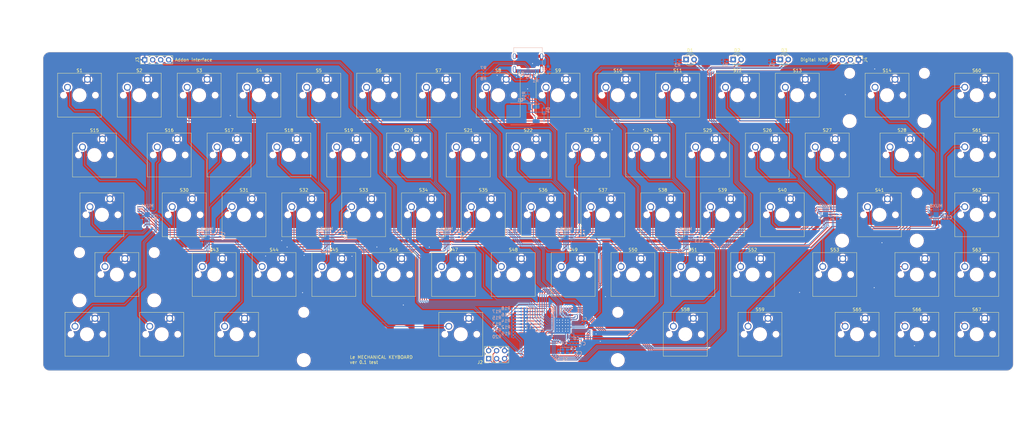
<source format=kicad_pcb>
(kicad_pcb (version 20221018) (generator pcbnew)
  (layers (0 "F.Cu" signal) (31 "B.Cu" signal) (34 "B.Paste" user) (35 "F.Paste" user) (36 "B.SilkS" user "B.Silkscreen") (37 "F.SilkS" user "F.Silkscreen") (38 "B.Mask" user) (39 "F.Mask" user) (44 "Edge.Cuts" user))
  (net 0 "")
  (net 1 "/USB_D+")
  (net 2 "/USB_D-")
  (net 3 "/VCC")
  (net 4 "/KEY_00_~")
  (net 5 "/KEY_01_1")
  (net 6 "/KEY_02_2")
  (net 7 "/KEY_03_3")
  (net 8 "/KEY_04_4")
  (net 9 "/KEY_05_5")
  (net 10 "/KEY_06_6")
  (net 11 "/KEY_07_7")
  (net 12 "/KEY_08_8")
  (net 13 "/KEY_09_9")
  (net 14 "/KEY_10_0")
  (net 15 "/KEY_11_-")
  (net 16 "/KEY_12_=")
  (net 17 "/KEY_13_BS")
  (net 18 "/KEY_14_TAB")
  (net 19 "/KEY_15_Q")
  (net 20 "/KEY_16_W")
  (net 21 "/KEY_17_E")
  (net 22 "/KEY_18_R")
  (net 23 "/KEY_19_T")
  (net 24 "/KEY_20_Y")
  (net 25 "/KEY_21_U")
  (net 26 "/KEY_22_I")
  (net 27 "/KEY_23_O")
  (net 28 "/KEY_24_P")
  (net 29 "/KEY_25_{")
  (net 30 "/KEY_26_}")
  (net 31 "/KEY_27_\\")
  (net 32 "/KEY_28_CL")
  (net 33 "/KEY_29_A")
  (net 34 "/KEY_30_S")
  (net 35 "/KEY_31_D")
  (net 36 "/KEY_32_F")
  (net 37 "/KEY_33_G")
  (net 38 "/KEY_34_H")
  (net 39 "/KEY_35_J")
  (net 40 "/KEY_36_K")
  (net 41 "/KEY_37_L")
  (net 42 "/KEY_38_;")
  (net 43 "/KEY_39_'")
  (net 44 "/KEY_40_ENTER")
  (net 45 "/KEY_41_LSHIFT")
  (net 46 "/KEY_42_Z")
  (net 47 "/KEY_43_X")
  (net 48 "/KEY_44_C")
  (net 49 "/KEY_45_V")
  (net 50 "/KEY_46_B")
  (net 51 "/KEY_47_N")
  (net 52 "/KEY_48_M")
  (net 53 "/KEY_49_,")
  (net 54 "/KEY_50_.")
  (net 55 "/KEY_51_?")
  (net 56 "/KEY_52_RSHIFT")
  (net 57 "/KEY_53_LCTRL")
  (net 58 "/KEY_54_LWIN")
  (net 59 "/KEY_55_LALT")
  (net 60 "/KEY_56_SPACE")
  (net 61 "/KEY_57_RALT")
  (net 62 "/KEY_58_RFN")
  (net 63 "/KEY_59_PtrScr")
  (net 64 "/KEY_60_DEL")
  (net 65 "/KEY_61_HOME")
  (net 66 "/KEY_62_END")
  (net 67 "/KEY_63_ARR_UP")
  (net 68 "/KEY_64_ARR_LEFT")
  (net 69 "/KEY_65_ARR_DOWN")
  (net 70 "/KEY_66_ARR_RIGHT")
  (net 71 "/SEG0")
  (net 72 "/BOARD_EN")
  (net 73 "/GND")
  (net 74 "/ADDR_A2")
  (net 75 "/ADDR_A1")
  (net 76 "/ADDR_A0")
  (net 77 "/SEG1")
  (net 78 "/SEG2")
  (net 79 "/SEG3")
  (net 80 "/SEG4")
  (net 81 "/SEG5")
  (net 82 "/SEG6")
  (net 83 "/SEG7")
  (net 84 "/VNOB_A")
  (net 85 "/VNOB_B")
  (net 87 "Net-(J1-CC1)")
  (net 89 "Net-(J1-CC2)")
  (net 91 "Net-(D1-K)")
  (net 92 "Net-(D2-K)")
  (net 93 "Net-(D3-K)")
  (net 94 "Net-(J1-SHIELD)")
  (net 95 "Net-(J1-D+-PadA6)")
  (net 96 "Net-(J1-D--PadA7)")
  (net 97 "Net-(U1-UCAP)")
  (net 98 "Net-(U1-XTAL1)")
  (net 99 "Net-(U1-XTAL2)")
  (net 100 "Net-(D4-A)")
  (net 101 "/POWER_IN")
  (net 102 "/RESET")
  (net 103 "Net-(U1-~{HWB}{slash}PE2)")
  (net 104 "/LED_0")
  (net 105 "/LED_1")
  (net 106 "/LED_2")
  (net 107 "/MISO")
  (net 108 "/SCL")
  (net 109 "/MOSI")
  (net 110 "/SDA")
  (footprint "Button_Switch_Keyboard:SW_Cherry_MX_1.00u_PCB" (layer "F.Cu") (at 178.641 107.72)
    (fp_text reference "S48")
    (fp_text value "PG151101S11")
  )
  (footprint "Button_Switch_Keyboard:SW_Cherry_MX_1.00u_PCB" (layer "F.Cu") (at 135.73 50.55)
    (fp_text reference "S6")
    (fp_text value "PG151101S11")
  )
  (footprint "Button_Switch_Keyboard:SW_Cherry_MX_1.00u_PCB" (layer "F.Cu") (at 164.305 69.6)
    (fp_text reference "S21")
    (fp_text value "PG151101S11")
  )
  (footprint "Button_Switch_Keyboard:SW_Cherry_MX_1.00u_PCB" (layer "F.Cu") (at 92.8652 88.67)
    (fp_text reference "S31")
    (fp_text value "PG151101S11")
  )
  (footprint "Button_Switch_Keyboard:SW_Cherry_MX_1.00u_PCB" (layer "F.Cu") (at 235.791 107.72)
    (fp_text reference "S51")
    (fp_text value "PG151101S11")
  )
  (footprint "Button_Switch_Keyboard:SW_Cherry_MX_1.00u_PCB" (layer "F.Cu") (at 145.255 69.6)
    (fp_text reference "S20")
    (fp_text value "PG151101S11")
  )
  (footprint "Connector_PinHeader_2.54mm:PinHeader_1x04_P2.54mm_Vertical" (layer "F.Cu") (at 58.7 44.34 90)
    (fp_text reference "J3")
    (fp_text value "Addon interface")
  )
  (footprint "LED_THT:LED_D3.0mm_Clear" (layer "F.Cu") (at 231.125 44.25)
    (fp_text reference "D1")
    (fp_text value "LED")
  )
  (footprint "LED_THT:LED_D3.0mm_Clear" (layer "F.Cu") (at 246.125 44.25)
    (fp_text reference "D2")
    (fp_text value "LED")
  )
  (footprint "Button_Switch_Keyboard:SW_Cherry_MX_1.00u_PCB" (layer "F.Cu") (at 288.115 126.77)
    (fp_text reference "S65")
    (fp_text value "PG151101S11")
  )
  (footprint "Button_Switch_Keyboard:SW_Cherry_MX_1.00u_PCB" (layer "F.Cu") (at 59.53 50.55)
    (fp_text reference "S2")
    (fp_text value "PG151101S11")
  )
  (footprint "Button_Switch_Keyboard:SW_Cherry_MX_1.00u_PCB" (layer "F.Cu") (at 259.555 69.6)
    (fp_text reference "S26")
    (fp_text value "PG151101S11")
  )
  (footprint "Button_Switch_Keyboard:SW_Cherry_MX_1.00u_PCB" (layer "F.Cu") (at 307.165 107.72)
    (fp_text reference "S64" hide)
    (fp_text value "PG151101S11")
  )
  (footprint "Button_Switch_Keyboard:SW_Cherry_MX_1.00u_PCB" (layer "F.Cu") (at 250.03 50.55)
    (fp_text reference "S12")
    (fp_text value "PG151101S11")
  )
  (footprint "Button_Switch_Keyboard:SW_Cherry_MX_1.00u_PCB" (layer "F.Cu") (at 278.605 69.59)
    (fp_text reference "S27")
    (fp_text value "PG151101S11")
  )
  (footprint "Button_Switch_Keyboard:SW_Cherry_MX_6.25u_PCB" (layer "F.Cu") (at 161.91 126.77)
    (fp_text reference "S57" hide)
    (fp_text value "PG151101S11")
  )
  (footprint "Connector_PinHeader_2.54mm:PinHeader_2x03_P2.54mm_Vertical" (layer "F.Cu") (at 168.235 139.615 90)
    (fp_text reference "J2")
    (fp_text value "Programmer 1 time")
  )
  (footprint "Button_Switch_Keyboard:SW_Cherry_MX_1.00u_PCB" (layer "F.Cu") (at 140.541 107.72)
    (fp_text reference "S46")
    (fp_text value "PG151101S11")
  )
  (footprint "LED_THT:LED_D3.0mm_Clear" (layer "F.Cu") (at 261.125 44.25)
    (fp_text reference "D3")
    (fp_text value "LED")
  )
  (footprint "Button_Switch_Keyboard:SW_Cherry_MX_1.00u_PCB" (layer "F.Cu") (at 107.155 69.6)
    (fp_text reference "S18")
    (fp_text value "PG151101S11")
  )
  (footprint "Button_Switch_Keyboard:SW_Cherry_MX_1.00u_PCB" (layer "F.Cu") (at 83.391 107.72)
    (fp_text reference "S43")
    (fp_text value "PG151101S11")
  )
  (footprint "Button_Switch_Keyboard:SW_Cherry_MX_1.25u_PCB" (layer "F.Cu") (at 42.86 126.77)
    (fp_text reference "S54" hide)
    (fp_text value "PG151101S11")
  )
  (footprint "Button_Switch_Keyboard:SW_Cherry_MX_1.00u_PCB" (layer "F.Cu") (at 159.591 107.72)
    (fp_text reference "S47")
    (fp_text value "PG151101S11")
  )
  (footprint "Button_Switch_Keyboard:SW_Cherry_MX_1.25u_PCB" (layer "F.Cu") (at 257.2 126.76)
    (fp_text reference "S59")
    (fp_text value "PG151101S11")
  )
  (footprint "Button_Switch_Keyboard:SW_Cherry_MX_1.00u_PCB" (layer "F.Cu") (at 326.215 107.72)
    (fp_text reference "S63")
    (fp_text value "PG151101S11")
  )
  (footprint "Button_Switch_Keyboard:SW_Cherry_MX_1.00u_PCB" (layer "F.Cu") (at 326.215 88.67)
    (fp_text reference "S62")
    (fp_text value "PG151101S11")
  )
  (footprint "Button_Switch_Keyboard:SW_Cherry_MX_1.00u_PCB" (layer "F.Cu") (at 192.87 50.55)
    (fp_text reference "S9")
    (fp_text value "PG151101S11")
  )
  (footprint "Connector_PinHeader_2.54mm:PinHeader_1x04_P2.54mm_Vertical" (layer "F.Cu") (at 286 44.335 -90)
    (fp_text reference "J4")
    (fp_text value "Digital NOB")
  )
  (footprint "Button_Switch_Keyboard:SW_Cherry_MX_1.00u_PCB" (layer "F.Cu") (at 264.3152 88.67)
    (fp_text reference "S40")
    (fp_text value "PG151101S11")
  )
  (footprint "Button_Switch_Keyboard:SW_Cherry_MX_2.00u_PCB" (layer "F.Cu") (at 297.655 50.55)
    (fp_text reference "S14")
    (fp_text value "PG151101S11")
  )
  (footprint "Button_Switch_Keyboard:SW_Cherry_MX_1.00u_PCB" (layer "F.Cu") (at 150.0152 88.67)
    (fp_text reference "S34")
    (fp_text value "PG151101S11")
  )
  (footprint "Button_Switch_Keyboard:SW_Cherry_MX_1.00u_PCB" (layer "F.Cu") (at 126.205 69.6)
    (fp_text reference "S19")
    (fp_text value "PG151101S11")
  )
  (footprint "Button_Switch_Keyboard:SW_Cherry_MX_1.00u_PCB" (layer "F.Cu") (at 240.505 69.6)
    (fp_text reference "S25")
    (fp_text value "PG151101S11")
  )
  (footprint "Button_Switch_Keyboard:SW_Cherry_MX_1.00u_PCB" (layer "F.Cu") (at 73.8152 88.67)
    (fp_text reference "S30")
    (fp_text value "PG151101S11")
  )
  (footprint "Button_Switch_Keyboard:SW_Cherry_MX_1.00u_PCB" (layer "F.Cu") (at 202.405 69.6)
    (fp_text reference "S23")
    (fp_text value "PG151101S11")
  )
  (footprint "Button_Switch_Keyboard:SW_Cherry_MX_1.25u_PCB" (layer "F.Cu") (at 233.41 126.76)
    (fp_text reference "S58")
    (fp_text value "PG151101S11")
  )
  (footprint "Button_Switch_Keyboard:SW_Cherry_MX_1.00u_PCB" (layer "F.Cu") (at 116.68 50.55)
    (fp_text reference "S5")
    (fp_text value "PG151101S11")
  )
  (footprint "Button_Switch_Keyboard:SW_Cherry_MX_2.25u_PCB" (layer "F.Cu") (at 52.39 107.72)
    (fp_text reference "S42" hide)
    (fp_text value "PG151101S11" hide)
  )
  (footprint "Button_Switch_Keyboard:SW_Cherry_MX_1.00u_PCB" (layer "F.Cu") (at 207.1652 88.67)
    (fp_text reference "S37")
    (fp_text value "PG151101S11")
  )
  (footprint "Button_Switch_Keyboard:SW_Cherry_MX_1.00u_PCB" (layer "F.Cu") (at 88.105 69.6)
    (fp_text reference "S17")
    (fp_text value "PG151101S11")
  )
  (footprint "Button_Switch_Keyboard:SW_Cherry_MX_1.00u_PCB" (layer "F.Cu") (at 326.23 50.55)
    (fp_text reference "S60")
    (fp_text value "PG151101S11")
  )
  (footprint "Button_Switch_Keyboard:SW_Cherry_MX_1.00u_PCB" (layer "F.Cu") (at 188.1152 88.67)
    (fp_text reference "S36")
    (fp_text value "PG151101S11")
  )
  (footprint "Button_Switch_Keyboard:SW_Cherry_MX_1.00u_PCB" (layer "F.Cu") (at 197.691 107.72)
    (fp_text reference "S49")
    (fp_text value "PG151101S11")
  )
  (footprint "Button_Switch_Keyboard:SW_Cherry_MX_1.00u_PCB" (layer "F.Cu") (at 78.58 50.55)
    (fp_text reference "S3")
    (fp_text value "PG151101S11")
  )
  (footprint "Button_Switch_Keyboard:SW_Cherry_MX_1.00u_PCB" (layer "F.Cu") (at 230.98 50.55)
    (fp_text reference "S11")
    (fp_text value "PG151101S11")
  )
  (footprint "Button_Switch_Keyboard:SW_Cherry_MX_1.00u_PCB" (layer "F.Cu") (at 154.78 50.55)
    (fp_text reference "S7")
    (fp_text value "PG151101S11")
  )
  (footprint "Button_Switch_Keyboard:SW_Cherry_MX_1.00u_PCB" (layer "F.Cu") (at 121.491 107.72)
    (fp_text reference "S45")
    (fp_text value "PG151101S11")
  )
  (footprint "Button_Switch_Keyboard:SW_Cherry_MX_1.00u_PCB" (layer "F.Cu") (at 102.441 107.72)
    (fp_text reference "S44")
    (fp_text value "PG151101S11")
  )
  (footprint "Button_Switch_Keyboard:SW_Cherry_MX_1.00u_PCB" (layer "F.Cu") (at 226.2152 88.67)
    (fp_text reference "S38")
    (fp_text value "PG151101S11")
  )
  (footprint "Button_Switch_Keyboard:SW_Cherry_MX_1.00u_PCB" (layer "F.Cu") (at 40.48 50.55)
    (fp_text reference "S1")
    (fp_text value "PG151101S11")
  )
  (footprint "Button_Switch_Keyboard:SW_Cherry_MX_1.00u_PCB" (layer "F.Cu") (at 326.215 126.77)
    (fp_text reference "S67")
    (fp_text value "PG151101S11")
  )
  (footprint "Button_Switch_Keyboard:SW_Cherry_MX_1.50u_PCB" (layer "F.Cu") (at 45.24 69.61)
    (fp_text reference "S15")
    (fp_text value "PG151101S11")
  )
  (footprint "Button_Switch_Keyboard:SW_Cherry_MX_1.00u_PCB" (layer "F.Cu") (at 245.2652 88.67)
    (fp_text reference "S39")
    (fp_text value "PG151101S11")
  )
  (footprint "Button_Switch_Keyboard:SW_Cherry_MX_1.00u_PCB" (layer "F.Cu") (at 216.741 107.72)
    (fp_text reference "S50")
    (fp_text value "PG151101S11")
  )
  (footprint "Button_Switch_Keyboard:SW_Cherry_MX_1.00u_PCB" (layer "F.Cu") (at 130.9652 88.67)
    (fp_text reference "S33")
    (fp_text value "PG151101S11")
  )
  (footprint "Button_Switch_Keyboard:SW_Cherry_MX_1.00u_PCB" (layer "F.Cu") (at 326.225 69.58)
    (fp_text reference "S61")
    (fp_text value "PG151101S11")
  )
  (footprint "Button_Switch_Keyboard:SW_Cherry_MX_1.00u_PCB" (layer "F.Cu") (at 69.055 69.6)
    (fp_text reference "S16")
    (fp_text value "PG151101S11")
  )
  (footprint "Button_Switch_Keyboard:SW_Cherry_MX_1.00u_PCB" (layer "F.Cu") (at 211.93 50.55)
    (fp_text reference "S10")
    (fp_text value "PG151101S11")
  )
  (footprint "Button_Switch_Keyboard:SW_Cherry_MX_1.25u_PCB" (layer "F.Cu") (at 66.67 126.77)
    (fp_text reference "S55" hide)
    (fp_text value "PG151101S11")
  )
  (footprint "Button_Switch_Keyboard:SW_Cherry_MX_1.00u_PCB" (layer "F.Cu") (at 183.355 69.6)
    (fp_text reference "S22")
    (fp_text value "PG151101S11")
  )
  (footprint "Button_Switch_Keyboard:SW_Cherry_MX_1.00u_PCB" (layer "F.Cu") (at 97.63 50.55)
    (fp_text reference "S4")
    (fp_text value "PG151101S11")
  )
  (footprint "Button_Switch_Keyboard:SW_Cherry_MX_1.00u_PCB" (layer "F.Cu") (at 169.0652 88.67)
    (fp_text reference "S35")
    (fp_text value "PG151101S11")
  )
  (footprint "Button_Switch_Keyboard:SW_Cherry_MX_1.00u_PCB" (layer "F.Cu") (at 221.455 69.6)
    (fp_text reference "S24")
    (fp_text value "PG151101S11")
  )
  (footprint "Button_Switch_Keyboard:SW_Cherry_MX_1.75u_PCB" (layer "F.Cu") (at 47.625 88.67)
    (fp_text reference "S29" hide)
    (fp_text value "PG151101S11")
  )
  (footprint "Button_Switch_Keyboard:SW_Cherry_MX_1.00u_PCB" (layer "F.Cu") (at 254.841 107.72)
    (fp_text reference "S52")
    (fp_text value "PG151101S11")
  )
  (footprint "Button_Switch_Keyboard:SW_Cherry_MX_1.50u_PCB" (layer "F.Cu") (at 302.415 69.59)
    (fp_text reference "S28")
    (fp_text value "PG151101S11")
  )
  (footprint "Button_Switch_Keyboard:SW_Cherry_MX_1.00u_PCB" (layer "F.Cu") (at 307.165 126.77)
    (fp_text reference "S66")
    (fp_text value "PG151101S11")
  )
  (footprint "Button_Switch_Keyboard:SW_Cherry_MX_1.25u_PCB" (layer "F.Cu") (at 90.51 126.77)
    (fp_text reference "S56" hide)
    (fp_text value "PG151101S11")
  )
  (footprint "Button_Switch_Keyboard:SW_Cherry_MX_1.00u_PCB" (layer "F.Cu") (at 111.9152 88.67)
    (fp_text reference "S32")
    (fp_text value "PG151101S11")
  )
  (footprint "Button_Switch_Keyboard:SW_Cherry_MX_1.00u_PCB" (layer "F.Cu") (at 269.08 50.55)
    (fp_text reference "S13")
    (fp_text value "PG151101S11")
  )
  (footprint "Button_Switch_Keyboard:SW_Cherry_MX_1.75u_PCB" (layer "F.Cu") (at 281.003 107.72)
    (fp_text reference "S53")
    (fp_text value "PG151101S11")
  )
  (footprint "Button_Switch_Keyboard:SW_Cherry_MX_2.25u_PCB" (layer "F.Cu") (at 295.2524 88.6802)
    (fp_text reference "S41")
    (fp_text value "PG151101S11")
  )
  (footprint "Button_Switch_Keyboard:SW_Cherry_MX_1.00u_PCB" (layer "F.Cu") (at 173.83 50.55)
    (fp_text reference "S8")
    (fp_text value "PG151101S11")
  )
  (footprint "Diode_SMD:D_SOD-523" (layer "B.Cu") (at 185.9 60.35 90)
    (fp_text reference "D4")
    (fp_text value "5V Zener")
  )
  (footprint "Capacitor_SMD:C_0402_1005Metric" (layer "B.Cu") (at 194.7 134.75 -90)
    (fp_text reference "C5")
    (fp_text value "100nF")
  )
  (footprint "Resistor_SMD:R_0402_1005Metric" (layer "B.Cu") (at 166.6 49.14 180)
    (fp_text reference "R8")
    (fp_text value "R22")
  )
  (footprint "Capacitor_SMD:C_0402_1005Metric" (layer "B.Cu") (at 179.1 129.6 180)
    (fp_text reference "C17")
    (fp_text value "220pF")
  )
  (footprint "Capacitor_SMD:C_0402_1005Metric" (layer "B.Cu") (at 314.42 93.45)
    (fp_text reference "C15")
    (fp_text value "100nF")
  )
  (footprint "Connector_USB:USB_C_Receptacle_G-Switch_GT-USB-7010ASV" (layer "B.Cu") (at 180.78 44.26)
    (fp_text reference "J1")
    (fp_text value "USB_C_Receptacle_USB2.0")
  )
  (footprint "Package_DFN_QFN:QFN-16-1EP_3x3mm_P0.5mm_EP1.7x1.7mm" (layer "B.Cu") (at 231 101.09 180)
    (fp_text reference "MUX6")
    (fp_text value "U74HC4051G-Q16")
  )
  (footprint "Resistor_SMD:R_0402_1005Metric" (layer "B.Cu") (at 176.1 123.6)
    (fp_text reference "R18")
    (fp_text value "R10K")
  )
  (footprint "Capacitor_SMD:C_0402_1005Metric" (layer "B.Cu") (at 82.62 100.22 90)
    (fp_text reference "C9")
    (fp_text value "100nF")
  )
  (footprint "Resistor_SMD:R_0402_1005Metric" (layer "B.Cu") (at 176.1 126.6)
    (fp_text reference "R15")
    (fp_text value "R10K")
  )
  (footprint "Resistor_SMD:R_0603_1608Metric" (layer "B.Cu") (at 187.17 47.305 -90)
    (fp_text reference "R6")
    (fp_text value "R1M")
  )
  (footprint "Resistor_SMD:R_0402_1005Metric" (layer "B.Cu") (at 176.1 132.65)
    (fp_text reference "R20")
    (fp_text value "5.11K")
  )
  (footprint "Capacitor_SMD:C_0402_1005Metric" (layer "B.Cu") (at 121.51 100.17 90)
    (fp_text reference "C10")
    (fp_text value "100nF")
  )
  (footprint "Capacitor_SMD:C_0402_1005Metric" (layer "B.Cu") (at 179.1 124.6 180)
    (fp_text reference "C22")
    (fp_text value "220pF")
  )
  (footprint "Package_DFN_QFN:QFN-16-1EP_3x3mm_P0.5mm_EP1.7x1.7mm" (layer "B.Cu") (at 116.7 101.05 180)
    (fp_text reference "MUX3")
    (fp_text value "U74HC4051G-Q16")
  )
  (footprint "Capacitor_SMD:C_0402_1005Metric" (layer "B.Cu") (at 190.43 137.25 -90)
    (fp_text reference "C2")
    (fp_text value "2pF")
  )
  (footprint "Resistor_SMD:R_0402_1005Metric" (layer "B.Cu") (at 187.65 123.7625 90)
    (fp_text reference "R9")
    (fp_text value "R10K")
  )
  (footprint "Package_DFN_QFN:QFN-16-1EP_3x3mm_P0.5mm_EP1.7x1.7mm" (layer "B.Cu") (at 59.5 93.7 180)
    (fp_text reference "MUX1")
    (fp_text value "U74HC4051G-Q16")
  )
  (footprint "Resistor_SMD:R_0402_1005Metric" (layer "B.Cu") (at 166.6 48.15 180)
    (fp_text reference "R7")
    (fp_text value "R22")
  )
  (footprint "Capacitor_SMD:C_0402_1005Metric" (layer "B.Cu") (at 198.6 128.15 180)
    (fp_text reference "C1")
    (fp_text value "1uF")
  )
  (footprint "Resistor_SMD:R_0402_1005Metric" (layer "B.Cu") (at 176.1 128.6)
    (fp_text reference "R13")
    (fp_text value "R10K")
  )
  (footprint "Resistor_SMD:R_0402_1005Metric" (layer "B.Cu") (at 258.5 44.85)
    (fp_text reference "R5")
    (fp_text value "R330")
  )
  (footprint "Resistor_SMD:R_0402_1005Metric" (layer "B.Cu") (at 178.63 49.87 180)
    (fp_text reference "R2")
    (fp_text value "5.11K")
  )
  (footprint "Capacitor_SMD:C_0402_1005Metric" (layer "B.Cu") (at 63.38 94.53 -90)
    (fp_text reference "C8")
    (fp_text value "100nF")
  )
  (footprint "Crystal_SMD_7F16000E09UCG_4pin:Crystal_SMD_7F16000E09UCG_4pin" (layer "B.Cu") (at 192.6 137.25)
    (fp_text reference "Y1")
    (fp_text value "7F16000E09UCG")
  )
  (footprint "Resistor_SMD:R_0402_1005Metric" (layer "B.Cu") (at 176.1 124.6)
    (fp_text reference "R17")
    (fp_text value "R10K")
  )
  (footprint "Capacitor_SMD:C_0402_1005Metric" (layer "B.Cu") (at 179.1 130.6 180)
    (fp_text reference "C16")
    (fp_text value "220pF")
  )
  (footprint "Resistor_SMD:R_0402_1005Metric" (layer "B.Cu") (at 176.1 125.6)
    (fp_text reference "R16")
    (fp_text value "R10K")
  )
  (footprint "Package_TO_SOT_SMD:TO-252-2" (layer "B.Cu") (at 178.335 61.625 180)
    (fp_text reference "Q1")
    (fp_text value "PMOS")
  )
  (footprint "Resistor_SMD:R_0402_1005Metric" (layer "B.Cu") (at 180.65 55.85 -90)
    (fp_text reference "R10")
    (fp_text value "R100K")
  )
  (footprint "Capacitor_SMD:C_0402_1005Metric" (layer "B.Cu") (at 279.1 94.11 -90)
    (fp_text reference "C14")
    (fp_text value "100nF")
  )
  (footprint "Capacitor_SMD:C_0402_1005Metric" (layer "B.Cu") (at 179.1 123.6 180)
    (fp_text reference "C23")
    (fp_text value "220pF")
  )
  (footprint "Capacitor_SMD:C_0402_1005Metric" (layer "B.Cu") (at 235.3 100.85)
    (fp_text reference "C13")
    (fp_text value "100nF")
  )
  (footprint "Resistor_SMD:R_0402_1005Metric" (layer "B.Cu") (at 176.1 129.6)
    (fp_text reference "R12")
    (fp_text value "R10K")
  )
  (footprint "Capacitor_SMD:C_0402_1005Metric" (layer "B.Cu") (at 179.1 125.6 180)
    (fp_text reference "C21")
    (fp_text value "220pF")
  )
  (footprint "Package_DFN_QFN:QFN-16-1EP_3x3mm_P0.5mm_EP1.7x1.7mm" (layer "B.Cu") (at 275.55 93.72 180)
    (fp_text reference "MUX7")
    (fp_text value "U74HC4051G-Q16")
  )
  (footprint "Resistor_SMD:R_0402_1005Metric" (layer "B.Cu") (at 228.4 44.85)
    (fp_text reference "R3")
    (fp_text value "R330")
  )
  (footprint "Capacitor_SMD:C_0402_1005Metric" (layer "B.Cu") (at 197.57 99.2)
    (fp_text reference "C12")
    (fp_text value "100nF")
  )
  (footprint "Resistor_SMD:R_0402_1005Metric" (layer "B.Cu") (at 176.1 130.6)
    (fp_text reference "R11")
    (fp_text value "R10K")
  )
  (footprint "Capacitor_SMD:C_0402_1005Metric" (layer "B.Cu") (at 179.1 126.6 180)
    (fp_text reference "C20")
    (fp_text value "220pF")
  )
  (footprint "Package_DFN_QFN:QFN-16-1EP_3x3mm_P0.5mm_EP1.7x1.7mm" (layer "B.Cu") (at 154.825 101.075 180)
    (fp_text reference "MUX4")
    (fp_text value "U74HC4051G-Q16")
  )
  (footprint "Resistor_SMD:R_0402_1005Metric" (layer "B.Cu") (at 176.1 131.65)
    (fp_text reference "R19")
    (fp_text value "5.11K")
  )
  (footprint "Package_DFN_QFN:QFN-16-1EP_3x3mm_P0.5mm_EP1.7x1.7mm" (layer "B.Cu") (at 78.6 101.1 180)
    (fp_text reference "MUX2")
    (fp_text value "U74HC4051G-Q16")
  )
  (footprint "Resistor_SMD:R_0402_1005Metric" (layer "B.Cu") (at 176.1 127.6)
    (fp_text reference "R14")
    (fp_text value "R10K")
  )
  (footprint "Capacitor_SMD:C_0402_1005Metric" (layer "B.Cu") (at 196.7 134.75 -90)
    (fp_text reference "C7")
    (fp_text value "100nF")
  )
  (footprint "Package_DFN_QFN:QFN-16-1EP_3x3mm_P0.5mm_EP1.7x1.7mm" (layer "B.Cu") (at 192.92 101.0525 180)
    (fp_text reference "MUX5")
    (fp_text value "U74HC4051G-Q16")
  )
  (footprint "Resistor_SMD:R_0402_1005Metric" (layer "B.Cu") (at 243.5 44.85)
    (fp_text reference "R4")
    (fp_text value "R330")
  )
  (footprint "Capacitor_SMD:C_0402_1005Metric" (layer "B.Cu") (at 158.81 100.4 90)
    (fp_text reference "C11")
    (fp_text value "100nF")
  )
  (footprint "Capacitor_SMD:C_0402_1005Metric" (layer "B.Cu") (at 179.1 128.6 180)
    (fp_text reference "C18")
    (fp_text value "220pF")
  )
  (footprint "Capacitor_SMD:C_0402_1005Metric" (layer "B.Cu") (at 195.7 134.75 -90)
    (fp_text reference "C6")
    (fp_text value "100nF")
  )
  (footprint "Package_DFN_QFN:QFN-16-1EP_3x3mm_P0.5mm_EP1.7x1.7mm" (layer "B.Cu") (at 310.75 93.72 180)
    (fp_text reference "MUX8")
    (fp_text value "U74HC4051G-Q16")
  )
  (footprint "Capacitor_SMD:C_0402_1005Metric" (layer "B.Cu") (at 179.1 127.6 180)
    (fp_text reference "C19")
    (fp_text value "220pF")
  )
  (footprint "Package_DFN_QFN:QFN-44-1EP_7x7mm_P0.5mm_EP5.2x5.2mm" (layer "B.Cu") (at 191.75 129.1 180)
    (fp_text reference "U1")
    (fp_text value "ATmega32U4-M")
  )
  (footprint "Capacitor_SMD:C_0402_1005Metric" (layer "B.Cu") (at 193.7 134.75 -90)
    (fp_text reference "C4")
    (fp_text value "10uF")
  )
  (footprint "Capacitor_SMD:C_0402_1005Metric" (layer "B.Cu") (at 195.13 137.75)
    (fp_text reference "C3")
    (fp_text value "2pF")
  )
  (footprint "Resistor_SMD:R_0402_1005Metric" (layer "B.Cu") (at 183.19 49.84)
    (fp_text reference "R1")
    (fp_text value "5.11K")
  )
  (gr_arc (start 333.23 41.939569) (mid 334.679568 42.54) (end 335.28 43.989569) (stroke (width 0.1)) (layer "Edge.Cuts"))
  (gr_arc (start 26.389569 43.979569) (mid 26.99 42.53) (end 28.439569 41.929569) (stroke (width 0.1)) (layer "Edge.Cuts"))
  (gr_arc (start 28.44 143.41) (mid 26.990431 142.809569) (end 26.39 141.36) (stroke (width 0.1)) (layer "Edge.Cuts"))
  (gr_line (start 28.439569 41.929569) (end 333.23 41.939569) (stroke (width 0.1)) (layer "Edge.Cuts"))
  (gr_line (start 28.44 143.41) (end 333.23 143.410001) (stroke (width 0.1)) (layer "Edge.Cuts"))
  (gr_line (start 26.39 141.36) (end 26.389569 43.979569) (stroke (width 0.1)) (layer "Edge.Cuts"))
  (gr_line (start 335.28 43.989569) (end 335.28 141.360001) (stroke (width 0.1)) (layer "Edge.Cuts"))
  (gr_arc (start 335.28 141.360001) (mid 334.679569 142.80957) (end 333.23 143.410001) (stroke (width 0.1)) (layer "Edge.Cuts"))
  (gr_text "KBB" (at 122.07 129.6) (layer "F.Cu" knockout) (effects (font (size 7 7) (thickness 1.75) bold) (justify left top)))
  (gr_text "Le MECHANICAL KEYBOARD\nver 0.1 test" (at 123.95 141.35) (layer "F.SilkS") (effects (font (size 1 1)) (justify left bottom)))
  (segment (start 197.61 122.96) (end 195.67 121.02) (width 0.25) (layer "B.Cu") (net 1))
  (segment (start 172.03 81.42) (end 172.03 68.04) (width 0.25) (layer "B.Cu") (net 1))
  (segment (start 197.61 127.4625) (end 197.61 122.96) (width 0.2) (layer "B.Cu") (net 1))
  (segment (start 163.68 59.69) (end 163.68 50.27) (width 0.25) (layer "B.Cu") (net 1))
  (segment (start 185.92 114.63) (end 185.92 104.756396) (width 0.25) (layer "B.Cu") (net 1))
  (segment (start 192.31 121.02) (end 185.92 114.63) (width 0.25) (layer "B.Cu") (net 1))
  (segment (start 195.67 121.02) (end 192.31 121.02) (width 0.25) (layer "B.Cu") (net 1))
  (segment (start 164.81 49.14) (end 166.09 49.14) (width 0.25) (layer "B.Cu") (net 1))
  (segment (start 182.193604 101.03) (end 178.52 101.03) (width 0.25) (layer "B.Cu") (net 1))
  (segment (start 172.03 68.04) (end 163.68 59.69) (width 0.25) (layer "B.Cu") (net 1))
  (segment (start 178.52 101.03) (end 176.73 99.24) (width 0.25) (layer "B.Cu") (net 1))
  (segment (start 195.0875 128.1) (end 196.9725 128.1) (width 0.2) (layer "B.Cu") (net 1))
  (segment (start 176.73 99.24) (end 176.73 86.12) (width 0.25) (layer "B.Cu") (net 1))
  (segment (start 176.73 86.12) (end 172.03 81.42) (width 0.25) (layer "B.Cu") (net 1))
  (segment (start 185.92 104.756396) (end 182.193604 101.03) (width 0.25) (layer "B.Cu") (net 1))
  (segment (start 163.68 50.27) (end 164.81 49.14) (width 0.25) (layer "B.Cu") (net 1))
  (segment (start 196.9725 128.1) (end 197.61 127.4625) (width 0.2) (layer "B.Cu") (net 1))
  (segment (start 176.28 99.426396) (end 178.333604 101.48) (width 0.25) (layer "B.Cu") (net 2))
  (segment (start 163.23 59.876396) (end 171.58 68.226396) (width 0.25) (layer "B.Cu") (net 2))
  (segment (start 196.8225 127.6) (end 197.16 127.2625) (width 0.2) (layer "B.Cu") (net 2))
  (segment (start 195.0875 127.6) (end 196.8225 127.6) (width 0.2) (layer "B.Cu") (net 2))
  (segment (start 178.333604 101.48) (end 182.007208 101.48) (width 0.25) (layer "B.Cu") (net 2))
  (segment (start 195.483604 121.47) (end 197.16 123.146396) (width 0.25) (layer "B.Cu") (net 2))
  (segment (start 166.09 48.15) (end 165.163604 48.15) (width 0.25) (layer "B.Cu") (net 2))
  (segment (start 182.007208 101.48) (end 185.47 104.942792) (width 0.25) (layer "B.Cu") (net 2))
  (segment (start 165.163604 48.15) (end 163.23 50.083604) (width 0.25) (layer "B.Cu") (net 2))
  (segment (start 185.47 114.816396) (end 192.123604 121.47) (width 0.25) (layer "B.Cu") (net 2))
  (segment (start 192.123604 121.47) (end 195.483604 121.47) (width 0.25) (layer "B.Cu") (net 2))
  (segment (start 185.47 104.942792) (end 185.47 114.816396) (width 0.25) (layer "B.Cu") (net 2))
  (segment (start 176.28 86.306396) (end 176.28 99.426396) (width 0.25) (layer "B.Cu") (net 2))
  (segment (start 171.58 68.226396) (end 171.58 81.606396) (width 0.25) (layer "B.Cu") (net 2))
  (segment (start 163.23 50.083604) (end 163.23 59.876396) (width 0.25) (layer "B.Cu") (net 2))
  (segment (start 171.58 81.606396) (end 176.28 86.306396) (width 0.25) (layer "B.Cu") (net 2))
  (segment (start 197.16 123.146396) (end 197.16 127.2625) (width 0.2) (layer "B.Cu") (net 2))
  (segment (start 190.92 81.66) (end 193.93 84.67) (width 0.25) (layer "F.Cu") (net 3))
  (segment (start 195.5125 101) (end 195.4625 100.95) (width 0.25) (layer "F.Cu") (net 3))
  (segment (start 188.65 122.3) (end 189.4 123.05) (width 0.25) (layer "F.Cu") (net 3))
  (segment (start 188.01 63.85) (end 190.92 66.76) (width 0.25) (layer "F.Cu") (net 3))
  (segment (start 72.44 63.85) (end 66.49 57.9) (width 0.25) (layer "F.Cu") (net 3))
  (segment (start 177.95 122.3) (end 174.65 125.6) (width 0.25) (layer "F.Cu") (net 3))
  (segment (start 83.49 100.95) (end 66.83 100.95) (width 0.25) (layer "F.Cu") (net 3))
  (segment (start 277.95 49.845) (end 283.46 44.335) (width 0.25) (layer "F.Cu") (net 3))
  (segment (start 66.83 100.95) (end 66.82 100.94) (width 0.25) (layer "F.Cu") (net 3))
  (segment (start 267.8 101) (end 275.13 93.67) (width 0.25) (layer "F.Cu") (net 3))
  (segment (start 277.95 57.58) (end 277.95 49.845) (width 0.25) (layer "F.Cu") (net 3))
  (segment (start 168.235 132.015) (end 168.235 137.075) (width 0.25) (layer "F.Cu") (net 3))
  (segment (start 190.92 66.76) (end 190.92 81.66) (width 0.25) (layer "F.Cu") (net 3))
  (segment (start 194.1 127.605673) (end 194.605673 127.1) (width 0.25) (layer "F.Cu") (net 3))
  (segment (start 185.9 63.85) (end 72.44 63.85) (width 0.25) (layer "F.Cu") (net 3))
  (segment (start 194.1 131.075673) (end 193.738173 131.4375) (width 0.25) (layer "F.Cu") (net 3))
  (segment (start 311.85 94.89) (end 313.28 93.46) (width 0.25) (layer "F.Cu") (net 3))
  (segment (start 202.15 101) (end 195.5125 101) (width 0.25) (layer "F.Cu") (net 3))
  (segment (start 304.13 94.89) (end 311.85 94.89) (width 0.25) (layer "F.Cu") (net 3))
  (segment (start 233.55 101) (end 202.15 101) (width 0.25) (layer "F.Cu") (net 3))
  (segment (start 187.2125 131.4375) (end 187.1 131.55) (width 0.25) (layer "F.Cu") (net 3))
  (segment (start 189.4 123.05) (end 189.4 131.4375) (width 0.25) (layer "F.Cu") (net 3))
  (segment (start 157.4125 100.95) (end 195.4625 100.95) (width 0.25) (layer "F.Cu") (net 3))
  (segment (start 66.49 57.9) (end 66.49 49.59) (width 0.25) (layer "F.Cu") (net 3))
  (segment (start 193.4 133.45) (end 193.35 133.5) (width 0.25) (layer "F.Cu") (net 3))
  (segment (start 299.18 99.84) (end 304.13 94.89) (width 0.25) (layer "F.Cu") (net 3))
  (segment (start 233.55 101) (end 267.8 101) (width 0.25) (layer "F.Cu") (net 3))
  (segment (start 194.605673 127.1) (end 196.13 127.1) (width 0.25) (layer "F.Cu") (net 3))
  (segment (start 122.47 100.95) (end 83.49 100.95) (width 0.25) (layer "F.Cu") (net 3))
  (segment (start 157.4125 100.95) (end 122.47 100.95) (width 0.25) (layer "F.Cu") (net 3))
  (segment (start 198.892466 129.6) (end 194.35 129.6) (width 0.25) (layer "F.Cu") (net 3))
  (segment (start 202.17 101) (end 202.15 101) (width 0.25) (layer "F.Cu") (net 3))
  (segment (start 185.9 63.85) (end 188.01 63.85) (width 0.25) (layer "F.Cu") (net 3))
  (segment (start 188.65 122.3) (end 177.95 122.3) (width 0.25) (layer "F.Cu") (net 3))
  (segment (start 280.59 93.67) (end 286.76 99.84) (width 0.25) (layer "F.Cu") (net 3))
  (segment (start 193.4 131.4375) (end 193.4 133.45) (width 0.25) (layer "F.Cu") (net 3))
  (segment (start 194.1 129.85) (end 194.1 127.605673) (width 0.25) (layer "F.Cu") (net 3))
  (segment (start 203.76 102.59) (end 202.17 101) (width 0.25) (layer "F.Cu") (net 3))
  (segment (start 271.68 63.85) (end 277.95 57.58) (width 0.25) (layer "F.Cu") (net 3))
  (segment (start 286.76 99.84) (end 299.18 99.84) (width 0.25) (layer "F.Cu") (net 3))
  (segment (start 197.13 87.87) (end 197.13 97.3) (width 0.25) (layer "F.Cu") (net 3))
  (segment (start 196.13 127.1) (end 196.5 126.73) (width 0.25) (layer "F.Cu") (net 3))
  (segment (start 193.738173 131.4375) (end 187.2125 131.4375) (width 0.25) (layer "F.Cu") (net 3))
  (segment (start 194.35 129.6) (end 194.1 129.85) (width 0.25) (layer "F.Cu") (net 3))
  (segment (start 185.9 63.85) (end 271.68 63.85) (width 0.25) (layer "F.Cu") (net 3))
  (segment (start 199.146233 129.346233) (end 198.892466 129.6) (width 0.25) (layer "F.Cu") (net 3))
  (segment (start 193.93 84.67) (end 197.13 87.87) (width 0.25) (layer "F.Cu") (net 3))
  (segment (start 280.05 93.67) (end 280.59 93.67) (width 0.25) (layer "F.Cu") (net 3))
  (segment (start 194.1 129.85) (end 194.1 131.075673) (width 0.25) (layer "F.Cu") (net 3))
  (segment (start 196.5 126.73) (end 196.5 125.53) (width 0.25) (layer "F.Cu") (net 3))
  (segment (start 174.65 125.6) (end 168.235 132.015) (width 0.25) (layer "F.Cu") (net 3))
  (segment (start 275.13 93.67) (end 280.05 93.67) (width 0.25) (layer "F.Cu") (net 3))
  (segment (start 66.49 49.59) (end 61.24 44.34) (width 0.25) (layer "F.Cu") (net 3))
  (via (at 66.82 100.94) (size 0.5) (drill 0.3) (layers "F.Cu" "B.Cu") (net 3))
  (via (at 157.4125 100.95) (size 0.5) (drill 0.3) (layers "F.Cu" "B.Cu") (net 3))
  (via (at 195.4625 100.95) (size 0.5) (drill 0.3) (layers "F.Cu" "B.Cu") (net 3))
  (via (at 280.05 93.67) (size 0.5) (drill 0.3) (layers "F.Cu" "B.Cu") (net 3))
  (via (at 187.1 131.55) (size 0.5) (drill 0.3) (layers "F.Cu" "B.Cu") (net 3))
  (via (at 122.47 100.95) (size 0.5) (drill 0.3) (layers "F.Cu" "B.Cu") (net 3))
  (via (at 197.13 97.3) (size 0.5) (drill 0.3) (layers "F.Cu" "B.Cu") (net 3))
  (via (at 193.35 133.5) (size 0.5) (drill 0.3) (layers "F.Cu" "B.Cu") (net 3))
  (via (at 185.9 63.85) (size 0.5) (drill 0.3) (layers "F.Cu" "B.Cu") (net 3))
  (via (at 233.55 101) (size 0.5) (drill 0.3) (layers "F.Cu" "B.Cu") (net 3))
  (via (at 188.65 122.3) (size 0.5) (drill 0.3) (layers "F.Cu" "B.Cu") (net 3))
  (via (at 199.146233 129.346233) (size 0.5) (drill 0.3) (layers "F.Cu" "B.Cu") (net 3))
  (via (at 203.76 102.59) (size 0.5) (drill 0.3) (layers "F.Cu" "B.Cu") (net 3))
  (via (at 196.5 125.53) (size 0.5) (drill 0.3) (layers "F.Cu" "B.Cu") (net 3))
  (via (at 313.28 93.46) (size 0.5) (drill 0.3) (layers "F.Cu" "B.Cu") (net 3))
  (via (at 83.49 100.95) (size 0.5) (drill 0.3) (layers "F.Cu" "B.Cu") (net 3))
  (via (at 174.65 125.6) (size 0.5) (drill 0.3) (layers "F.Cu" "B.Cu") (net 3))
  (segment (start 193.7 134.27) (end 194.7 134.27) (width 0.25) (layer "B.Cu") (net 3))
  (segment (start 313.92 93.47) (end 313.94 93.45) (width 0.25) (layer "B.Cu") (net 3))
  (segment (start 195.3125 100.8) (end 194.3875 100.8) (width 0.25) (layer "B.Cu") (net 3))
  (segment (start 157.2875 100.825) (end 156.2875 100.825) (width 0.25) (layer "B.Cu") (net 3))
  (segment (start 195.4625 100.95) (end 195.3125 100.8) (width 0.25) (layer "B.Cu") (net 3))
  (segment (start 198.892466 129.6) (end 195.0875 129.6) (width 0.25) (layer "B.Cu") (net 3))
  (segment (start 313.29 93.47) (end 313.92 93.47) (width 0.25) (layer "B.Cu") (net 3))
  (segment (start 313.28 93.46) (end 313.29 93.47) (width 0.25) (layer "B.Cu") (net 3))
  (segment (start 63.387609 94.05) (end 63.38 94.05) (width 0.25) (layer "B.Cu") (net 3))
  (segment (start 80.0625 100.85) (end 83.39 100.85) (width 0.25) (layer "B.Cu") (net 3))
  (segment (start 189.25 122.9) (end 189.25 125.7625) (width 0.25) (layer "B.Cu") (net 3))
  (segment (start 197.13 99.16) (end 197.09 99.2) (width 0.25) (layer "B.Cu") (net 3))
  (segment (start 185.9 61.05) (end 185.9 63.85) (width 0.25) (layer "B.Cu") (net 3))
  (segment (start 197.13 97.3) (end 197.13 99.16) (width 0.25) (layer "B.Cu") (net 3))
  (segment (start 122.32 100.8) (end 122.47 100.95) (width 0.25) (layer "B.Cu") (net 3))
  (segment (start 193.25 133.4) (end 193.25 132.4375) (width 0.25) (layer "B.Cu") (net 3))
  (segment (start 194.7 134.27) (end 195.7 134.27) (width 0.25) (layer "B.Cu") (net 3))
  (segment (start 195.7 134.27) (end 196.7 134.27) (width 0.25) (layer "B.Cu") (net 3))
  (segment (start 187.55 131.1) (end 187.1 131.55) (width 0.25) (layer "B.Cu") (net 3))
  (segment (start 193.7 133.85) (end 193.7 134.27) (width 0.25) (layer "B.Cu") (net 3))
  (segment (start 193.35 133.5) (end 193.7 133.85) (width 0.25) (layer "B.Cu") (net 3))
  (segment (start 60.9625 93.45) (end 62.57 93.45) (width 0.25) (layer "B.Cu") (net 3))
  (segment (start 175.59 125.6) (end 174.65 125.6) (width 0.25) (layer "B.Cu") (net 3))
  (segment (start 233.3875 100.8375) (end 232.4625 100.8375) (width 0.25) (layer "B.Cu") (net 3))
  (segment (start 280.01 93.63) (end 280.05 93.67) (width 0.25) (layer "B.Cu") (net 3))
  (segment (start 188.65 122.3) (end 189.25 122.9) (width 0.25) (layer "B.Cu") (net 3))
  (segment (start 157.4125 100.95) (end 158.74 100.95) (width 0.25) (layer "B.Cu") (net 3))
  (segment (start 66.82 100.94) (end 66.82 97.482391) (width 0.25) (layer "B.Cu") (net 3))
  (segment (start 313.27 93.47) (end 313.28 93.46) (width 0.25) (layer "B.Cu") (net 3))
  (segment (start 175.59 130.6) (end 175.59 132.65) (width 0.25) (layer "B.Cu") (net 3))
  (segment (start 185.9 61.05) (end 177.65 61.05) (width 0.25) (layer "B.Cu") (net 3))
  (segment (start 196.5 125.53) (end 196.5 126.73) (width 0.25) (layer "B.Cu") (net 3))
  (segment (start 175.59 130.6) (end 175.59 123.6) (width 0.25) (layer "B.Cu") (net 3))
  (segment (start 283.46 44.335) (end 283.46 44.59) (width 0.25) (layer "B.Cu") (net 3))
  (segment (start 118.1625 100.8) (end 122.32 100.8) (width 0.25) (layer "B.Cu") (net 3))
  (segment (start 194.4825 125.53) (end 196.5 125.53) (width 0.25) (layer "B.Cu") (net 3))
  (segment (start 157.4125 100.95) (end 157.2875 100.825) (width 0.25) (layer "B.Cu") (net 3))
  (segment (start 177.65 61.05) (end 177.075 61.625) (width 0.25) (layer "B.Cu") (net 3))
  (segment (start 199.146233 129.346233) (end 203.76 124.732466) (width 0.25) (layer "B.Cu") (net 3))
  (segment (start 62.57 93.45) (end 63.17 94.05) (width 0.25) (layer "B.Cu") (net 3))
  (segment (start 199.146233 129.346233) (end 198.892466 129.6) (width 0.25) (layer "B.Cu") (net 3))
  (segment (start 233.55 101) (end 233.3875 100.8375) (width 0.25) (layer "B.Cu") (net 3))
  (segment (start 83.39 100.85) (end 83.49 100.95) (width 0.25) (layer "B.Cu") (net 3))
  (segment (start 196.5 126.73) (end 196.13 127.1) (width 0.25) (layer "B.Cu") (net 3))
  (segment (start 203.76 124.732466) (end 203.76 102.59) (width 0.25) (layer "B.Cu") (net 3))
  (segment (start 195.4625 100.95) (end 196.92 99.4925) (width 0.25) (layer "B.Cu") (net 3))
  (segment (start 279.0852 93.475) (end 277 93.475) (width 0.25) (layer "B.Cu") (net 3))
  (segment (start 279.1 93.63) (end 280.01 93.63) (width 0.25) (layer "B.Cu") (net 3))
  (segment (start 196.13 127.1) (end 195.0875 127.1) (width 0.25) (layer "B.Cu") (net 3))
  (segment (start 188.4125 131.1) (end 187.55 131.1) (width 0.25) (layer "B.Cu") (net 3))
  (segment (start 193.35 133.5) (end 193.25 133.4) (width 0.25) (layer "B.Cu") (net 3))
  (segment (start 158.74 100.95) (end 158.81 100.88) (width 0.25) (layer "B.Cu") (net 3))
  (segment (start 63.17 94.05) (end 63.38 94.05) (width 0.25) (layer "B.Cu") (net 3))
  (segment (start 194.25 125.7625) (end 194.4825 125.53) (width 0.25) (layer "B.Cu") (net 3))
  (segment (start 234.67 101) (end 234.82 100.85) (width 0.25) (layer "B.Cu") (net 3))
  (segment (start 312.2125 93.47) (end 313.27 93.47) (width 0.25) (layer "B.Cu") (net 3))
  (segment (start 203.76 102.59) (end 203.76 102.73) (width 0.25) (layer "B.Cu") (net 3))
  (segment (start 233.55 101) (end 234.67 101) (width 0.25) (layer "B.Cu") (net 3))
  (segment (start 66.82 97.482391) (end 63.387609 94.05) (width 0.25) (layer "B.Cu") (net 3))
  (segment (start 59.75 92.2375) (end 59.75 77.586396) (width 0.25) (layer "B.Cu") (net 4))
  (segment (start 34.8 53.795) (end 34.115 53.11) (width 0.25) (layer "B.Cu") (net 4))
  (segment (start 59.75 77.586396) (end 42.763604 60.6) (width 0.25) (layer "B.Cu") (net 4))
  (segment (start 36.4 60.6) (end 34.8 59) (width 0.25) (layer "B.Cu") (net 4))
  (segment (start 42.763604 60.6) (end 36.4 60.6) (width 0.25) (layer "B.Cu") (net 4))
  (segment (start 34.8 59) (end 34.8 53.795) (width 0.25) (layer "B.Cu") (net 4))
  (segment (start 60.25 77.45) (end 53.8 71) (width 0.25) (layer "B.Cu") (net 5))
  (segment (start 53.8 71) (end 53.8 53.745) (width 0.25) (layer "B.Cu") (net 5))
  (segment (start 53.8 53.745) (end 53.165 53.11) (width 0.25) (layer "B.Cu") (net 5))
  (segment (start 60.25 92.2375) (end 60.25 77.45) (width 0.25) (layer "B.Cu") (net 5))
  (segment (start 72.8 53.695) (end 72.215 53.11) (width 0.25) (layer "B.Cu") (net 6))
  (segment (start 78.35 99.6375) (end 78.35 76.25) (width 0.25) (layer "B.Cu") (net 6))
  (segment (start 78.35 76.25) (end 72.8 70.7) (width 0.25) (layer "B.Cu") (net 6))
  (segment (start 72.8 70.7) (end 72.8 53.695) (width 0.25) (layer "B.Cu") (net 6))
  (segment (start 93.5 77.1) (end 93.5 61.9) (width 0.25) (layer "B.Cu") (net 7))
  (segment (start 79.35 91.25) (end 93.5 77.1) (width 0.25) (layer "B.Cu") (net 7))
  (segment (start 92.1 53.945) (end 91.265 53.11) (width 0.25) (layer "B.Cu") (net 7))
  (segment (start 92.1 60.5) (end 92.1 53.945) (width 0.25) (layer "B.Cu") (net 7))
  (segment (start 79.35 99.6375) (end 79.35 91.25) (width 0.25) (layer "B.Cu") (net 7))
  (segment (start 93.5 61.9) (end 92.1 60.5) (width 0.25) (layer "B.Cu") (net 7))
  (segment (start 116.95 99.5875) (end 116.95 86.163604) (width 0.25) (layer "B.Cu") (net 8))
  (segment (start 111.05 61.75) (end 111.05 53.845) (width 0.25) (layer "B.Cu") (net 8))
  (segment (start 111.05 53.845) (end 110.315 53.11) (width 0.25) (layer "B.Cu") (net 8))
  (segment (start 114.1 64.8) (end 111.05 61.75) (width 0.25) (layer "B.Cu") (net 8))
  (segment (start 114.1 83.313604) (end 114.1 64.8) (width 0.25) (layer "B.Cu") (net 8))
  (segment (start 116.95 86.163604) (end 114.1 83.313604) (width 0.25) (layer "B.Cu") (net 8))
  (segment (start 150.893198 83.356802) (end 151.1 83.15) (width 0.25) (layer "B.Cu") (net 9))
  (segment (start 148.25 64.6) (end 134.45 64.6) (width 0.25) (layer "B.Cu") (net 9))
  (segment (start 155.075 99.6125) (end 155.075 87.538604) (width 0.25) (layer "B.Cu") (net 9))
  (segment (start 134.45 64.6) (end 130.05 60.2) (width 0.25) (layer "B.Cu") (net 9))
  (segment (start 155.075 87.538604) (end 150.893198 83.356802) (width 0.25) (layer "B.Cu") (net 9))
  (segment (start 151.1 67.45) (end 148.25 64.6) (width 0.25) (layer "B.Cu") (net 9))
  (segment (start 130.05 60.2) (end 130.05 53.795) (width 0.25) (layer "B.Cu") (net 9))
  (segment (start 151.1 83.15) (end 151.1 67.45) (width 0.25) (layer "B.Cu") (net 9))
  (segment (start 130.05 53.795) (end 129.365 53.11) (width 0.25) (layer "B.Cu") (net 9))
  (segment (start 151.55 83.377208) (end 155.575 87.402208) (width 0.25) (layer "B.Cu") (net 10))
  (segment (start 151.55 67.263604) (end 151.55 83.377208) (width 0.25) (layer "B.Cu") (net 10))
  (segment (start 155.575 87.402208) (end 155.575 99.6125) (width 0.25) (layer "B.Cu") (net 10))
  (segment (start 148.415 53.11) (end 149.1 53.795) (width 0.25) (layer "B.Cu") (net 10))
  (segment (start 149.1 64.813604) (end 151.55 67.263604) (width 0.25) (layer "B.Cu") (net 10))
  (segment (start 149.1 53.795) (end 149.1 64.813604) (width 0.25) (layer "B.Cu") (net 10))
  (segment (start 173.6 65.85) (end 168.15 60.4) (width 0.25) (layer "B.Cu") (net 11))
  (segment (start 189.1 67.25) (end 187.7 65.85) (width 0.25) (layer "B.Cu") (net 11))
  (segment (start 193.175 87.088604) (end 189.1 83.013604) (width 0.25) (layer "B.Cu") (net 11))
  (segment (start 168.15 60.4) (end 168.15 53.795) (width 0.25) (layer "B.Cu") (net 11))
  (segment (start 189.1 83.013604) (end 189.1 67.25) (width 0.25) (layer "B.Cu") (net 11))
  (segment (start 193.175 99.5875) (end 193.175 87.088604) (width 0.25) (layer "B.Cu") (net 11))
  (segment (start 168.15 53.795) (end 167.465 53.11) (width 0.25) (layer "B.Cu") (net 11))
  (segment (start 187.7 65.85) (end 173.6 65.85) (width 0.25) (layer "B.Cu") (net 11))
  (segment (start 189.55 67.063604) (end 189.55 82.827208) (width 0.25) (layer "B.Cu") (net 12))
  (segment (start 186.515 53.11) (end 187.125 53.72) (width 0.25) (layer "B.Cu") (net 12))
  (segment (start 187.125 64.638604) (end 189.55 67.063604) (width 0.25) (layer "B.Cu") (net 12))
  (segment (start 189.55 82.827208) (end 193.675 86.952208) (width 0.25) (layer "B.Cu") (net 12))
  (segment (start 193.675 86.952208) (end 193.675 99.5875) (width 0.25) (layer "B.Cu") (net 12))
  (segment (start 187.125 53.72) (end 187.125 64.638604) (width 0.25) (layer "B.Cu") (net 12))
  (segment (start 206.175 53.72) (end 205.565 53.11) (width 0.25) (layer "B.Cu") (net 13))
  (segment (start 226.825 82.138604) (end 226.825 65.7) (width 0.25) (layer "B.Cu") (net 13))
  (segment (start 206.175 60.1) (end 206.175 53.72) (width 0.25) (layer "B.Cu") (net 13))
  (segment (start 231.25 99.625) (end 231.25 86.563604) (width 0.25) (layer "B.Cu") (net 13))
  (segment (start 225.1 63.975) (end 210.05 63.975) (width 0.25) (layer "B.Cu") (net 13))
  (segment (start 231.25 86.563604) (end 226.825 82.138604) (width 0.25) (layer "B.Cu") (net 13))
  (segment (start 226.825 65.7) (end 225.1 63.975) (width 0.25) (layer "B.Cu") (net 13))
  (segment (start 210.05 63.975) (end 206.175 60.1) (width 0.25) (layer "B.Cu") (net 13))
  (segment (start 225.3 53.795) (end 225.3 63.538604) (width 0.25) (layer "B.Cu") (net 14))
  (segment (start 224.615 53.11) (end 225.3 53.795) (width 0.25) (layer "B.Cu") (net 14))
  (segment (start 231.75 86.427208) (end 231.75 99.625) (width 0.25) (layer "B.Cu") (net 14))
  (segment (start 227.275 81.952208) (end 231.75 86.427208) (width 0.25) (layer "B.Cu") (net 14))
  (segment (start 227.275 65.513604) (end 227.275 81.952208) (width 0.25) (layer "B.Cu") (net 14))
  (segment (start 225.3 63.538604) (end 227.275 65.513604) (width 0.25) (layer "B.Cu") (net 14))
  (segment (start 264.15 68.575) (end 259.35 63.775) (width 0.25) (layer "B.Cu") (net 15))
  (segment (start 248.45 63.775) (end 244.325 59.65) (width 0.25) (layer "B.Cu") (net 15))
  (segment (start 244.325 53.77) (end 243.665 53.11) (width 0.25) (layer "B.Cu") (net 15))
  (segment (start 275.8 92.2625) (end 275.8 91.338604) (width 0.25) (layer "B.Cu") (net 15))
  (segment (start 275.8 91.338604) (end 266.875 82.413604) (width 0.25) (layer "B.Cu") (net 15))
  (segment (start 259.35 63.775) (end 248.45 63.775) (width 0.25) (layer "B.Cu") (net 15))
  (segment (start 244.325 59.65) (end 244.325 53.77) (width 0.25) (layer "B.Cu") (net 15))
  (segment (start 266.875 82.413604) (end 266.875 81.65) (width 0.25) (layer "B.Cu") (net 15))
  (segment (start 264.15 78.925) (end 264.15 68.575) (width 0.25) (layer "B.Cu") (net 15))
  (segment (start 266.875 81.65) (end 264.15 78.925) (width 0.25) (layer "B.Cu") (net 15))
  (segment (start 276.3 91.202208) (end 267.325 82.227208) (width 0.25) (layer "B.Cu") (net 16))
  (segment (start 264.6 68.388604) (end 263.4 67.188604) (width 0.25) (layer "B.Cu") (net 16))
  (segment (start 263.4 67.188604) (end 263.4 53.795) (width 0.25) (layer "B.Cu") (net 16))
  (segment (start 263.4 53.795) (end 262.715 53.11) (width 0.25) (layer "B.Cu") (net 16))
  (segment (start 264.6 78.738604) (end 264.6 68.388604) (width 0.25) (layer "B.Cu") (net 16))
  (segment (start 267.325 81.463604) (end 264.6 78.738604) (width 0.25) (layer "B.Cu") (net 16))
  (segment (start 267.325 82.227208) (end 267.325 81.463604) (width 0.25) (layer "B.Cu") (net 16))
  (segment (start 276.3 92.2625) (end 276.3 91.202208) (width 0.25) (layer "B.Cu") (net 16))
  (segment (start 291.95 60.31) (end 291.95 53.77) (width 0.25) (layer "B.Cu") (net 17))
  (segment (start 301.35 64.24) (end 295.88 64.24) (width 0.25) (layer "B.Cu") (net 17))
  (segment (start 295.88 64.24) (end 291.95 60.31) (width 0.25) (layer "B.Cu") (net 17))
  (segment (start 311 73.89) (end 301.35 64.24) (width 0.25) (layer "B.Cu") (net 17))
  (segment (start 311 92.2575) (end 311 73.89) (width 0.25) (layer "B.Cu") (net 17))
  (segment (start 291.95 53.77) (end 291.29 53.11) (width 0.25) (layer "B.Cu") (net 17))
  (segment (start 55.9 82.8) (end 44.5 82.8) (width 0.25) (layer "B.Cu") (net 18))
  (segment (start 59.25 86.15) (end 55.9 82.8) (width 0.25) (layer "B.Cu") (net 18))
  (segment (start 59.25 92.2375) (end 59.25 86.15) (width 0.25) (layer "B.Cu") (net 18))
  (segment (start 39.6 77.9) (end 39.6 72.895) (width 0.25) (layer "B.Cu") (net 18))
  (segment (start 44.5 82.8) (end 39.6 77.9) (width 0.25) (layer "B.Cu") (net 18))
  (segment (start 39.6 72.895) (end 38.875 72.17) (width 0.25) (layer "B.Cu") (net 18))
  (segment (start 61.75 92.95) (end 62.5 92.2) (width 0.25) (layer "B.Cu") (net 19))
  (segment (start 62.5 92.2) (end 62.5 77.4) (width 0.25) (layer "B.Cu") (net 19))
  (segment (start 63.3 76.6) (end 63.3 72.77) (width 0.25) (layer "B.Cu") (net 19))
  (segment (start 60.9625 92.95) (end 61.75 92.95) (width 0.25) (layer "B.Cu") (net 19))
  (segment (start 62.5 77.4) (end 63.3 76.6) (width 0.25) (layer "B.Cu") (net 19))
  (segment (start 63.3 72.77) (end 62.69 72.16) (width 0.25) (layer "B.Cu") (net 19))
  (segment (start 82.55 76.95) (end 82.55 72.97) (width 0.25) (layer "B.Cu") (net 20))
  (segment (start 78.85 99.6375) (end 78.85 80.65) (width 0.25) (layer "B.Cu") (net 20))
  (segment (start 82.55 72.97) (end 81.74 72.16) (width 0.25) (layer "B.Cu") (net 20))
  (segment (start 78.85 80.65) (end 82.55 76.95) (width 0.25) (layer "B.Cu") (net 20))
  (segment (start 116.45 86.3) (end 111.65 81.5) (width 0.25) (layer "B.Cu") (net 21))
  (segment (start 105.4 81.5) (end 101.5 77.6) (width 0.25) (layer "B.Cu") (net 21))
  (segment (start 101.5 72.87) (end 100.79 72.16) (width 0.25) (layer "B.Cu") (net 21))
  (segment (start 101.5 77.6) (end 101.5 72.87) (width 0.25) (layer "B.Cu") (net 21))
  (segment (start 111.65 81.5) (end 105.4 81.5) (width 0.25) (layer "B.Cu") (net 21))
  (segment (start 116.45 99.5875) (end 116.45 86.3) (width 0.25) (layer "B.Cu") (net 21))
  (segment (start 120.525 87.075) (end 117.45 90.15) (width 0.25) (layer "B.Cu") (net 22))
  (segment (start 120.525 72.845) (end 120.525 87.075) (width 0.25) (layer "B.Cu") (net 22))
  (segment (start 119.84 72.16) (end 120.525 72.845) (width 0.25) (layer "B.Cu") (net 22))
  (segment (start 117.45 90.15) (end 117.45 99.5875) (width 0.25) (layer "B.Cu") (net 22))
  (segment (start 154.575 99.6125) (end 154.575 87.675) (width 0.25) (layer "B.Cu") (net 23))
  (segment (start 142.15 82.75) (end 139.65 80.25) (width 0.25) (layer "B.Cu") (net 23))
  (segment (start 139.65 72.92) (end 138.89 72.16) (width 0.25) (layer "B.Cu") (net 23))
  (segment (start 139.65 80.25) (end 139.65 72.92) (width 0.25) (layer "B.Cu") (net 23))
  (segment (start 149.65 82.75) (end 142.15 82.75) (width 0.25) (layer "B.Cu") (net 23))
  (segment (start 154.575 87.675) (end 149.65 82.75) (width 0.25) (layer "B.Cu") (net 23))
  (segment (start 157.94 72.44) (end 157.94 72.16) (width 0.25) (layer "B.Cu") (net 24))
  (segment (start 158.55 73.05) (end 157.94 72.44) (width 0.25) (layer "B.Cu") (net 24))
  (segment (start 156.2875 100.325) (end 156.925 100.325) (width 0.25) (layer "B.Cu") (net 24))
  (segment (start 158.55 98.7) (end 158.55 73.05) (width 0.25) (layer "B.Cu") (net 24))
  (segment (start 156.925 100.325) (end 158.55 98.7) (width 0.25) (layer "B.Cu") (net 24))
  (segment (start 192.675 99.5875) (end 192.675 87.225) (width 0.25) (layer "B.Cu") (net 25))
  (segment (start 177.75 72.92) (end 176.99 72.16) (width 0.25) (layer "B.Cu") (net 25))
  (segment (start 188.375 82.925) (end 181.2 82.925) (width 0.25) (layer "B.Cu") (net 25))
  (segment (start 177.75 79.475) (end 177.75 72.92) (width 0.25) (layer "B.Cu") (net 25))
  (segment (start 181.2 82.925) (end 177.75 79.475) (width 0.25) (layer "B.Cu") (net 25))
  (segment (start 192.675 87.225) (end 188.375 82.925) (width 0.25) (layer "B.Cu") (net 25))
  (segment (start 196.81 77.3) (end 196.04 78.07) (width 0.25) (layer "B.Cu") (net 26))
  (segment (start 196.06 99.515) (end 196.06 78.09) (width 0.25) (layer "B.Cu") (net 26))
  (segment (start 194.3875 100.3) (end 195.275 100.3) (width 0.25) (layer "B.Cu") (net 26))
  (segment (start 196.04 72.16) (end 196.81 72.93) (width 0.25) (layer "B.Cu") (net 26))
  (segment (start 196.06 72.18) (end 196.04 72.16) (width 0.25) (layer "B.Cu") (net 26))
  (segment (start 196.81 72.93) (end 196.81 77.3) (width 0.25) (layer "B.Cu") (net 26))
  (segment (start 196.06 78.09) (end 196.04 78.07) (width 0.25) (layer "B.Cu") (net 26))
  (segment (start 195.275 100.3) (end 196.06 99.515) (width 0.25) (layer "B.Cu") (net 26))
  (segment (start 215.85 72.92) (end 215.09 72.16) (width 0.25) (layer "B.Cu") (net 27))
  (segment (start 219.325 82.825) (end 215.85 79.35) (width 0.25) (layer "B.Cu") (net 27))
  (segment (start 230.75 86.7) (end 226.875 82.825) (width 0.25) (layer "B.Cu") (net 27))
  (segment (start 215.85 79.35) (end 215.85 72.92) (width 0.25) (layer "B.Cu") (net 27))
  (segment (start 226.875 82.825) (end 219.325 82.825) (width 0.25) (layer "B.Cu") (net 27))
  (segment (start 230.75 99.625) (end 230.75 86.7) (width 0.25) (layer "B.Cu") (net 27))
  (segment (start 234.8 99.15) (end 234.8 72.82) (width 0.25) (layer "B.Cu") (net 28))
  (segment (start 234.8 72.82) (end 234.14 72.16) (width 0.25) (layer "B.Cu") (net 28))
  (segment (start 232.4625 100.3375) (end 233.6125 100.3375) (width 0.25) (layer "B.Cu") (net 28))
  (segment (start 233.6125 100.3375) (end 234.8 99.15) (width 0.25) (layer "B.Cu") (net 28))
  (segment (start 257.65 82.825) (end 253.875 79.05) (width 0.25) (layer "B.Cu") (net 29))
  (segment (start 253.875 79.05) (end 253.875 72.845) (width 0.25) (layer "B.Cu") (net 29))
  (segment (start 275.3 92.2625) (end 275.3 91.475) (width 0.25) (layer "B.Cu") (net 29))
  (segment (start 253.875 72.845) (end 253.19 72.16) (width 0.25) (layer "B.Cu") (net 29))
  (segment (start 266.65 82.825) (end 257.65 82.825) (width 0.25) (layer "B.Cu") (net 29))
  (segment (start 275.3 91.475) (end 266.65 82.825) (width 0.25) (layer "B.Cu") (net 29))
  (segment (start 278.15 92.45) (end 278.15 84.375) (width 0.25) (layer "B.Cu") (net 30))
  (segment (start 277.625 92.975) (end 278.15 92.45) (width 0.25) (layer "B.Cu") (net 30))
  (segment (start 272.975 79.2) (end 272.975 72.895) (width 0.25) (layer "B.Cu") (net 30))
  (segment (start 272.975 72.895) (end 272.24 72.16) (width 0.25) (layer "B.Cu") (net 30))
  (segment (start 277.0125 92.975) (end 277.625 92.975) (width 0.25) (layer "B.Cu") (net 30))
  (segment (start 278.15 84.375) (end 272.975 79.2) (width 0.25) (layer "B.Cu") (net 30))
  (segment (start 296.71 72.8302) (end 296.0398 72.16) (width 0.25) (layer "B.Cu") (net 31))
  (segment (start 310.5 92.2575) (end 310.5 86.98) (width 0.25) (layer "B.Cu") (net 31))
  (segment (start 296.71 79.23) (end 296.71 72.8302) (width 0.25) (layer "B.Cu") (net 31))
  (segment (start 310.5 86.98) (end 304.44 80.92) (width 0.25) (layer "B.Cu") (net 31))
  (segment (start 298.4 80.92) (end 296.71 79.23) (width 0.25) (layer "B.Cu") (net 31))
  (segment (start 304.44 80.92) (end 298.4 80.92) (width 0.25) (layer "B.Cu") (net 31))
  (segment (start 42 91.935) (end 41.275 91.21) (width 0.25) (layer "B.Cu") (net 32))
  (segment (start 59.25 95.1625) (end 59.25 98.05) (width 0.25) (layer "B.Cu") (net 32))
  (segment (start 58 99.3) (end 44.5 99.3) (width 0.25) (layer "B.Cu") (net 32))
  (segment (start 44.5 99.3) (end 42 96.8) (width 0.25) (layer "B.Cu") (net 32))
  (segment (start 42 96.8) (end 42 91.935) (width 0.25) (layer "B.Cu") (net 32))
  (segment (start 59.25 98.05) (end 58 99.3) (width 0.25) (layer "B.Cu") (net 32))
  (segment (start 78.35 102.5625) (end 78.35 105.25) (width 0.25) (layer "B.Cu") (net 33))
  (segment (start 78.35 105.25) (end 78.15 105.45) (width 0.25) (layer "B.Cu") (net 33))
  (segment (start 68.15 91.8948) (end 67.4652 91.21) (width 0.25) (layer "B.Cu") (net 33))
  (segment (start 68.15 100.7) (end 68.15 91.8948) (width 0.25) (layer "B.Cu") (net 33))
  (segment (start 72.9 105.45) (end 68.15 100.7) (width 0.25) (layer "B.Cu") (net 33))
  (segment (start 78.15 105.45) (end 72.9 105.45) (width 0.25) (layer "B.Cu") (net 33))
  (segment (start 81.9 95.1) (end 85.79 91.21) (width 0.25) (layer "B.Cu") (net 34))
  (segment (start 81.9 99.4) (end 81.9 95.1) (width 0.25) (layer "B.Cu") (net 34))
  (segment (start 80.0625 100.35) (end 80.95 100.35) (width 0.25) (layer "B.Cu") (net 34))
  (segment (start 80.95 100.35) (end 81.9 99.4) (width 0.25) (layer "B.Cu") (net 34))
  (segment (start 85.79 91.21) (end 86.5152 91.21) (width 0.25) (layer "B.Cu") (net 34))
  (segment (start 116.45 102.5125) (end 116.45 104.9) (width 0.25) (layer "B.Cu") (net 35))
  (segment (start 116.025 105.325) (end 110.025 105.325) (width 0.25) (layer "B.Cu") (net 35))
  (segment (start 106.25 101.55) (end 106.25 91.8948) (width 0.25) (layer "B.Cu") (net 35))
  (segment (start 106.25 91.8948) (end 105.5652 91.21) (width 0.25) (layer "B.Cu") (net 35))
  (segment (start 110.025 105.325) (end 106.25 101.55) (width 0.25) (layer "B.Cu") (net 35))
  (segment (start 116.45 104.9) (end 116.025 105.325) (width 0.25) (layer "B.Cu") (net 35))
  (segment (start 121.15 93.05) (end 122.99 91.21) (width 0.25) (layer "B.Cu") (net 36))
  (segment (start 121.15 98.1) (end 121.15 93.05) (width 0.25) (layer "B.Cu") (net 36))
  (segment (start 122.99 91.21) (end 124.6152 91.21) (width 0.25) (layer "B.Cu") (net 36))
  (segment (start 118.95 100.3) (end 121.15 98.1) (width 0.25) (layer "B.Cu") (net 36))
  (segment (start 118.1625 100.3) (end 118.95 100.3) (width 0.25) (layer "B.Cu") (net 36))
  (segment (start 154.575 102.5375) (end 154.575 104.850673) (width 0.25) (layer "B.Cu") (net 37))
  (segment (start 144.425 91.9698) (end 143.6652 91.21) (width 0.25) (layer "B.Cu") (net 37))
  (segment (start 144.425 101.6) (end 144.425 91.9698) (width 0.25) (layer "B.Cu") (net 37))
  (segment (start 154.575 104.850673) (end 154.075673 105.35) (width 0.25) (layer "B.Cu") (net 37))
  (segment (start 148.175 105.35) (end 144.425 101.6) (width 0.25) (layer "B.Cu") (net 37))
  (segment (start 154.075673 105.35) (end 148.175 105.35) (width 0.25) (layer "B.Cu") (net 37))
  (segment (start 163.4 98.05) (end 163.4 91.8948) (width 0.25) (layer "B.Cu") (net 38))
  (segment (start 163.4 91.8948) (end 162.7152 91.21) (width 0.25) (layer "B.Cu") (net 38))
  (segment (start 159.35 102.1) (end 163.4 98.05) (width 0.25) (layer "B.Cu") (net 38))
  (segment (start 156.2875 101.325) (end 156.961396 101.325) (width 0.25) (layer "B.Cu") (net 38))
  (segment (start 157.736396 102.1) (end 159.35 102.1) (width 0.25) (layer "B.Cu") (net 38))
  (segment (start 156.961396 101.325) (end 157.736396 102.1) (width 0.25) (layer "B.Cu") (net 38))
  (segment (start 187.125 105.325) (end 182.475 100.675) (width 0.25) (layer "B.Cu") (net 39))
  (segment (start 192.675 104.800673) (end 192.150673 105.325) (width 0.25) (layer "B.Cu") (net 39))
  (segment (start 182.475 91.9198) (end 181.7652 91.21) (width 0.25) (layer "B.Cu") (net 39))
  (segment (start 182.475 100.675) (end 182.475 91.9198) (width 0.25) (layer "B.Cu") (net 39))
  (segment (start 192.150673 105.325) (end 187.125 105.325) (width 0.25) (layer "B.Cu") (net 39))
  (segment (start 192.675 102.5125) (end 192.675 104.800673) (width 0.25) (layer "B.Cu") (net 39))
  (segment (start 194.999327 101.3) (end 195.224327 101.525) (width 0.25) (layer "B.Cu") (net 40))
  (segment (start 201.45 91.8448) (end 200.8152 91.21) (width 0.25) (layer "B.Cu") (net 40))
  (segment (start 201.45 99.325) (end 201.45 91.8448) (width 0.25) (layer "B.Cu") (net 40))
  (segment (start 194.3875 101.3) (end 194.999327 101.3) (width 0.25) (layer "B.Cu") (net 40))
  (segment (start 195.224327 101.525) (end 199.25 101.525) (width 0.25) (layer "B.Cu") (net 40))
  (segment (start 199.25 101.525) (end 201.45 99.325) (width 0.25) (layer "B.Cu") (net 40))
  (segment (start 225.25 105.375) (end 220.55 100.675) (width 0.25) (layer "B.Cu") (net 41))
  (segment (start 230.75 104.863173) (end 230.238173 105.375) (width 0.25) (layer "B.Cu") (net 41))
  (segment (start 230.238173 105.375) (end 225.25 105.375) (width 0.25) (layer "B.Cu") (net 41))
  (segment (start 220.55 100.675) (end 220.55 91.8948) (width 0.25) (layer "B.Cu") (net 41))
  (segment (start 230.75 102.55) (end 230.75 104.863173) (width 0.25) (layer "B.Cu") (net 41))
  (segment (start 220.55 91.8948) (end 219.8652 91.21) (width 0.25) (layer "B.Cu") (net 41))
  (segment (start 236.575 101.575) (end 239.625 98.525) (width 0.25) (layer "B.Cu") (net 42))
  (segment (start 233.311827 101.575) (end 236.575 101.575) (width 0.25) (layer "B.Cu") (net 42))
  (segment (start 232.4625 101.3375) (end 233.074327 101.3375) (width 0.25) (layer "B.Cu") (net 42))
  (segment (start 239.625 91.9198) (end 238.9152 91.21) (width 0.25) (layer "B.Cu") (net 42))
  (segment (start 233.074327 101.3375) (end 233.311827 101.575) (width 0.25) (layer "B.Cu") (net 42))
  (segment (start 239.625 98.525) (end 239.625 91.9198) (width 0.25) (layer "B.Cu") (net 42))
  (segment (start 275.3 97.488173) (end 274.775673 98.0125) (width 0.25) (layer "B.Cu") (net 43))
  (segment (start 258.65 92.25) (end 257.9652 91.5652) (width 0.25) (layer "B.Cu") (net 43))
  (segment (start 260.2625 98.0125) (end 258.65 96.4) (width 0.25) (layer "B.Cu") (net 43))
  (segment (start 274.775673 98.0125) (end 260.2625 98.0125) (width 0.25) (layer "B.Cu") (net 43))
  (segment (start 275.3 95.1875) (end 275.3 97.488173) (width 0.25) (layer "B.Cu") (net 43))
  (segment (start 258.65 96.4) (end 258.65 92.25) (width 0.25) (layer "B.Cu") (net 43))
  (segment (start 257.9652 91.5652) (end 257.9652 91.21) (width 0.25) (layer "B.Cu") (net 43))
  (segment (start 288.9024 91.2202) (end 289.58 91.8978) (width 0.25) (layer "B.Cu") (net 44))
  (segment (start 289.58 96.61) (end 290.9825 98.0125) (width 0.25) (layer "B.Cu") (net 44))
  (segment (start 310.2075 98.0125) (end 310.5 97.72) (width 0.25) (layer "B.Cu") (net 44))
  (segment (start 290.9825 98.0125) (end 310.2075 98.0125) (width 0.25) (layer "B.Cu") (net 44))
  (segment (start 289.58 91.8978) (end 289.58 96.61) (width 0.25) (layer "B.Cu") (net 44))
  (segment (start 310.5 97.72) (end 310.5 95.1825) (width 0.25) (layer "B.Cu") (net 44))
  (segment (start 59.75 95.1625) (end 59.75 98.186396) (width 0.25) (layer "B.Cu") (net 45))
  (segment (start 58.186396 99.75) (end 53.5 99.75) (width 0.25) (layer "B.Cu") (net 45))
  (segment (start 46.053 107.197) (end 46.053 110.26) (width 0.25) (layer "B.Cu") (net 45))
  (segment (start 59.75 98.186396) (end 58.186396 99.75) (width 0.25) (layer "B.Cu") (net 45))
  (segment (start 53.5 99.75) (end 46.053 107.197) (width 0.25) (layer "B.Cu") (net 45))
  (segment (start 78.85 108.451) (end 77.041 110.26) (width 0.25) (layer "B.Cu") (net 46))
  (segment (start 78.85 102.5625) (end 78.85 108.451) (width 0.25) (layer "B.Cu") (net 46))
  (segment (start 87.5 101.9) (end 95.86 110.26) (width 0.25) (layer "B.Cu") (net 47))
  (segment (start 81.2 101.9) (end 87.5 101.9) (width 0.25) (layer "B.Cu") (net 47))
  (segment (start 80.65 101.35) (end 81.2 101.9) (width 0.25) (layer "B.Cu") (net 47))
  (segment (start 95.86 110.26) (end 96.091 110.26) (width 0.25) (layer "B.Cu") (net 47))
  (segment (start 80.0625 101.35) (end 80.65 101.35) (width 0.25) (layer "B.Cu") (net 47))
  (segment (start 116.95 108.451) (end 115.141 110.26) (width 0.25) (layer "B.Cu") (net 48))
  (segment (start 116.95 102.5125) (end 116.95 108.451) (width 0.25) (layer "B.Cu") (net 48))
  (segment (start 118.886396 101.3) (end 119.55 101.963604) (width 0.25) (layer "B.Cu") (net 49))
  (segment (start 125.894604 101.963604) (end 126.0905 102.1595) (width 0.25) (layer "B.Cu") (net 49))
  (segment (start 126.0905 102.1595) (end 134.191 110.26) (width 0.25) (layer "B.Cu") (net 49))
  (segment (start 118.1625 101.3) (end 118.886396 101.3) (width 0.25) (layer "B.Cu") (net 49))
  (segment (start 119.55 101.963604) (end 125.894604 101.963604) (width 0.25) (layer "B.Cu") (net 49))
  (segment (start 155.075 108.426) (end 153.241 110.26) (width 0.25) (layer "B.Cu") (net 50))
  (segment (start 155.075 102.5375) (end 155.075 108.426) (width 0.25) (layer "B.Cu") (net 50))
  (segment (start 157.55 102.55) (end 164.6 102.55) (width 0.25) (layer "B.Cu") (net 51))
  (segment (start 164.6 102.55) (end 172.291 110.241) (width 0.25) (layer "B.Cu") (net 51))
  (segment (start 172.291 110.241) (end 172.291 110.26) (width 0.25) (layer "B.Cu") (net 51))
  (segment (start 156.825 101.825) (end 157.55 102.55) (width 0.25) (layer "B.Cu") (net 51))
  (segment (start 156.2875 101.825) (end 156.825 101.825) (width 0.25) (layer "B.Cu") (net 51))
  (segment (start 193.175 102.5125) (end 193.175 108.426) (width 0.25) (layer "B.Cu") (net 52))
  (segment (start 193.175 108.426) (end 191.341 110.26) (width 0.25) (layer "B.Cu") (net 52))
  (segment (start 206.735 101.975) (end 210.391 105.631) (width 0.25) (layer "B.Cu") (net 53))
  (segment (start 210.391 105.631) (end 210.391 110.26) (width 0.25) (layer "B.Cu") (net 53))
  (segment (start 194.3875 101.8) (end 194.862931 101.8) (width 0.25) (layer "B.Cu") (net 53))
  (segment (start 195.037931 101.975) (end 206.735 101.975) (width 0.25) (layer "B.Cu") (net 53))
  (segment (start 194.862931 101.8) (end 195.037931 101.975) (width 0.25) (layer "B.Cu") (net 53))
  (segment (start 231.25 108.451) (end 229.441 110.26) (width 0.25) (layer "B.Cu") (net 54))
  (segment (start 231.25 102.55) (end 231.25 108.451) (width 0.25) (layer "B.Cu") (net 54))
  (segment (start 270.174569 103.25) (end 251.125 103.25) (width 0.25) (layer "B.Cu") (net 55))
  (segment (start 248.491 105.884) (end 248.491 110.26) (width 0.25) (layer "B.Cu") (net 55))
  (segment (start 275.8 97.624569) (end 270.174569 103.25) (width 0.25) (layer "B.Cu") (net 55))
  (segment (start 275.8 95.1875) (end 275.8 97.624569) (width 0.25) (layer "B.Cu") (net 55))
  (segment (start 251.125 103.25) (end 248.491 105.884) (width 0.25) (layer "B.Cu") (net 55))
  (segment (start 278.15 94.513173) (end 278.15 97.911396) (width 0.25) (layer "B.Cu") (net 56))
  (segment (start 277.611827 93.975) (end 278.15 94.513173) (width 0.25) (layer "B.Cu") (net 56))
  (segment (start 277.0125 93.975) (end 277.611827 93.975) (width 0.25) (layer "B.Cu") (net 56))
  (segment (start 278.15 97.911396) (end 274.625 101.436396) (width 0.25) (layer "B.Cu") (net 56))
  (segment (start 274.625 101.436396) (end 274.625 110.232) (width 0.25) (layer "B.Cu") (net 56))
  (segment (start 274.625 110.232) (end 274.653 110.26) (width 0.25) (layer "B.Cu") (net 56))
  (segment (start 58.25 102.5) (end 58.25 116.45) (width 0.25) (layer "B.Cu") (net 57))
  (segment (start 52.3 122.4) (end 42.1 122.4) (width 0.25) (layer "B.Cu") (net 57))
  (segment (start 42.1 122.4) (end 36.575 127.925) (width 0.25) (layer "B.Cu") (net 57))
  (segment (start 61.55 94.45) (end 62.05 94.95) (width 0.25) (layer "B.Cu") (net 57))
  (segment (start 36.575 127.925) (end 36.575 129.37) (width 0.25) (layer "B.Cu") (net 57))
  (segment (start 58.25 116.45) (end 52.3 122.4) (width 0.25) (layer "B.Cu") (net 57))
  (segment (start 62.05 94.95) (end 62.05 98.7) (width 0.25) (layer "B.Cu") (net 57))
  (segment (start 60.9625 94.45) (end 61.55 94.45) (width 0.25) (layer "B.Cu") (net 57))
  (segment (start 62.05 98.7) (end 58.25 102.5) (width 0.25) (layer "B.Cu") (net 57))
  (segment (start 62.5 94.7) (end 62.5 98.886396) (width 0.25) (layer "B.Cu") (net 58))
  (segment (start 60.9625 93.95) (end 61.75 93.95) (width 0.25) (layer "B.Cu") (net 58))
  (segment (start 61.75 93.95) (end 62.5 94.7) (width 0.25) (layer "B.Cu") (net 58))
  (segment (start 62.5 98.886396) (end 58.7 102.686396) (width 0.25) (layer "B.Cu") (net 58))
  (segment (start 56.9 125.865) (end 60.405 129.37) (width 0.25) (layer "B.Cu") (net 58))
  (segment (start 58.7 116.636396) (end 56.9 118.436396) (width 0.25) (layer "B.Cu") (net 58))
  (segment (start 56.9 118.436396) (end 56.9 125.865) (width 0.25) (layer "B.Cu") (net 58))
  (segment (start 58.7 102.686396) (end 58.7 116.636396) (width 0.25) (layer "B.Cu") (net 58))
  (segment (start 89.7 104.736396) (end 89.7 121.4) (width 0.25) (layer "B.Cu") (net 59))
  (segment (start 87.313604 102.35) (end 89.7 104.736396) (width 0.25) (layer "B.Cu") (net 59))
  (segment (start 89.7 121.4) (end 84.215 126.885) (width 0.25) (layer "B.Cu") (net 59))
  (segment (start 84.215 126.885) (end 84.215 129.37) (width 0.25) (layer "B.Cu") (net 59))
  (segment (start 80.513604 101.85) (end 80.75 102.086396) (width 0.25) (layer "B.Cu") (net 59))
  (segment (start 81.013604 102.35) (end 87.313604 102.35) (width 0.25) (layer "B.Cu") (net 59))
  (segment (start 80.0625 101.85) (end 80.513604 101.85) (width 0.25) (layer "B.Cu") (net 59))
  (segment (start 80.656802 101.993198) (end 81.013604 102.35) (width 0.25) (layer "B.Cu") (net 59))
  (segment (start 128.497302 105.202698) (end 128.497302 121.797302) (width 0.25) (layer "B.Cu") (net 60))
  (segment (start 118.75 101.8) (end 119.363604 102.413604) (width 0.25) (layer "B.Cu") (net 60))
  (segment (start 128.497302 121.797302) (end 136.07 129.37) (width 0.25) (layer "B.Cu") (net 60))
  (segment (start 119.363604 102.413604) (end 125.708208 102.413604) (width 0.25) (layer "B.Cu") (net 60))
  (segment (start 125.708208 102.413604) (end 128.497302 105.202698) (width 0.25) (layer "B.Cu") (net 60))
  (segment (start 118.1625 101.8) (end 118.75 101.8) (width 0.25) (layer "B.Cu") (net 60))
  (segment (start 136.07 129.37) (end 155.675 129.37) (width 0.25) (layer "B.Cu") (net 60))
  (segment (start 238.675 102.025) (end 241.025 104.375) (width 0.25) (layer "B.Cu") (net 61))
  (segment (start 230.55 121.575) (end 227.175 124.95) (width 0.25) (layer "B.Cu") (net 61))
  (segment (start 232.4625 101.8375) (end 232.937931 101.8375) (width 0.25) (layer "B.Cu") (net 61))
  (segment (start 233.125431 102.025) (end 238.675 102.025) (width 0.25) (layer "B.Cu") (net 61))
  (segment (start 232.937931 101.8375) (end 233.125431 102.025) (width 0.25) (layer "B.Cu") (net 61))
  (segment (start 227.175 124.95) (end 227.175 129.35) (width 0.25) (layer "B.Cu") (net 61))
  (segment (start 241.025 104.375) (end 241.025 117.45) (width 0.25) (layer "B.Cu") (net 61))
  (segment (start 236.9 121.575) (end 230.55 121.575) (width 0.25) (layer "B.Cu") (net 61))
  (segment (start 241.025 117.45) (end 236.9 121.575) (width 0.25) (layer "B.Cu") (net 61))
  (segment (start 250.985 124.44) (end 250.985 129.35) (width 0.25) (layer "B.Cu") (net 62))
  (segment (start 277.0125 94.475) (end 277.475431 94.475) (width 0.25) (layer "B.Cu") (net 62))
  (segment (start 277.7 94.699569) (end 277.7 97.725) (width 0.25) (layer "B.Cu") (net 62))
  (segment (start 277.475431 94.475) (end 277.7 94.699569) (width 0.25) (layer "B.Cu") (net 62))
  (segment (start 277.7 97.725) (end 250.985 124.44) (width 0.25) (layer "B.Cu") (net 62))
  (segment (start 311.5 57.71) (end 316.1 53.11) (width 0.25) (layer "B.Cu") (net 63))
  (segment (start 311.5 92.2575) (end 311.5 57.71) (width 0.25) (layer "B.Cu") (net 63))
  (segment (start 316.1 53.11) (end 319.865 53.11) (width 0.25) (layer "B.Cu") (net 63))
  (segment (start 312.8 92.97) (end 313.64 92.13) (width 0.25) (layer "B.Cu") (net 64))
  (segment (start 313.64 92.13) (end 313.64 75.01) (width 0.25) (layer "B.Cu") (net 64))
  (segment (start 316.49 72.16) (end 319.865 72.16) (width 0.25) (layer "B.Cu") (net 64))
  (segment (start 313.64 75.01) (end 316.49 72.16) (width 0.25) (layer "B.Cu") (net 64))
  (segment (start 312.2125 92.97) (end 312.8 92.97) (width 0.25) (layer "B.Cu") (net 64))
  (segment (start 313.074327 94.2125) (end 315.2075 94.2125) (width 0.25) (layer "B.Cu") (net 65))
  (segment (start 312.831827 93.97) (end 313.074327 94.2125) (width 0.25) (layer "B.Cu") (net 65))
  (segment (start 318.21 91.21) (end 319.865 91.21) (width 0.25) (layer "B.Cu") (net 65))
  (segment (start 315.2075 94.2125) (end 318.21 91.21) (width 0.25) (layer "B.Cu") (net 65))
  (segment (start 312.2125 93.97) (end 312.831827 93.97) (width 0.25) (layer "B.Cu") (net 65))
  (segment (start 312.887931 94.6625) (end 315.2125 94.6625) (width 0.25) (layer "B.Cu") (net 66))
  (segment (start 312.695431 94.47) (end 312.887931 94.6625) (width 0.25) (layer "B.Cu") (net 66))
  (segment (start 312.2125 94.47) (end 312.695431 94.47) (width 0.25) (layer "B.Cu") (net 66))
  (segment (start 315.2125 94.6625) (end 319.865 99.315) (width 0.25) (layer "B.Cu") (net 66))
  (segment (start 319.865 99.315) (end 319.865 110.26) (width 0.25) (layer "B.Cu") (net 66))
  (segment (start 266.99 136.53) (end 220.79 136.53) (width 0.25) (layer "F.Cu") (net 67))
  (segment (start 220.79 136.53) (end 215.03 130.77) (width 0.25) (layer "F.Cu") (net 67))
  (segment (start 293.26 110.26) (end 266.99 136.53) (width 0.25) (layer "F.Cu") (net 67))
  (segment (start 205.5875 130.77) (end 198.120018 123.302518) (width 0.25) (layer "F.Cu") (net 67))
  (segment (start 300.815 110.26) (end 293.26 110.26) (width 0.25) (layer "F.Cu") (net 67))
  (segment (start 215.03 130.77) (end 205.5875 130.77) (width 0.25) (layer "F.Cu") (net 67))
  (segment (start 198.120018 123.302518) (end 194.42 123.302518) (width 0.25) (layer "F.Cu") (net 67))
  (via (at 194.42 123.302518) (size 0.5) (drill 0.3) (layers "F.Cu" "B.Cu") (net 67))
  (segment (start 194.42 123.506992) (end 194.42 123.302518) (width 0.25) (layer "B.Cu") (net 67))
  (segment (start 192.75 125.7625) (end 192.75 125.176992) (width 0.25) (layer "B.Cu") (net 67))
  (segment (start 192.75 125.176992) (end 194.42 123.506992) (width 0.25) (layer "B.Cu") (net 67))
  (segment (start 220.603604 136.98) (end 214.843604 131.22) (width 0.25) (layer "F.Cu") (net 68))
  (segment (start 198.058622 123.877518) (end 194.181827 123.877518) (width 0.25) (layer "F.Cu") (net 68))
  (segment (start 267.176396 136.98) (end 220.603604 136.98) (width 0.25) (layer "F.Cu") (net 68))
  (segment (start 277.456396 126.7) (end 267.176396 136.98) (width 0.25) (layer "F.Cu") (net 68))
  (segment (start 194.181827 123.877518) (end 193.720499 123.41619) (width 0.25) (layer "F.Cu") (net 68))
  (segment (start 214.843604 131.22) (end 205.401104 131.22) (width 0.25) (layer "F.Cu") (net 68))
  (segment (start 281.765 129.31) (end 279.155 126.7) (width 0.25) (layer "F.Cu") (net 68))
  (segment (start 193.720499 123.41619) (end 193.720499 123.301117) (width 0.25) (layer "F.Cu") (net 68))
  (segment (start 205.401104 131.22) (end 198.058622 123.877518) (width 0.25) (layer "F.Cu") (net 68))
  (segment (start 279.155 126.7) (end 277.456396 126.7) (width 0.25) (layer "F.Cu") (net 68))
  (via (at 193.720499 123.301117) (size 0.5) (drill 0.3) (layers "F.Cu" "B.Cu") (net 68))
  (segment (start 193.720499 123.359396) (end 193.720499 123.301117) (width 0.25) (layer "B.Cu") (net 68))
  (segment (start 192.25 125.7625) (end 192.25 124.829895) (width 0.25) (layer "B.Cu") (net 68))
  (segment (start 192.25 124.829895) (end 193.720499 123.359396) (width 0.25) (layer "B.Cu") (net 68))
  (segment (start 299.425 127.92) (end 296.56 127.92) (width 0.25) (layer "F.Cu") (net 69))
  (segment (start 197.872226 124.327518) (end 193.933727 124.327518) (width 0.25) (layer "F.Cu") (net 69))
  (segment (start 296.56 127.92) (end 295.06 129.42) (width 0.25) (layer "F.Cu") (net 69))
  (segment (start 300.815 129.31) (end 299.425 127.92) (width 0.25) (layer "F.Cu") (net 69))
  (segment (start 205.214708 131.67) (end 197.872226 124.327518) (width 0.25) (layer "F.Cu") (net 69))
  (segment (start 295.06 129.42) (end 295.06 134.27) (width 0.25) (layer "F.Cu") (net 69))
  (segment (start 291.9 137.43) (end 220.417208 137.43) (width 0.25) (layer "F.Cu") (net 69))
  (segment (start 295.06 134.27) (end 291.9 137.43) (width 0.25) (layer "F.Cu") (net 69))
  (segment (start 220.417208 137.43) (end 214.657208 131.67) (width 0.25) (layer "F.Cu") (net 69))
  (segment (start 192.966099 123.35989) (end 192.966099 123.300623) (width 0.25) (layer "F.Cu") (net 69))
  (segment (start 193.933727 124.327518) (end 192.966099 123.35989) (width 0.25) (layer "F.Cu") (net 69))
  (segment (start 214.657208 131.67) (end 205.214708 131.67) (width 0.25) (layer "F.Cu") (net 69))
  (via (at 192.966099 123.300623) (size 0.5) (drill 0.3) (layers "F.Cu" "B.Cu") (net 69))
  (segment (start 191.75 124.516722) (end 192.966099 123.300623) (width 0.25) (layer "B.Cu") (net 69))
  (segment (start 191.75 125.7625) (end 191.75 124.516722) (width 0.25) (layer "B.Cu") (net 69))
  (segment (start 318.445 127.89) (end 316.96 127.89) (width 0.25) (layer "F.Cu") (net 70))
  (segment (start 220.230812 137.88) (end 214.470812 132.12) (width 0.25) (layer "F.Cu") (net 70))
  (segment (start 316.96 127.89) (end 315.64 127.89) (width 0.25) (layer "F.Cu") (net 70))
  (segment (start 288.97 137.88) (end 223.68 137.88) (width 0.25) (layer "F.Cu") (net 70))
  (segment (start 193.626068 124.777518) (end 192.15105 123.3025) (width 0.25) (layer "F.Cu") (net 70))
  (segment (start 315.64 127.89) (end 314.17 129.36) (width 0.25) (layer "F.Cu") (net 70))
  (segment (start 314.17 134.47) (end 311.29 137.35) (width 0.25) (layer "F.Cu") (net 70))
  (segment (start 314.17 129.36) (end 314.17 134.47) (width 0.25) (layer "F.Cu") (net 70))
  (segment (start 310.76 137.88) (end 288.97 137.88) (width 0.25) (layer "F.Cu") (net 70))
  (segment (start 205.028312 132.12) (end 197.68583 124.777518) (width 0.25) (layer "F.Cu") (net 70))
  (segment (start 197.68583 124.777518) (end 193.626068 124.777518) (width 0.25) (layer "F.Cu") (net 70))
  (segment (start 223.68 137.88) (end 220.230812 137.88) (width 0.25) (layer "F.Cu") (net 70))
  (segment (start 223.68 137.88) (end 223.56 137.88) (width 0.25) (layer "F.Cu") (net 70))
  (segment (start 214.470812 132.12) (end 205.028312 132.12) (width 0.25) (layer "F.Cu") (net 70))
  (segment (start 319.865 129.31) (end 318.445 127.89) (width 0.25) (layer "F.Cu") (net 70))
  (segment (start 311.29 137.35) (end 310.76 137.88) (width 0.25) (layer "F.Cu") (net 70))
  (via (at 192.15105 123.3025) (size 0.5) (drill 0.3) (layers "F.Cu" "B.Cu") (net 70))
  (segment (start 192.1475 123.3025) (end 192.15105 123.3025) (width 0.25) (layer "B.Cu") (net 70))
  (segment (start 191.25 124.2) (end 192.1475 123.3025) (width 0.25) (layer "B.Cu") (net 70))
  (segment (start 191.25 125.7625) (end 191.25 124.2) (width 0.25) (layer "B.Cu") (net 70))
  (segment (start 146.41 107.68) (end 144.38 105.65) (width 0.25) (layer "F.Cu") (net 71))
  (segment (start 114.745 105.375) (end 68.475 105.375) (width 0.25) (layer "F.Cu") (net 71))
  (segment (start 118.606396 105.79) (end 115.16 105.79) (width 0.25) (layer "F.Cu") (net 71))
  (segment (start 115.16 105.79) (end 114.745 105.375) (width 0.25) (layer "F.Cu") (net 71))
  (segment (start 144.38 105.65) (end 118.746396 105.65) (width 0.25) (layer "F.Cu") (net 71))
  (segment (start 177.6 130.6) (end 184.2 130.6) (width 0.25) (layer "F.Cu") (net 71))
  (segment (start 146.41 121.15) (end 146.41 107.68) (width 0.25) (layer "F.Cu") (net 71))
  (segment (start 68.475 105.375) (end 60.5 97.4) (width 0.25) (layer "F.Cu") (net 71))
  (segment (start 146.45 121.16) (end 146.45 121.16) (width 0.25) (layer "F.Cu") (net 71))
  (segment (start 118.746396 105.65) (end 118.606396 105.79) (width 0.25) (layer "F.Cu") (net 71))
  (via (at 184.2 130.6) (size 0.5) (drill 0.3) (layers "F.Cu" "B.Cu") (net 71))
  (via (at 60.5 97.4) (size 0.5) (drill 0.3) (layers "F.Cu" "B.Cu") (net 71))
  (via (at 146.41 121.15) (size 0.5) (drill 0.3) (layers "F.Cu" "B.Cu") (net 71))
  (via (at 177.6 130.6) (size 0.5) (drill 0.3) (layers "F.Cu" "B.Cu") (net 71))
  (segment (start 146.41 121.263103) (end 146.41 121.15) (width 0.25) (layer "B.Cu") (net 71))
  (segment (start 188.4125 130.6) (end 184.2 130.6) (width 0.25) (layer "B.Cu") (net 71))
  (segment (start 147.772345 122.625448) (end 146.41 121.263103) (width 0.25) (layer "B.Cu") (net 71))
  (segment (start 181.45 123.339188) (end 180.73626 122.625448) (width 0.25) (layer "B.Cu") (net 71))
  (segment (start 180.73626 122.625448) (end 147.772345 122.625448) (width 0.25) (layer "B.Cu") (net 71))
  (segment (start 181.45 127.85) (end 181.45 123.339188) (width 0.25) (layer "B.Cu") (net 71))
  (segment (start 60.25 95.1625) (end 60.25 97.15) (width 0.25) (layer "B.Cu") (net 71))
  (segment (start 184.2 130.6) (end 181.45 127.85) (width 0.25) (layer "B.Cu") (net 71))
  (segment (start 60.25 97.15) (end 60.5 97.4) (width 0.25) (layer "B.Cu") (net 71))
  (segment (start 176.61 130.6) (end 178.62 130.6) (width 0.25) (layer "B.Cu") (net 71))
  (segment (start 156.45 103.22) (end 193.4425 103.22) (width 0.25) (layer "F.Cu") (net 72))
  (segment (start 69.173604 104.8) (end 77.6 104.8) (width 0.25) (layer "F.Cu") (net 72))
  (segment (start 59.18 96.72) (end 61.093604 96.72) (width 0.25) (layer "F.Cu") (net 72))
  (segment (start 188.48 134.1) (end 190.513173 134.1) (width 0.25) (layer "F.Cu") (net 72))
  (segment (start 188.325 130.975) (end 186.861827 130.975) (width 0.25) (layer "F.Cu") (net 72))
  (segment (start 156.45 103.22) (end 155.3925 103.22) (width 0.25) (layer "F.Cu") (net 72))
  (segment (start 188.8 130.5) (end 188.325 130.975) (width 0.25) (layer "F.Cu") (net 72))
  (segment (start 275.745 96.23) (end 274.5375 97.4375) (width 0.25) (layer "F.Cu") (net 72))
  (segment (start 231.58 103.22) (end 193.4425 103.22) (width 0.25) (layer "F.Cu") (net 72))
  (segment (start 186.861827 130.975) (end 186.525 131.311827) (width 0.25) (layer "F.Cu") (net 72))
  (segment (start 188.8 123.4) (end 188.8 130.5) (width 0.25) (layer "F.Cu") (net 72))
  (segment (start 186.525 132.145) (end 188.48 134.1) (width 0.25) (layer "F.Cu") (net 72))
  (segment (start 117.23 103.22) (end 115.7 104.75) (width 0.25) (layer "F.Cu") (net 72))
  (segment (start 186.525 131.311827) (end 186.525 132.145) (width 0.25) (layer "F.Cu") (net 72))
  (segment (start 302.6625 97.4375) (end 298.74 101.36) (width 0.25) (layer "F.Cu") (net 72))
  (segment (start 190.513173 134.1) (end 191.05 134.636827) (width 0.25) (layer "F.Cu") (net 72))
  (segment (start 274.5375 97.4375) (end 268.755 103.22) (width 0.25) (layer "F.Cu") (net 72))
  (segment (start 183.77 122.8745) (end 188.2745 122.8745) (width 0.25) (layer "F.Cu") (net 72))
  (segment (start 188.2745 122.8745) (end 188.8 123.4) (width 0.25) (layer "F.Cu") (net 72))
  (segment (start 282.23 96.23) (end 275.745 96.23) (width 0.25) (layer "F.Cu") (net 72))
  (segment (start 79.18 103.22) (end 77.6 104.8) (width 0.25) (layer "F.Cu") (net 72))
  (segment (start 268.755 103.22) (end 231.58 103.22) (width 0.25) (layer "F.Cu") (net 72))
  (segment (start 61.093604 96.72) (end 69.173604 104.8) (width 0.25) (layer "F.Cu") (net 72))
  (segment (start 58.5 97.4) (end 59.18 96.72) (width 0.25) (layer "F.Cu") (net 72))
  (segment (start 193.4425 103.22) (end 191.9125 104.75) (width 0.25) (layer "F.Cu") (net 72))
  (segment (start 309.7625 97.4375) (end 302.6625 97.4375) (width 0.25) (layer "F.Cu") (net 72))
  (segment (start 298.74 101.36) (end 287.36 101.36) (width 0.25) (layer "F.Cu") (net 72))
  (segment (start 155.3925 103.22) (end 153.8375 104.775) (width 0.25) (layer "F.Cu") (net 72))
  (segment (start 231.58 103.22) (end 230 104.8) (width 0.25) (layer "F.Cu") (net 72))
  (segment (start 117.23 103.22) (end 79.18 103.22) (width 0.25) (layer "F.Cu") (net 72))
  (segment (start 287.36 101.36) (end 282.23 96.23) (width 0.25) (layer "F.Cu") (net 72))
  (segment (start 191.05 134.636827) (end 191.05 134.68) (width 0.25) (layer "F.Cu") (net 72))
  (segment (start 155.3925 103.22) (end 117.23 103.22) (width 0.25) (layer "F.Cu") (net 72))
  (via (at 115.7 104.75) (size 0.5) (drill 0.3) (layers "F.Cu" "B.Cu") (net 72))
  (via (at 153.8375 104.775) (size 0.5) (drill 0.3) (layers "F.Cu" "B.Cu") (net 72))
  (via (at 58.5 97.4) (size 0.5) (drill 0.3) (layers "F.Cu" "B.Cu") (net 72))
  (via (at 191.9125 104.75) (size 0.5) (drill 0.3) (layers "F.Cu" "B.Cu") (net 72))
  (via (at 230 104.8) (size 0.5) (drill 0.3) (layers "F.Cu" "B.Cu") (net 72))
  (via (at 274.5375 97.4375) (size 0.5) (drill 0.3) (layers "F.Cu" "B.Cu") (net 72))
  (via (at 156.45 103.22) (size 0.5) (drill 0.3) (layers "F.Cu" "B.Cu") (net 72))
  (via (at 183.77 122.8745) (size 0.5) (drill 0.3) (layers "F.Cu" "B.Cu") (net 72))
  (via (at 77.6 104.8) (size 0.5) (drill 0.3) (layers "F.Cu" "B.Cu") (net 72))
  (via (at 191.05 134.68) (size 0.5) (drill 0.3) (layers "F.Cu" "B.Cu") (net 72))
  (via (at 309.7625 97.4375) (size 0.5) (drill 0.3) (layers "F.Cu" "B.Cu") (net 72))
  (segment (start 310 95.1875) (end 310 97.2) (width 0.25) (layer "B.Cu") (net 72))
  (segment (start 58.75 95.1625) (end 58.75 97.15) (width 0.25) (layer "B.Cu") (net 72))
  (segment (start 115.95 104.5) (end 115.7 104.75) (width 0.25) (layer "B.Cu") (net 72))
  (segment (start 154.0875 104.525) (end 153.8375 104.775) (width 0.25) (layer "B.Cu") (net 72))
  (segment (start 274.8 95.1875) (end 274.8 97.175) (width 0.25) (layer "B.Cu") (net 72))
  (segment (start 166.61 116.59) (end 166.61 105.98) (width 0.25) (layer "B.Cu") (net 72))
  (segment (start 170.845448 120.825448) (end 166.61 116.59) (width 0.25) (layer "B.Cu") (net 72))
  (segment (start 77.85 102.5625) (end 77.85 104.55) (width 0.25) (layer "B.Cu") (net 72))
  (segment (start 181.715448 120.825448) (end 170.845448 120.825448) (width 0.25) (layer "B.Cu") (net 72))
  (segment (start 230.25 102.575) (end 230.25 104.55) (width 0.25) (layer "B.Cu") (net 72))
  (segment (start 163.85 103.22) (end 156.45 103.22) (width 0.25) (layer "B.Cu") (net 72))
  (segment (start 191.25 132.4375) (end 191.25 134.48) (width 0.25) (layer "B.Cu") (net 72))
  (segment (start 192.175 104.4875) (end 191.9125 104.75) (width 0.25) (layer "B.Cu") (net 72))
  (segment (start 230.25 104.55) (end 230 104.8) (width 0.25) (layer "B.Cu") (net 72))
  (segment (start 115.95 102.5125) (end 115.95 104.5) (width 0.25) (layer "B.Cu") (net 72))
  (segment (start 166.61 105.98) (end 163.85 103.22) (width 0.25) (layer "B.Cu") (net 72))
  (segment (start 274.8 97.175) (end 274.5375 97.4375) (width 0.25) (layer "B.Cu") (net 72))
  (segment (start 191.25 134.48) (end 191.05 134.68) (width 0.25) (layer "B.Cu") (net 72))
  (segment (start 192.175 102.5125) (end 192.175 104.4875) (width 0.25) (layer "B.Cu") (net 72))
  (segment (start 310 97.2) (end 309.7625 97.4375) (width 0.25) (layer "B.Cu") (net 72))
  (segment (start 183.7645 122.8745) (end 181.715448 120.825448) (width 0.25) (layer "B.Cu") (net 72))
  (segment (start 77.85 104.55) (end 77.6 104.8) (width 0.25) (layer "B.Cu") (net 72))
  (segment (start 58.75 97.15) (end 58.5 97.4) (width 0.25) (layer "B.Cu") (net 72))
  (segment (start 154.0875 102.5375) (end 154.0875 104.525) (width 0.25) (layer "B.Cu") (net 72))
  (segment (start 183.77 122.8745) (end 183.7645 122.8745) (width 0.25) (layer "B.Cu") (net 72))
  (segment (start 326.23 50.55) (end 326.82 51.14) (width 0.25) (layer "F.Cu") (net 73))
  (segment (start 326.73 70.135) (end 326.215 69.62) (width 0.25) (layer "F.Cu") (net 73))
  (segment (start 257.375 126.77) (end 257.335 126.81) (width 0.25) (layer "F.Cu") (net 73))
  (segment (start 45.235 69.62) (end 45.225 69.63) (width 0.25) (layer "F.Cu") (net 73))
  (segment (start 140.541 107.559) (end 140.6 107.5) (width 0.25) (layer "F.Cu") (net 73))
  (segment (start 192.185 51.25) (end 192.865 50.57) (width 0.25) (layer "F.Cu") (net 73))
  (segment (start 325.66 51.12) (end 326.23 50.55) (width 0.25) (layer "F.Cu") (net 73))
  (segment (start 140.541 107.72) (end 140.541 107.559) (width 0.25) (layer "F.Cu") (net 73))
  (segment (start 326.82 69.015) (end 326.215 69.62) (width 0.25) (layer "F.Cu") (net 73))
  (segment (start 173.815 50.57) (end 174.475 51.23) (width 0.25) (layer "F.Cu") (net 73))
  (segment (start 297.64 50.57) (end 298.19 51.12) (width 0.25) (layer "F.Cu") (net 73))
  (segment (start 173.815 50.57) (end 173.815 50.438274) (width 0.25) (layer "F.Cu") (net 73))
  (segment (start 140.6 107.5) (end 140.82 107.72) (width 0.25) (layer "F.Cu") (net 73))
  (via (at 124.7178 106.9752) (size 0.5) (drill 0.3) (layers "F.Cu" "B.Cu") (net 73))
  (via (at 190 128.0875) (size 0.5) (drill 0.3) (layers "F.Cu" "B.Cu") (net 73))
  (via (at 207.55 66.61) (size 0.5) (drill 0.3) (layers "F.Cu" "B.Cu") (net 73))
  (via (at 193.5 127.3375) (size 0.5) (drill 0.3) (layers "F.Cu" "B.Cu") (net 73))
  (via (at 214.33 66.61) (size 0.5) (drill 0.3) (layers "F.Cu" "B.Cu") (net 73))
  (via (at 109.4778 106.6958) (size 0.5) (drill 0.3) (layers "F.Cu" "B.Cu") (net 73))
  (via (at 192.91 134.75) (size 0.5) (drill 0.3) (layers "F.Cu" "B.Cu") (net 73))
  (via (at 191.75 130.8625) (size 0.5) (drill 0.3) (layers "F.Cu" "B.Cu") (net 73))
  (via (at 193.5 125.36) (size 0.5) (drill 0.3) (layers "F.Cu" "B.Cu") (net 73))
  (via (at 203.8 134.1) (size 0.5) (drill 0.3) (layers "F.Cu" "B.Cu") (net 73))
  (via (at 104.0676 104.0288) (size 0.5) (drill 0.3) (layers "F.Cu" "B.Cu") (net 73))
  (via (at 193.5 130.8625) (size 0.5) (drill 0.3) (layers "F.Cu" "B.Cu") (net 73))
  (via (at 192.75 129.0875) (size 0.5) (drill 0.3) (layers "F.Cu" "B.Cu") (net 73))
  (via (at 102.3404 101.9714) (size 0.5) (drill 0.3) (layers "F.Cu" "B.Cu") (net 73))
  (via (at 190.775 128.0875) (size 0.5) (drill 0.3) (layers "F.Cu" "B.Cu") (net 73))
  (via (at 191.75 128.0875) (size 0.5) (drill 0.3) (layers "F.Cu" "B.Cu") (net 73))
  (via (at 291.1894 47.2598) (size 0.5) (drill 0.3) (layers "F.Cu" "B.Cu") (net 73))
  (via (at 177.12 49.7) (size 0.5) (drill 0.3) (layers "F.Cu" "B.Cu") (net 73))
  (via (at 97.2096 106.899) (size 0.5) (drill 0.3) (layers "F.Cu" "B.Cu") (net 73))
  (via (at 142.63 101.54) (size 0.5) (drill 0.3) (layers "F.Cu" "B.Cu") (net 73))
  (via (at 195.7745 136.64) (size 0.5) (drill 0.3) (layers "F.Cu" "B.Cu") (net 73))
  (via (at 281.8422 55.4386) (size 0.5) (drill 0.3) (layers "F.Cu" "B.Cu") (net 73))
  (via (at 191.75 127.3375) (size 0.5) (drill 0.3) (layers "F.Cu" "B.Cu") (net 73))
  (via (at 149.3558 104.0542) (size 0.5) (drill 0.3) (layers "F.Cu" "B.Cu") (net 73))
  (via (at 202.45 131.75) (size 0.5) (drill 0.3) (layers "F.Cu" "B.Cu") (net 73))
  (via (at 192.725 130.1125) (size 0.5) (drill 0.3) (layers "F.Cu" "B.Cu") (net 73))
  (via (at 132.6426 104.0288) (size 0.5) (drill 0.3) (layers "F.Cu" "B.Cu") (net 73))
  (via (at 191.09 137.73) (size 0.5) (drill 0.3) (layers "F.Cu" "B.Cu") (net 73))
  (via (at 180.65 53.6) (size 0.5) (drill 0.3) (layers "F.Cu" "B.Cu") (net 73))
  (via (at 191.75 129.1) (size 0.5) (drill 0.3) (layers "F.Cu" "B.Cu") (net 73))
  (via (at 303.8386 135.4994) (size 0.5) (drill 0.3) (layers "F.Cu" "B.Cu") (net 73))
  (via (at 193.5 128.0875) (size 0.5) (drill 0.3) (layers "F.Cu" "B.Cu") (net 73))
  (via (at 280.369 94.8594) (size 0.5) (drill 0.3) (layers "F.Cu" "B.Cu") (net 73))
  (via (at 190 130.8625) (size 0.5) (drill 0.3) (layers "F.Cu" "B.Cu") (net 73))
  (via (at 192.3 122.3) (size 0.5) (drill 0.3) (layers "F.Cu" "B.Cu") (net 73))
  (via (at 267.2626 118.5068) (size 0.5) (drill 0.3) (layers "F.Cu" "B.Cu") (net 73))
  (via (at 205.439 119.853) (size 0.5) (drill 0.3) (layers "F.Cu" "B.Cu") (net 73))
  (via (at 85.9828 62.1188) (size 0.5) (drill 0.3) (layers "F.Cu" "B.Cu") (net 73))
  (via (at 108.98 118.57) (size 0.5) (drill 0.3) (layers "F.Cu" "B.Cu") (net 73))
  (via (at 293.5008 102.6572) (size 0.5) (drill 0.3) (layers "F.Cu" "B.Cu") (net 73))
  (via (at 192.725 128.0875) (size 0.5) (drill 0.3) (layers "F.Cu" "B.Cu") (net 73))
  (via (at 191.75 130.1125) (size 0.5) (drill 0.3) (layers "F.Cu" "B.Cu") (net 73))
  (via (at 188.6 132.4) (size 0.5) (drill 0.3) (layers "F.Cu" "B.Cu") (net 73))
  (via (at 192.725 130.8625) (size 0.5) (drill 0.3) (layers "F.Cu" "B.Cu") (net 73))
  (via (at 193.5 130.1125) (size 0.5) (drill 0.3) (layers "F.Cu" "B.Cu") (net 73))
  (via (at 190.775 127.3375) (size 0.5) (drill 0.3) (layers "F.Cu" "B.Cu") (net 73))
  (via (at 141.0754 122.52) (size 0.5) (drill 0.3) (layers "F.Cu" "B.Cu") (net 73))
  (via (at 170.97 49.28) (size 0.5) (drill 0.3) (layers "F.Cu" "B.Cu") (net 73))
  (via (at 190 130.1125) (size 0.5) (drill 0.3) (layers "F.Cu" "B.Cu") (net 73))
  (via (at 190.75 130.8625) (size 0.5) (drill 0.3) (layers "F.Cu" "B.Cu") (net 73))
  (via (at 182.22 45.54) (size 0.5) (drill 0.3) (layers "F.Cu" "B.Cu") (net 73))
  (via (at 202.5942 104.6892) (size 0.5) (drill 0.3) (layers "F.Cu" "B.Cu") (net 73))
  (via (at 194.6 136.55) (size 0.5) (drill 0.3) (layers "F.Cu" "B.Cu") (net 73))
  (via (at 190.775 129.0875) (size 0.5) (drill 0.3) (layers "F.Cu" "B.Cu") (net 73))
  (via (at 291.037 116.9828) (size 0.5) (drill 0.3) (layers "F.Cu" "B.Cu") (net 73))
  (via (at 190.75 130.1125) (size 0.5) (drill 0.3) (layers "F.Cu" "B.Cu") (net 73))
  (via (at 190 129.0875) (size 0.5) (drill 0.3) (layers "F.Cu" "B.Cu") (net 73))
  (via (at 192.725 127.3375) (size 0.5) (drill 0.3) (layers "F.Cu" "B.Cu") (net 73))
  (via (at 172.89 129.92) (size 0.5) (drill 0.3) (layers "F.Cu" "B.Cu") (net 73))
  (via (at 193.525 129.0875) (size 0.5) (drill 0.3) (layers "F.Cu" "B.Cu") (net 73))
  (via (at 190 127.3375) (size 0.5) (drill 0.3) (layers "F.Cu" "B.Cu") (net 73))
  (segment (start 193.75 125.7625) (end 193.75 127.1) (width 0.25) (layer "B.Cu") (net 73))
  (segment (start 193.25 125.7625) (end 193.25 127.6) (width 0.25) (layer "B.Cu") (net 73))
  (segment (start 191.4575 101.8025) (end 191.49 101.8025) (width 0.25) (layer "B.Cu") (net 73))
  (segment (start 192.75 134.59) (end 192.75 132.4375) (width 0.25) (layer "B.Cu") (net 73))
  (segment (start 183.99 47.97) (end 183.99 49.315) (width 0.25) (layer "B.Cu") (net 73))
  (segment (start 192.75 130.1) (end 191.75 129.1) (width 0.25) (layer "B.Cu") (net 73))
  (segment (start 274.62 93.97) (end 275.3 93.97) (width 0.25) (layer "B.Cu") (net 73))
  (segment (start 187.65 122.486827) (end 187.65 123.2525) (width 0.25) (layer "B.Cu") (net 73))
  (segment (start 180.65 55.34) (end 180.65 53.6) (width 0.25) (layer "B.Cu") (net 73))
  (segment (start 195.7 135.23) (end 196.7 135.23) (width 0.25) (layer "B.Cu") (net 73))
  (segment (start 59.25 93.95) (end 59.5 93.7) (width 0.25) (layer "B.Cu") (net 73))
  (segment (start 77.8875 101.1) (end 78.6 101.1) (width 0.25) (layer "B.Cu") (net 73))
  (segment (start 153.47 101.825) (end 153.97 101.325) (width 0.25) (layer "B.Cu") (net 73))
  (segment (start 177.59 47.995) (end 177.59 49.315) (width 0.25) (layer "B.Cu") (net 73))
  (segment (start 192.25 128.6) (end 191.75 129.1) (width 0.25) (layer "B.Cu") (net 73))
  (segment (start 177.58 47.985) (end 177.59 47.995) (width 0.25) (layer "B.Cu") (net 73))
  (segment (start 192.75 132.4375) (end 192.75 130.1) (width 0.25) (layer "B.Cu") (net 73))
  (segment (start 58.0375 93.95) (end 59.25 93.95) (width 0.25) (layer "B.Cu") (net 73))
  (segment (start 140.541 107.72) (end 140.541 106.961) (width 0.25) (layer "B.Cu") (net 73))
  (segment (start 193.75 125.7625) (end 193.75 125.61) (width 0.25) (layer "B.Cu") (net 73))
  (segment (start 189.75 122.586827) (end 188.888173 121.725) (width 0.25) (layer "B.Cu") (net 73))
  (segment (start 193.3 136.55) (end 194.6 136.55) (width 0.25) (layer "B.Cu") (net 73))
  (segment (start 154.575 101.325) (end 154.825 101.075) (width 0.25) (layer "B.Cu") (net 73))
  (segment (start 197.67 128.6) (end 198.12 128.15) (width 0.25) (layer "B.Cu") (net 73))
  (segment (start 153.97 101.325) (end 154.575 101.325) (width 0.25) (layer "B.Cu") (net 73))
  (segment (start 229.57 101.84) (end 230.07 101.34) (width 0.25) (layer "B.Cu") (net 73))
  (segment (start 274.12 94.47) (end 274.62 93.97) (width 0.25) (layer "B.Cu") (net 73))
  (segment (start 192.91 134.96) (end 193.18 135.23) (width 0.25) (layer "B.Cu") (net 73))
  (segment (start 192.67 101.3025) (end 192.92 101.0525) (width 0.25) (layer "B.Cu") (net 73))
  (segment (start 309.82 93.97) (end 310.5 93.97) (width 0.25) (layer "B.Cu") (net 73))
  (segment (start 274.0875 93.97) (end 274.62 93.97) (width 0.25) (layer "B.Cu") (net 73))
  (segment (start 58.0375 94.45) (end 58.7875 93.7) (width 0.25) (layer "B.Cu") (net 73))
  (segment (start 77.1375 101.85) (end 77.8875 101.1) (width 0.25) (layer "B.Cu") (net 73))
  (segment (start 153.3625 101.825) (end 153.47 101.825) (width 0.25) (layer "B.Cu") (net 73))
  (segment (start 191.99 101.3025) (end 192.67 101.3025) (width 0.25) (layer "B.Cu") (net 73))
  (segment (start 188.888173 121.725) (end 188.411827 121.725) (width 0.25) (layer "B.Cu") (net 73))
  (segment (start 177.59 49.34) (end 178.12 49.87) (width 0.25) (layer "B.Cu") (net 73))
  (segment (start 189.3 131.55) (end 191.75 129.1) (width 0.25) (layer "B.Cu") (net 73))
  (segment (start 58.7875 93.7) (end 59.5 93.7) (width 0.25) (layer "B.Cu") (net 73))
  (segment (start 191.09 137.73) (end 191.72 137.73) (width 0.25) (layer "B.Cu") (net 73))
  (segment (start 184.175 49.13) (end 183.99 49.315) (width 0.25) (layer "B.Cu") (net 73))
  (segment (start 195.0875 128.6) (end 192.25 128.6) (width 0.25) (layer "B.Cu") (net 73))
  (segment (start 188.6 132.4) (end 188.574 132.426) (width 0.25) (layer "B.Cu") (net 73))
  (segment (start 194.7 135.23) (end 195.7 135.23) (width 0.25) (layer "B.Cu") (net 73))
  (segment (start 186.79 49.13) (end 184.175 49.13) (width 0.25) (layer "B.Cu") (net 73))
  (segment (start 193.75 125.61) (end 193.5 125.36) (width 0.25) (layer "B.Cu") (net 73))
  (segment (start 193.75 127.1) (end 191.75 129.1) (width 0.25) (layer "B.Cu") (net 73))
  (segment (start 188.4125 132.2125) (end 188.4125 131.6) (width 0.25) (layer "B.Cu") (net 73))
  (segment (start 115.2375 101.3) (end 116.45 101.3) (width 0.25) (layer "B.Cu") (net 73))
  (segment (start 309.32 94.47) (end 309.82 93.97) (width 0.25) (layer "B.Cu") (net 73))
  (segment (start 187.17 48.75) (end 186.79 49.13) (width 0.25) (layer "B.Cu") (net 73))
  (segment (start 193.25 127.6) (end 191.75 129.1) (width 0.25) (layer "B.Cu") (net 73))
  (segment (start 115.9875 101.05) (end 116.7 101.05) (width 0.25) (layer "B.Cu") (net 73))
  (segment (start 230.07 101.34) (end 230.75 101.34) (width 0.25) (layer "B.Cu") (net 73))
  (segment (start 193.7 135.23) (end 194.7 135.23) (width 0.25) (layer "B.Cu") (net 73))
  (segment (start 115.2375 101.8) (end 115.9875 101.05) (width 0.25) (layer "B.Cu") (net 73))
  (segment (start 191.72 137.73) (end 191.9 137.55) (width 0.25) (layer "B.Cu") (net 73))
  (segment (start 153.3625 101.325) (end 153.97 101.325) (width 0.25) (layer "B.Cu") (net 73))
  (segment (start 188.6 132.4) (end 188.4125 132.2125) (width 0.25) (layer "B.Cu") (net 73))
  (segment (start 193.18 135.23) (end 193.7 135.23) (width 0.25) (layer "B.Cu") (net 73))
  (segment (start 116.45 101.3) (end 116.7 101.05) (width 0.25) (layer "B.Cu") (net 73))
  (segment (start 193.5 125.36) (end 193.48 125.36) (width 0.25) (layer "B.Cu") (net 73))
  (segment (start 192.91 134.75) (end 192.91 134.96) (width 0.25) (layer "B.Cu") (net 73))
  (segment (start 188.4125 131.6) (end 188.4625 131.55) (width 0.25) (layer "B.Cu") (net 73))
  (segment (start 189.75 125.7625) (end 189.75 127.1) (width 0.25) (layer "B.Cu") (net 73))
  (segment (start 188.4625 131.55) (end 189.3 131.55) (width 0.25) (layer "B.Cu") (net 73))
  (segment (start 195.0875 128.6) (end 197.67 128.6) (width 0.25) (layer "B.Cu") (net 73))
  (segment (start 183.7 49.605) (end 183.99 49.315) (width 0.25) (layer "B.Cu") (net 73))
  (segment (start 191.4575 101.3025) (end 191.99 101.3025) (width 0.25) (layer "B.Cu") (net 73))
  (segment (start 191.88 137.73) (end 191.9 137.75) (width 0.25) (layer "B.Cu") (net 73))
  (segment (start 78.35 101.35) (end 78.6 101.1) (width 0.25) (layer "B.Cu") (net 73))
  (segment (start 177.59 49.315) (end 177.59 49.34) (width 0.25) (layer "B.Cu") (net 73))
  (segment (start 189.75 125.7625) (end 189.75 122.586827) (width 0.25) (layer "B.Cu") (net 73))
  (segment (start 192.91 134.75) (end 192.75 134.59) (width 0.25) (layer "B.Cu") (net 73))
  (segment (start 187.17 48.13) (end 187.17 48.75) (width 0.25) (layer "B.Cu") (net 73))
  (segment (start 191.49 101.8025) (end 191.99 101.3025) (width 0.25) (layer "B.Cu") (net 73))
  (segment (start 229.5375 101.34) (end 230.07 101.34) (width 0.25) (layer "B.Cu") (net 73))
  (segment (start 77.1375 101.35) (end 78.35 101.35) (width 0.25) (layer "B.Cu") (net 73))
  (segment (start 190.43 137.73) (end 191.88 137.73) (width 0.25) (layer "B.Cu") (net 73))
  (segment (start 189.75 127.1) (end 191.75 129.1) (width 0.25) (layer "B.Cu") (net 73))
  (segment (start 309.2875 93.97) (end 309.82 93.97) (width 0.25) (layer "B.Cu") (net 73))
  (segment (start 188.411827 121.725) (end 187.65 122.486827) (width 0.25) (layer "B.Cu") (net 73))
  (segment (start 193.75 127.0875) (end 193.5 127.3375) (width 0.25) (layer "B.Cu") (net 73))
  (segment (start 191.09 137.73) (end 190.43 137.73) (width 0.25) (layer "B.Cu") (net 73))
  (segment (start 114.086612 100) (end 76.05 100) (width 0.25) (layer "F.Cu") (net 74))
  (segment (start 272.924112 92.6875) (end 280.5775 92.6875) (width 0.25) (layer "F.Cu") (net 74))
  (segment (start 272.924112 92.6875) (end 272.93 92.693388) (width 0.25) (layer "F.Cu") (net 74))
  (segment (start 114.111612 100.025) (end 114.086612 100) (width 0.25) (layer "F.Cu") (net 74))
  (segment (start 280.5775 92.6875) (end 286.85 98.96) (width 0.25) (layer "F.Cu") (net 74))
  (segment (start 272.93 94.522792) (end 267.402792 100.05) (width 0.25) (layer "F.Cu") (net 74))
  (segment (start 152.224112 100.025) (end 152.249112 100) (width 0.25) (layer "F.Cu") (net 74))
  (segment (start 298.95 98.96) (end 305.2225 92.6875) (width 0.25) (layer "F.Cu") (net 74))
  (segment (start 152.249112 100) (end 180.15 100) (width 0.25) (layer "F.Cu") (net 74))
  (segment (start 76.05 100) (end 76 100.05) (width 0.25) (layer "F.Cu") (net 74))
  (segment (start 180.15 100) (end 190.299112 100) (width 0.25) (layer "F.Cu") (net 74))
  (segment (start 190.299112 100) (end 228.336612 100) (width 0.25) (layer "F.Cu") (net 74))
  (segment (start 228.336612 100) (end 228.386612 100.05) (width 0.25) (layer "F.Cu") (net 74))
  (segment (start 272.93 92.693388) (end 272.93 94.522792) (width 0.25) (layer "F.Cu") (net 74))
  (segment (start 57.614258 92.604258) (end 65.06 100.05) (width 0.25) (layer "F.Cu") (net 74))
  (segment (start 267.402792 100.05) (end 228.386612 100.05) (width 0.25) (layer "F.Cu") (net 74))
  (segment (start 65.06 100.05) (end 76 100.05) (width 0.25) (layer "F.Cu") (net 74))
  (segment (start 152.224112 100.025) (end 114.111612 100.025) (width 0.25) (layer "F.Cu") (net 74))
  (segment (start 305.2225 92.6875) (end 308.149112 92.6875) (width 0.25) (layer "F.Cu") (net 74))
  (segment (start 286.85 98.96) (end 298.95 98.96) (width 0.25) (layer "F.Cu") (net 74))
  (segment (start 56.498839 92.604258) (end 57.614258 92.604258) (width 0.25) (layer "F.Cu") (net 74))
  (via (at 308.149112 92.6875) (size 0.5) (drill 0.3) (layers "F.Cu" "B.Cu") (net 74))
  (via (at 76 100.05) (size 0.5) (drill 0.3) (layers "F.Cu" "B.Cu") (net 74))
  (via (at 114.086612 100) (size 0.5) (drill 0.3) (layers "F.Cu" "B.Cu") (net 74))
  (via (at 272.924112 92.6875) (size 0.5) (drill 0.3) (layers "F.Cu" "B.Cu") (net 74))
  (via (at 174.24 99.998855) (size 0.5) (drill 0.3) (layers "F.Cu" "B.Cu") (net 74))
  (via (at 56.498839 92.604258) (size 0.5) (drill 0.3) (layers "F.Cu" "B.Cu") (net 74))
  (via (at 190.299112 100) (size 0.5) (drill 0.3) (layers "F.Cu" "B.Cu") (net 74))
  (via (at 152.224112 100.025) (size 0.5) (drill 0.3) (layers "F.Cu" "B.Cu") (net 74))
  (via (at 228.386612 100.05) (size 0.5) (drill 0.3) (layers "F.Cu" "B.Cu") (net 74))
  (segment (start 183.71 115.45) (end 190.25 121.99) (width 0.25) (layer "B.Cu") (net 74))
  (segment (start 153.375 100.825) (end 152.901104 100.825) (width 0.25) (layer "B.Cu") (net 74))
  (segment (start 190.976104 100.8) (end 190.299112 100.123008) (width 0.25) (layer "B.Cu") (net 74))
  (segment (start 229.525 100.8375) (end 229.051104 100.8375) (width 0.25) (layer "B.Cu") (net 74))
  (segment (start 174.736063 99.998855) (end 178.627208 103.89) (width 0.25) (layer "B.Cu") (net 74))
  (segment (start 57.344581 93.45) (end 56.498839 92.604258) (width 0.25) (layer "B.Cu") (net 74))
  (segment (start 183.71 105.846396) (end 183.71 115.45) (width 0.25) (layer "B.Cu") (net 74))
  (segment (start 114.763604 100.8) (end 114.086612 100.123008) (width 0.25) (layer "B.Cu") (net 74))
  (segment (start 191.45 100.8) (end 190.976104 100.8) (width 0.25) (layer "B.Cu") (net 74))
  (segment (start 273.588604 93.475) (end 272.924112 92.810508) (width 0.25) (layer "B.Cu") (net 74))
  (segment (start 181.753604 103.89) (end 183.71 105.846396) (width 0.25) (layer "B.Cu") (net 74))
  (segment (start 274.0625 93.475) (end 273.588604 93.475) (width 0.25) (layer "B.Cu") (net 74))
  (segment (start 152.901104 100.825) (end 152.224112 100.148008) (width 0.25) (layer "B.Cu") (net 74))
  (segment (start 115.2375 100.8) (end 114.763604 100.8) (width 0.25) (layer "B.Cu") (net 74))
  (segment (start 58.0375 93.45) (end 57.344581 93.45) (width 0.25) (layer "B.Cu") (net 74))
  (segment (start 174.24 99.998855) (end 174.736063 99.998855) (width 0.25) (layer "B.Cu") (net 74))
  (segment (start 229.051104 100.8375) (end 228.386612 100.173008) (width 0.25) (layer "B.Cu") (net 74))
  (segment (start 76 100.173008) (end 76 100.05) (width 0.25) (layer "B.Cu") (net 74))
  (segment (start 309.2875 93.475) (end 308.813604 93.475) (width 0.25) (layer "B.Cu") (net 74))
  (segment (start 56.553097 92.55) (end 56.498839 92.604258) (width 0.25) (layer "B.Cu") (net 74))
  (segment (start 77.1375 100.85) (end 76.676992 100.85) (width 0.25) (layer "B.Cu") (net 74))
  (segment (start 190.25 121.99) (end 190.25 125.7625) (width 0.25) (layer "B.Cu") (net 74))
  (segment (start 76.676992 100.85) (end 76 100.173008) (width 0.25) (layer "B.Cu") (net 74))
  (segment (start 178.627208 103.89) (end 181.753604 103.89) (width 0.25) (layer "B.Cu") (net 74))
  (segment (start 308.813604 93.475) (end 308.149112 92.810508) (width 0.25) (layer "B.Cu") (net 74))
  (segment (start 76.054258 99.995742) (end 76 100.05) (width 0.25) (layer "B.Cu") (net 74))
  (segment (start 190.300273 99.295742) (end 152.250273 99.295742) (width 0.25) (layer "F.Cu") (net 75))
  (segment (start 114.112773 99.320742) (end 114.087773 99.295742) (width 0.25) (layer "F.Cu") (net 75))
  (segment (start 272.815197 91.983242) (end 272.22 92.578439) (width 0.25) (layer "F.Cu") (net 75))
  (segment (start 152.250273 99.295742) (end 152.225273 99.320742) (width 0.25) (layer "F.Cu") (net 75))
  (segment (start 267.470654 99.345742) (end 228.387773 99.345742) (width 0.25) (layer "F.Cu") (net 75))
  (segment (start 280.923242 91.983242) (end 287.18 98.24) (width 0.25) (layer "F.Cu") (net 75))
  (segment (start 190.350273 99.345742) (end 190.300273 99.295742) (width 0.25) (layer "F.Cu") (net 75))
  (segment (start 272.22 94.596396) (end 267.470654 99.345742) (width 0.25) (layer "F.Cu") (net 75))
  (segment (start 272.22 92.578439) (end 272.22 94.596396) (width 0.25) (layer "F.Cu") (net 75))
  (segment (start 272.925273 91.983242) (end 272.815197 91.983242) (width 0.25) (layer "F.Cu") (net 75))
  (segment (start 56.5 91.9) (end 57.9 91.9) (width 0.25) (layer "F.Cu") (net 75))
  (segment (start 304.916758 91.983242) (end 308.150273 91.983242) (width 0.25) (layer "F.Cu") (net 75))
  (segment (start 272.925273 91.983242) (end 280.923242 91.983242) (width 0.25) (layer "F.Cu") (net 75))
  (segment (start 57.9 91.9) (end 65.345742 99.345742) (width 0.25) (layer "F.Cu") (net 75))
  (segment (start 228.387773 99.345742) (end 190.350273 99.345742) (width 0.25) (layer "F.Cu") (net 75))
  (segment (start 76.001161 99.345742) (end 76.051161 99.295742) (width 0.25) (layer "F.Cu") (net 75))
  (segment (start 65.345742 99.345742) (end 76.001161 99.345742) (width 0.25) (layer "F.Cu") (net 75))
  (segment (start 298.66 98.24) (end 304.916758 91.983242) (width 0.25) (layer "F.Cu") (net 75))
  (segment (start 287.18 98.24) (end 298.66 98.24) (width 0.25) (layer "F.Cu") (net 75))
  (segment (start 76.051161 99.295742) (end 114.087773 99.295742) (width 0.25) (layer "F.Cu") (net 75))
  (segment (start 152.225273 99.320742) (end 114.112773 99.320742) (width 0.25) (layer "F.Cu") (net 75))
  (via (at 190.300273 99.295742) (size 0.5) (drill 0.3) (layers "F.Cu" "B.Cu") (net 75))
  (via (at 308.150273 91.983242) (size 0.5) (drill 0.3) (layers "F.Cu" "B.Cu") (net 75))
  (via (at 228.387773 99.345742) (size 0.5) (drill 0.3) (layers "F.Cu" "B.Cu") (net 75))
  (via (at 152.225273 99.320742) (size 0.5) (drill 0.3) (layers "F.Cu" "B.Cu") (net 75))
  (via (at 76.001161 99.345742) (size 0.5) (drill 0.3) (layers "F.Cu" "B.Cu") (net 75))
  (via (at 114.087773 99.295742) (size 0.5) (drill 0.3) (layers "F.Cu" "B.Cu") (net 75))
  (via (at 56.5 91.9) (size 0.5) (drill 0.3) (layers "F.Cu" "B.Cu") (net 75))
  (via (at 272.925273 91.983242) (size 0.5) (drill 0.3) (layers "F.Cu" "B.Cu") (net 75))
  (via (at 174.24 99.298855) (size 0.5) (drill 0.3) (layers "F.Cu" "B.Cu") (net 75))
  (segment (start 153.375 100.325) (end 153.0375 100.325) (width 0.25) (layer "B.Cu") (net 75))
  (segment (start 184.16 105.66) (end 184.16 115.263604) (width 0.25) (layer "B.Cu") (net 75))
  (segment (start 114.9 100.3) (end 114.661612 100.061612) (width 0.25) (layer "B.Cu") (net 75))
  (segment (start 153.0375 100.325) (end 152.799112 100.086612) (width 0.25) (layer "B.Cu") (net 75))
  (segment (start 58.0375 92.95) (end 57.65 92.95) (width 0.25) (layer "B.Cu") (net 75))
  (segment (start 228.961612 99.811827) (end 228.495527 99.345742) (width 0.25) (layer "B.Cu") (net 75))
  (segment (start 273.499112 92.749112) (end 273.499112 92.449327) (width 0.25) (layer "B.Cu") (net 75))
  (segment (start 57.4 92.7) (end 57.4 92.692246) (width 0.25) (layer "B.Cu") (net 75))
  (segment (start 114.661612 100.061612) (end 114.661612 99.761827) (width 0.25) (layer "B.Cu") (net 75))
  (segment (start 274.075 92.975) (end 273.725 92.975) (width 0.25) (layer "B.Cu") (net 75))
  (segment (start 273.499112 92.449327) (end 273.033027 91.983242) (width 0.25) (layer "B.Cu") (net 75))
  (segment (start 153.3625 100.325) (end 153.0375 100.325) (width 0.25) (layer "B.Cu") (net 75))
  (segment (start 76.108915 99.345742) (end 76.001161 99.345742) (width 0.25) (layer "B.Cu") (net 75))
  (segment (start 308.95 92.975) (end 308.724112 92.749112) (width 0.25) (layer "B.Cu") (net 75))
  (segment (start 76.581694 100.118306) (end 76.581694 99.818521) (width 0.25) (layer "B.Cu") (net 75))
  (segment (start 191.4625 100.3) (end 191.1125 100.3) (width 0.25) (layer "B.Cu") (net 75))
  (segment (start 174.672459 99.298855) (end 178.813604 103.44) (width 0.25) (layer "B.Cu") (net 75))
  (segment (start 178.813604 103.44) (end 181.94 103.44) (width 0.25) (layer "B.Cu") (net 75))
  (segment (start 190.874112 100.061612) (end 190.874112 99.761827) (width 0.25) (layer "B.Cu") (net 75))
  (segment (start 181.94 103.44) (end 184.16 105.66) (width 0.25) (layer "B.Cu") (net 75))
  (segment (start 229.5375 100.3375) (end 229.1875 100.3375) (width 0.25) (layer "B.Cu") (net 75))
  (segment (start 152.799112 99.786827) (end 152.333027 99.320742) (width 0.25) (layer "B.Cu") (net 75))
  (segment (start 57.4 92.692246) (end 56.607754 91.9) (width 0.25) (layer "B.Cu") (net 75))
  (segment (start 273.725 92.975) (end 273.499112 92.749112) (width 0.25) (layer "B.Cu") (net 75))
  (segment (start 56.607754 91.9) (end 56.5 91.9) (width 0.25) (layer "B.Cu") (net 75))
  (segment (start 190.75 121.853604) (end 190.75 125.7625) (width 0.25) (layer "B.Cu") (net 75))
  (segment (start 229.1875 100.3375) (end 228.961612 100.111612) (width 0.25) (layer "B.Cu") (net 75))
  (segment (start 309.3 92.975) (end 308.95 92.975) (width 0.25) (layer "B.Cu") (net 75))
  (segment (start 191.1125 100.3) (end 190.874112 100.061612) (width 0.25) (layer "B.Cu") (net 75))
  (segment (start 184.16 115.263604) (end 190.75 121.853604) (width 0.25) (layer "B.Cu") (net 75))
  (segment (start 308.724112 92.749112) (end 308.724112 92.449327) (width 0.25) (layer "B.Cu") (net 75))
  (segment (start 174.24 99.298855) (end 174.672459 99.298855) (width 0.25) (layer "B.Cu") (net 75))
  (segment (start 76.581694 99.818521) (end 76.108915 99.345742) (width 0.25) (layer "B.Cu") (net 75))
  (segment (start 190.874112 99.761827) (end 190.408027 99.295742) (width 0.25) (layer "B.Cu") (net 75))
  (segment (start 228.961612 100.111612) (end 228.961612 99.811827) (width 0.25) (layer "B.Cu") (net 75))
  (segment (start 115.2375 100.3) (end 114.9 100.3) (width 0.25) (layer "B.Cu") (net 75))
  (segment (start 77.1375 100.35) (end 76.813388 100.35) (width 0.25) (layer "B.Cu") (net 75))
  (segment (start 308.724112 92.449327) (end 308.258027 91.983242) (width 0.25) (layer "B.Cu") (net 75))
  (segment (start 114.661612 99.761827) (end 114.195527 99.295742) (width 0.25) (layer "B.Cu") (net 75))
  (segment (start 76.813388 100.35) (end 76.581694 100.118306) (width 0.25) (layer "B.Cu") (net 75))
  (segment (start 152.799112 100.086612) (end 152.799112 99.786827) (width 0.25) (layer "B.Cu") (net 75))
  (segment (start 57.65 92.95) (end 57.4 92.7) (width 0.25) (layer "B.Cu") (net 75))
  (segment (start 272.925273 91.283242) (end 281.293242 91.283242) (width 0.25) (layer "F.Cu") (net 76))
  (segment (start 228.337773 98.595742) (end 228.387773 98.645742) (width 0.25) (layer "F.Cu") (net 76))
  (segment (start 152.200273 98.595742) (end 152.225273 98.620742) (width 0.25) (layer "F.Cu") (net 76))
  (segment (start 152.225273 98.620742) (end 152.250273 98.595742) (width 0.25) (layer "F.Cu") (net 76))
  (segment (start 271.52 92.575342) (end 272.8121 91.283242) (width 0.25) (layer "F.Cu") (net 76))
  (segment (start 114.087773 98.595742) (end 152.200273 98.595742) (width 0.25) (layer "F.Cu") (net 76))
  (segment (start 228.387773 98.645742) (end 267.534258 98.645742) (width 0.25) (layer "F.Cu") (net 76))
  (segment (start 195.42 126.59) (end 195.8 126.21) (width 0.25) (layer "F.Cu") (net 76))
  (segment (start 152.250273 98.595742) (end 190.300273 98.595742) (width 0.25) (layer "F.Cu") (net 76))
  (segment (start 271.52 94.66) (end 271.52 92.575342) (width 0.25) (layer "F.Cu") (net 76))
  (segment (start 191.324145 123.3) (end 191.324145 125.214145) (width 0.25) (layer "F.Cu") (net 76))
  (segment (start 76.001161 98.645742) (end 114.037773 98.645742) (width 0.25) (layer "F.Cu") (net 76))
  (segment (start 114.037773 98.645742) (end 114.087773 98.595742) (width 0.25) (layer "F.Cu") (net 76))
  (segment (start 305.793516 91.28) (end 305.796758 91.283242) (width 0.25) (layer "F.Cu") (net 76))
  (segment (start 192.7 126.59) (end 195.42 126.59) (width 0.25) (layer "F.Cu") (net 76))
  (segment (start 281.293242 91.283242) (end 287.59 97.58) (width 0.25) (layer "F.Cu") (net 76))
  (segment (start 287.59 97.58) (end 298.26 97.58) (width 0.25) (layer "F.Cu") (net 76))
  (segment (start 191.324145 125.214145) (end 192.7 126.59) (width 0.25) (layer "F.Cu") (net 76))
  (segment (start 267.534258 98.645742) (end 271.52 94.66) (width 0.25) (layer "F.Cu") (net 76))
  (segment (start 76.001161 98.645742) (end 65.545742 98.645742) (width 0.25) (layer "F.Cu") (net 76))
  (segment (start 304.56 91.28) (end 305.793516 91.28) (width 0.25) (layer "F.Cu") (net 76))
  (segment (start 298.26 97.58) (end 304.56 91.28) (width 0.25) (layer "F.Cu") (net 76))
  (segment (start 190.300273 98.595742) (end 228.337773 98.595742) (width 0.25) (layer "F.Cu") (net 76))
  (segment (start 58.1 91.2) (end 56.5 91.2) (width 0.25) (layer "F.Cu") (net 76))
  (segment (start 65.545742 98.645742) (end 58.1 91.2) (width 0.25) (layer "F.Cu") (net 76))
  (segment (start 272.8121 91.283242) (end 272.925273 91.283242) (width 0.25) (layer "F.Cu") (net 76))
  (segment (start 305.796758 91.283242) (end 308.150273 91.283242) (width 0.25) (layer "F.Cu") (net 76))
  (via (at 114.087773 98.595742) (size 0.5) (drill 0.3) (layers "F.Cu" "B.Cu") (net 76))
  (via (at 272.925273 91.283242) (size 0.5) (drill 0.3) (layers "F.Cu" "B.Cu") (net 76))
  (via (at 308.150273 91.283242) (size 0.5) (drill 0.3) (layers "F.Cu" "B.Cu") (net 76))
  (via (at 174.23738 98.6) (size 0.5) (drill 0.3) (layers "F.Cu" "B.Cu") (net 76))
  (via (at 190.300273 98.595742) (size 0.5) (drill 0.3) (layers "F.Cu" "B.Cu") (net 76))
  (via (at 76.001161 98.645742) (size 0.5) (drill 0.3) (layers "F.Cu" "B.Cu") (net 76))
  (via (at 195.8 126.21) (size 0.5) (drill 0.3) (layers "F.Cu" "B.Cu") (net 76))
  (via (at 56.5 91.2) (size 0.5) (drill 0.3) (layers "F.Cu" "B.Cu") (net 76))
  (via (at 191.324145 123.3) (size 0.5) (drill 0.3) (layers "F.Cu" "B.Cu") (net 76))
  (via (at 228.387773 98.645742) (size 0.5) (drill 0.3) (layers "F.Cu" "B.Cu") (net 76))
  (via (at 152.225273 98.620742) (size 0.5) (drill 0.3) (layers "F.Cu" "B.Cu") (net 76))
  (segment (start 274.8 91.613388) (end 274.8 92.275) (width 0.25) (layer "B.Cu") (net 76))
  (segment (start 195.71 126.21) (end 195.32 126.6) (width 0.25) (layer "B.Cu") (net 76))
  (segment (start 174.61 98.6) (end 174.23738 98.6) (width 0.25) (layer "B.Cu") (net 76))
  (segment (start 152.225273 98.620742) (end 153.769854 98.620742) (width 0.25) (layer "B.Cu") (net 76))
  (segment (start 309.694854 91.283242) (end 310 91.588388) (width 0.25) (layer "B.Cu") (net 76))
  (segment (start 191.844854 98.595742) (end 192.175 98.925888) (width 0.25) (layer "B.Cu") (net 76))
  (segment (start 195.8 126.21) (end 195.71 126.21) (width 0.25) (layer "B.Cu") (net 76))
  (segment (start 310 91.588388) (end 310 92.25) (width 0.25) (layer "B.Cu") (net 76))
  (segment (start 274.469854 91.283242) (end 274.8 91.613388) (width 0.25) (layer "B.Cu") (net 76))
  (segment (start 191.324145 121.791353) (end 184.61 115.077208) (width 0.25) (layer "B.Cu") (net 76))
  (segment (start 153.769854 98.620742) (end 154.0875 98.938388) (width 0.25) (layer "B.Cu") (net 76))
  (segment (start 76.001161 98.645742) (end 77.545742 98.645742) (width 0.25) (layer "B.Cu") (net 76))
  (segment (start 308.150273 91.283242) (end 309.694854 91.283242) (width 0.25) (layer "B.Cu") (net 76))
  (segment (start 58.75 91.75) (end 58.2 91.2) (width 0.25) (layer "B.Cu") (net 76))
  (segment (start 184.61 105.473604) (end 182.126396 102.99) (width 0.25) (layer "B.Cu") (net 76))
  (segment (start 77.545742 98.645742) (end 77.85 98.95) (width 0.25) (layer "B.Cu") (net 76))
  (segment (start 58.2 91.2) (end 56.5 91.2) (width 0.25) (layer "B.Cu") (net 76))
  (segment (start 182.126396 102.99) (end 179 102.99) (width 0.25) (layer "B.Cu") (net 76))
  (segment (start 190.300273 98.595742) (end 191.844854 98.595742) (width 0.25) (layer "B.Cu") (net 76))
  (segment (start 192.175 98.925888) (end 192.175 99.5875) (width 0.25) (layer "B.Cu") (net 76))
  (segment (start 115.632354 98.595742) (end 115.95 98.913388) (width 0.25) (layer "B.Cu") (net 76))
  (segment (start 115.95 98.913388) (end 115.95 99.574112) (width 0.25) (layer "B.Cu") (net 76))
  (segment (start 272.925273 91.283242) (end 274.469854 91.283242) (width 0.25) (layer "B.Cu") (net 76))
  (segment (start 114.087773 98.595742) (end 115.632354 98.595742) (width 0.25) (layer "B.Cu") (net 76))
  (segment (start 230.25 98.963388) (end 230.25 99.625) (width 0.25) (layer "B.Cu") (net 76))
  (segment (start 154.0875 98.938388) (end 154.0875 99.599112) (width 0.25) (layer "B.Cu") (net 76))
  (segment (start 77.85 98.95) (end 77.85 99.6375) (width 0.25) (layer "B.Cu") (net 76))
  (segment (start 228.387773 98.645742) (end 229.932354 98.645742) (width 0.25) (layer "B.Cu") (net 76))
  (segment (start 191.324145 123.3) (end 191.324145 121.791353) (width 0.25) (layer "B.Cu") (net 76))
  (segment (start 184.61 115.077208) (end 184.61 105.473604) (width 0.25) (layer "B.Cu") (net 76))
  (segment (start 179 102.99) (end 174.61 98.6) (width 0.25) (layer "B.Cu") (net 76))
  (segment (start 58.75 92.2375) (end 58.75 91.75) (width 0.25) (layer "B.Cu") (net 76))
  (segment (start 229.932354 98.645742) (end 230.25 98.963388) (width 0.25) (layer "B.Cu") (net 76))
  (segment (start 118.56 105.2) (end 144.72 105.2) (width 0.25) (layer "F.Cu") (net 77))
  (segment (start 115.476827 105.34) (end 118.42 105.34) (width 0.25) (layer "F.Cu") (net 77))
  (segment (start 114.936827 104.8) (end 115.476827 105.34) (width 0.25) (layer "F.Cu") (net 77))
  (segment (start 147.109926 107.589926) (end 147.109926 121.149856) (width 0.25) (layer "F.Cu") (net 77))
  (segment (start 177.6 129.6) (end 185.1 129.6) (width 0.25) (layer "F.Cu") (net 77))
  (segment (start 118.42 105.34) (end 118.56 105.2) (width 0.25) (layer "F.Cu") (net 77))
  (segment (start 79.6 104.8) (end 114.936827 104.8) (width 0.25) (layer "F.Cu") (net 77))
  (segment (start 144.72 105.2) (end 147.109926 107.589926) (width 0.25) (layer "F.Cu") (net 77))
  (via (at 177.6 129.6) (size 0.5) (drill 0.3) (layers "F.Cu" "B.Cu") (net 77))
  (via (at 185.1 129.6) (size 0.5) (drill 0.3) (layers "F.Cu" "B.Cu") (net 77))
  (via (at 147.109926 121.149856) (size 0.5) (drill 0.3) (layers "F.Cu" "B.Cu") (net 77))
  (via (at 79.6 104.8) (size 0.5) (drill 0.3) (layers "F.Cu" "B.Cu") (net 77))
  (segment (start 147.109926 121.262037) (end 148.023337 122.175448) (width 0.25) (layer "B.Cu") (net 77))
  (segment (start 79.35 102.5625) (end 79.35 104.55) (width 0.25) (layer "B.Cu") (net 77))
  (segment (start 148.023337 122.175448) (end 180.922656 122.175448) (width 0.25) (layer "B.Cu") (net 77))
  (segment (start 182.21 123.462792) (end 182.21 126.71) (width 0.25) (layer "B.Cu") (net 77))
  (segment (start 176.61 129.6) (end 178.62 129.6) (width 0.25) (layer "B.Cu") (net 77))
  (segment (start 182.21 126.71) (end 185.6 130.1) (width 0.25) (layer "B.Cu") (net 77))
  (segment (start 180.922656 122.175448) (end 182.21 123.462792) (width 0.25) (layer "B.Cu") (net 77))
  (segment (start 79.35 104.55) (end 79.6 104.8) (width 0.25) (layer "B.Cu") (net 77))
  (segment (start 147.109926 121.149856) (end 147.109926 121.262037) (width 0.25) (layer "B.Cu") (net 77))
  (segment (start 185.6 130.1) (end 188.4125 130.1) (width 0.25) (layer "B.Cu") (net 77))
  (segment (start 117.7 104.75) (end 145.11 104.75) (width 0.25) (layer "F.Cu") (net 78))
  (segment (start 147.81 121.147748) (end 147.809405 121.148343) (width 0.25) (layer "F.Cu") (net 78))
  (segment (start 145.11 104.75) (end 147.81 107.45) (width 0.25) (layer "F.Cu") (net 78))
  (segment (start 147.81 107.45) (end 147.81 121.147748) (width 0.25) (layer "F.Cu") (net 78))
  (segment (start 177.6 128.6) (end 185.1 128.6) (width 0.25) (layer "F.Cu") (net 78))
  (via (at 177.6 128.6) (size 0.5) (drill 0.3) (layers "F.Cu" "B.Cu") (net 78))
  (via (at 147.809405 121.148343) (size 0.5) (drill 0.3) (layers "F.Cu" "B.Cu") (net 78))
  (via (at 185.1 128.6) (size 0.5) (drill 0.3) (layers "F.Cu" "B.Cu") (net 78))
  (via (at 117.7 104.75) (size 0.5) (drill 0.3) (layers "F.Cu" "B.Cu") (net 78))
  (segment (start 148.270732 121.725448) (end 181.109052 121.725448) (width 0.25) (layer "B.Cu") (net 78))
  (segment (start 117.45 102.5125) (end 117.45 104.5) (width 0.25) (layer "B.Cu") (net 78))
  (segment (start 147.809405 121.264121) (end 148.270732 121.725448) (width 0.25) (layer "B.Cu") (net 78))
  (segment (start 183.03 126.53) (end 186.1 129.6) (width 0.25) (layer "B.Cu") (net 78))
  (segment (start 181.109052 121.725448) (end 183.03 123.646396) (width 0.25) (layer "B.Cu") (net 78))
  (segment (start 186.1 129.6) (end 188.4125 129.6) (width 0.25) (layer "B.Cu") (net 78))
  (segment (start 176.61 128.6) (end 178.62 128.6) (width 0.25) (layer "B.Cu") (net 78))
  (segment (start 183.03 123.646396) (end 183.03 126.53) (width 0.25) (layer "B.Cu") (net 78))
  (segment (start 117.45 104.5) (end 117.7 104.75) (width 0.25) (layer "B.Cu") (net 78))
  (segment (start 147.809405 121.148343) (end 147.809405 121.264121) (width 0.25) (layer "B.Cu") (net 78))
  (segment (start 149.97 106.03) (end 148.51 107.49) (width 0.25) (layer "F.Cu") (net 79))
  (segment (start 155.8375 104.775) (end 154.5825 106.03) (width 0.25) (layer "F.Cu") (net 79))
  (segment (start 177.6 127.6) (end 185.1 127.6) (width 0.25) (layer "F.Cu") (net 79))
  (segment (start 154.5825 106.03) (end 149.97 106.03) (width 0.25) (layer "F.Cu") (net 79))
  (segment (start 148.51 107.49) (end 148.51 121.149353) (width 0.25) (layer "F.Cu") (net 79))
  (segment (start 148.51 121.149353) (end 148.508905 121.150448) (width 0.25) (layer "F.Cu") (net 79))
  (via (at 177.6 127.6) (size 0.5) (drill 0.3) (layers "F.Cu" "B.Cu") (net 79))
  (via (at 155.8375 104.775) (size 0.5) (drill 0.3) (layers "F.Cu" "B.Cu") (net 79))
  (via (at 185.1 127.6) (size 0.5) (drill 0.3) (layers "F.Cu" "B.Cu") (net 79))
  (via (at 148.508905 121.150448) (size 0.5) (drill 0.3) (layers "F.Cu" "B.Cu") (net 79))
  (segment (start 155.5875 104.525) (end 155.8375 104.775) (width 0.25) (layer "B.Cu") (net 79))
  (segment (start 155.5875 102.5375) (end 155.5875 104.525) (width 0.25) (layer "B.Cu") (net 79))
  (segment (start 186.6 129.1) (end 188.4125 129.1) (width 0.25) (layer "B.Cu") (net 79))
  (segment (start 183.75 126.25) (end 186.6 129.1) (width 0.25) (layer "B.Cu") (net 79))
  (segment (start 181.295448 121.275448) (end 183.75 123.73) (width 0.25) (layer "B.Cu") (net 79))
  (segment (start 176.61 127.6) (end 178.62 127.6) (width 0.25) (layer "B.Cu") (net 79))
  (segment (start 183.75 123.73) (end 183.75 126.25) (width 0.25) (layer "B.Cu") (net 79))
  (segment (start 148.508905 121.150448) (end 148.633905 121.275448) (width 0.25) (layer "B.Cu") (net 79))
  (segment (start 148.633905 121.275448) (end 181.295448 121.275448) (width 0.25) (layer "B.Cu") (net 79))
  (segment (start 185.1 126.6) (end 185.15 126.6) (width 0.25) (layer "F.Cu") (net 80))
  (segment (start 185.7 117.53) (end 184.58 118.65) (width 0.25) (layer "F.Cu") (net 80))
  (segment (start 177.6 126.6) (end 185.1 126.6) (width 0.25) (layer "F.Cu") (net 80))
  (segment (start 203.3 115.18) (end 200.95 117.53) (width 0.25) (layer "F.Cu") (net 80))
  (segment (start 184.58 118.65) (end 184.58 119.270647) (width 0.25) (layer "F.Cu") (net 80))
  (segment (start 199.96 104.75) (end 203.3 108.09) (width 0.25) (layer "F.Cu") (net 80))
  (segment (start 200.95 117.53) (end 185.7 117.53) (width 0.25) (layer "F.Cu") (net 80))
  (segment (start 193.9125 104.75) (end 199.96 104.75) (width 0.25) (layer "F.Cu") (net 80))
  (segment (start 203.3 108.09) (end 203.3 115.18) (width 0.25) (layer "F.Cu") (net 80))
  (segment (start 184.62 119.280647) (end 184.62 119.280647) (width 0.25) (layer "F.Cu") (net 80))
  (via (at 185.1 126.6) (size 0.5) (drill 0.3) (layers "F.Cu" "B.Cu") (net 80))
  (via (at 177.6 126.6) (size 0.5) (drill 0.3) (layers "F.Cu" "B.Cu") (net 80))
  (via (at 193.9125 104.75) (size 0.5) (drill 0.3) (layers "F.Cu" "B.Cu") (net 80))
  (via (at 184.58 119.270647) (size 0.5) (drill 0.3) (layers "F.Cu" "B.Cu") (net 80))
  (segment (start 187.15 128.6) (end 188.4125 128.6) (width 0.25) (layer "B.Cu") (net 80))
  (segment (start 184.5 125.95) (end 187.15 128.6) (width 0.25) (layer "B.Cu") (net 80))
  (segment (start 184.5 119.350647) (end 184.5 125.95) (width 0.25) (layer "B.Cu") (net 80))
  (segment (start 176.61 126.6) (end 178.62 126.6) (width 0.25) (layer "B.Cu") (net 80))
  (segment (start 193.675 102.5125) (end 193.675 104.5125) (width 0.25) (layer "B.Cu") (net 80))
  (segment (start 184.58 119.270647) (end 184.5 119.350647) (width 0.25) (layer "B.Cu") (net 80))
  (segment (start 193.675 104.5125) (end 193.9125 104.75) (width 0.25) (layer "B.Cu") (net 80))
  (segment (start 186.02 117.98) (end 185.279926 118.720074) (width 0.25) (layer "F.Cu") (net 81))
  (segment (start 201.136396 117.98) (end 186.02 117.98) (width 0.25) (layer "F.Cu") (net 81))
  (segment (start 230.813173 104.8) (end 230.238173 105.375) (width 0.25) (layer "F.Cu") (net 81))
  (segment (start 232 104.8) (end 230.813173 104.8) (width 0.25) (layer "F.Cu") (net 81))
  (segment (start 203.76 107.54) (end 203.75 107.55) (width 0.25) (layer "F.Cu") (net 81))
  (segment (start 230.238173 105.375) (end 229.761827 105.375) (width 0.25) (layer "F.Cu") (net 81))
  (segment (start 203.75 107.55) (end 203.75 115.366396) (width 0.25) (layer "F.Cu") (net 81))
  (segment (start 228.536827 104.15) (end 206 104.15) (width 0.25) (layer "F.Cu") (net 81))
  (segment (start 203.75 115.366396) (end 201.136396 117.98) (width 0.25) (layer "F.Cu") (net 81))
  (segment (start 177.6 125.6) (end 185.3 125.6) (width 0.25) (layer "F.Cu") (net 81))
  (segment (start 203.76 106.39) (end 203.76 107.54) (width 0.25) (layer "F.Cu") (net 81))
  (segment (start 229.761827 105.375) (end 228.536827 104.15) (width 0.25) (layer "F.Cu") (net 81))
  (segment (start 185.279926 118.720074) (end 185.279926 119.270503) (width 0.25) (layer "F.Cu") (net 81))
  (segment (start 206 104.15) (end 203.76 106.39) (width 0.25) (layer "F.Cu") (net 81))
  (via (at 177.6 125.6) (size 0.5) (drill 0.3) (layers "F.Cu" "B.Cu") (net 81))
  (via (at 185.279926 119.270503) (size 0.5) (drill 0.3) (layers "F.Cu" "B.Cu") (net 81))
  (via (at 185.3 125.6) (size 0.5) (drill 0.3) (layers "F.Cu" "B.Cu") (net 81))
  (via (at 232 104.8) (size 0.5) (drill 0.3) (layers "F.Cu" "B.Cu") (net 81))
  (segment (start 231.75 104.55) (end 232 104.8) (width 0.25) (layer "B.Cu") (net 81))
  (segment (start 187.5542 128.1) (end 188.4125 128.1) (width 0.25) (layer "B.Cu") (net 81))
  (segment (start 185.279926 119.270503) (end 185.279926 119.1574) (width 0.25) (layer "B.Cu") (net 81))
  (segment (start 176.61 125.6) (end 178.62 125.6) (width 0.25) (layer "B.Cu") (net 81))
  (segment (start 185.279926 119.270503) (end 185.279926 125.825726) (width 0.25) (layer "B.Cu") (net 81))
  (segment (start 231.75 102.55) (end 231.75 104.55) (width 0.25) (layer "B.Cu") (net 81))
  (segment (start 185.279926 125.825726) (end 187.5542 128.1) (width 0.25) (layer "B.Cu") (net 81))
  (segment (start 229.575431 105.825) (end 228.350431 104.6) (width 0.25) (layer "F.Cu") (net 82))
  (segment (start 204.21 106.576396) (end 204.21 115.542792) (width 0.25) (layer "F.Cu") (net 82))
  (segment (start 206.186396 104.6) (end 205.08 105.706396) (width 0.25) (layer "F.Cu") (net 82))
  (segment (start 270.295 103.68) (end 234.11 103.68) (width 0.25) (layer "F.Cu") (net 82))
  (segment (start 185.979403 118.656993) (end 185.979403 119.269983) (width 0.25) (layer "F.Cu") (net 82))
  (segment (start 276.5375 97.4375) (end 270.295 103.68) (width 0.25) (layer "F.Cu") (net 82))
  (segment (start 177.6 124.6) (end 186 124.6) (width 0.25) (layer "F.Cu") (net 82))
  (segment (start 201.322792 118.43) (end 186.206396 118.43) (width 0.25) (layer "F.Cu") (net 82))
  (segment (start 205.08 105.706396) (end 205.08 105.72) (width 0.25) (layer "F.Cu") (net 82))
  (segment (start 205.08 105.706396) (end 204.21 106.576396) (width 0.25) (layer "F.Cu") (net 82))
  (segment (start 228.350431 104.6) (end 206.186396 104.6) (width 0.25) (layer "F.Cu") (net 82))
  (segment (start 186.206396 118.43) (end 185.979403 118.656993) (width 0.25) (layer "F.Cu") (net 82))
  (segment (start 231.965 105.825) (end 229.575431 105.825) (width 0.25) (layer "F.Cu") (net 82))
  (segment (start 234.11 103.68) (end 231.965 105.825) (width 0.25) (layer "F.Cu") (net 82))
  (segment (start 204.21 115.542792) (end 201.322792 118.43) (width 0.25) (layer "F.Cu") (net 82))
  (via (at 177.6 124.6) (size 0.5) (drill 0.3) (layers "F.Cu" "B.Cu") (net 82))
  (via (at 276.5375 97.4375) (size 0.5) (drill 0.3) (layers "F.Cu" "B.Cu") (net 82))
  (via (at 186 124.6) (size 0.5) (drill 0.3) (layers "F.Cu" "B.Cu") (net 82))
  (via (at 185.979403 119.269983) (size 0.5) (drill 0.3) (layers "F.Cu" "B.Cu") (net 82))
  (segment (start 185.979403 125.888807) (end 187.690596 127.6) (width 0.25) (layer "B.Cu") (net 82))
  (segment (start 185.979403 119.269983) (end 185.979403 125.888807) (width 0.25) (layer "B.Cu") (net 82))
  (segment (start 176.61 124.6) (end 178.62 124.6) (width 0.25) (layer "B.Cu") (net 82))
  (segment (start 187.690596 127.6) (end 188.4125 127.6) (width 0.25) (layer "B.Cu") (net 82))
  (segment (start 276.3 97.2) (end 276.5375 97.4375) (width 0.25) (layer "B.Cu") (net 82))
  (segment (start 276.3 95.1875) (end 276.3 97.2) (width 0.25) (layer "B.Cu") (net 82))
  (segment (start 187.07 118.88) (end 186.678905 119.271095) (width 0.25) (layer "F.Cu") (net 83))
  (segment (start 204.66 106.762792) (end 204.66 115.729188) (width 0.25) (layer "F.Cu") (net 83))
  (segment (start 287.173604 101.81) (end 282.863604 97.5) (width 0.25) (layer "F.Cu") (net 83))
  (segment (start 282.863604 97.5) (end 277.48 97.5) (width 0.25) (layer "F.Cu") (net 83))
  (segment (start 206.38 105.05) (end 205.89 105.54) (width 0.25) (layer "F.Cu") (net 83))
  (segment (start 277.48 97.5) (end 270.85 104.13) (width 0.25) (layer "F.Cu") (net 83))
  (segment (start 270.85 104.13) (end 234.296396 104.13) (width 0.25) (layer "F.Cu") (net 83))
  (segment (start 205.89 105.54) (end 205.89 105.546396) (width 0.25) (layer "F.Cu") (net 83))
  (segment (start 205.89 105.546396) (end 204.75 106.686396) (width 0.25) (layer "F.Cu") (net 83))
  (segment (start 204.66 115.729188) (end 201.509188 118.88) (width 0.25) (layer "F.Cu") (net 83))
  (segment (start 204.736396 106.686396) (end 204.66 106.762792) (width 0.25) (layer "F.Cu") (net 83))
  (segment (start 311.7625 97.4375) (end 311.16 98.04) (width 0.25) (layer "F.Cu") (net 83))
  (segment (start 298.926396 101.81) (end 287.173604 101.81) (width 0.25) (layer "F.Cu") (net 83))
  (segment (start 201.509188 118.88) (end 187.07 118.88) (width 0.25) (layer "F.Cu") (net 83))
  (segment (start 234.296396 104.13) (end 232.151396 106.275) (width 0.25) (layer "F.Cu") (net 83))
  (segment (start 232.151396 106.275) (end 229.389035 106.275) (width 0.25) (layer "F.Cu") (net 83))
  (segment (start 302.696396 98.04) (end 298.926396 101.81) (width 0.25) (layer "F.Cu") (net 83))
  (segment (start 229.389035 106.275) (end 228.164035 105.05) (width 0.25) (layer "F.Cu") (net 83))
  (segment (start 204.75 106.686396) (end 204.736396 106.686396) (width 0.25) (layer "F.Cu") (net 83))
  (segment (start 186.7 123.6) (end 177.6 123.6) (width 0.25) (layer "F.Cu") (net 83))
  (segment (start 311.16 98.04) (end 302.696396 98.04) (width 0.25) (layer "F.Cu") (net 83))
  (segment (start 228.164035 105.05) (end 206.38 105.05) (width 0.25) (layer "F.Cu") (net 83))
  (via (at 186.678905 119.271095) (size 0.5) (drill 0.3) (layers "F.Cu" "B.Cu") (net 83))
  (via (at 186.7 123.6) (size 0.5) (drill 0.3) (layers "F.Cu" "B.Cu") (net 83))
  (via (at 177.6 123.6) (size 0.5) (drill 0.3) (layers "F.Cu" "B.Cu") (net 83))
  (via (at 311.7625 97.4375) (size 0.5) (drill 0.3) (layers "F.Cu" "B.Cu") (net 83))
  (segment (start 311.5 97.175) (end 311.7625 97.4375) (width 0.25) (layer "B.Cu") (net 83))
  (segment (start 311.5 95.1875) (end 311.5 97.175) (width 0.25) (layer "B.Cu") (net 83))
  (segment (start 177.6 123.6) (end 178.62 123.6) (width 0.25) (layer "B.Cu") (net 83))
  (segment (start 187.826992 127.1) (end 188.4125 127.1) (width 0.25) (layer "B.Cu") (net 83))
  (segment (start 186.678905 125.951913) (end 187.826992 127.1) (width 0.25) (layer "B.Cu") (net 83))
  (segment (start 176.61 123.6) (end 177.6 123.6) (width 0.25) (layer "B.Cu") (net 83))
  (segment (start 186.678905 119.271095) (end 186.678905 125.951913) (width 0.25) (layer "B.Cu") (net 83))
  (segment (start 201.9 57.097792) (end 201.9 48.853604) (width 0.25) (layer "B.Cu") (net 84))
  (segment (start 223.01 105.58) (end 215.59 98.16) (width 0.25) (layer "B.Cu") (net 84))
  (segment (start 201.9 48.853604) (end 204.053604 46.7) (width 0.25) (layer "B.Cu") (net 84))
  (segment (start 215.59 84.98) (end 211.356396 80.746396) (width 0.25) (layer "B.Cu") (net 84))
  (segment (start 211.356396 80.746396) (end 211.356396 66.554188) (width 0.25) (layer "B.Cu") (net 84))
  (segment (start 214.653604 130.1) (end 223.01 121.743604) (width 0.25) (layer "B.Cu") (net 84))
  (segment (start 276.015 46.7) (end 278.38 44.335) (width 0.25) (layer "B.Cu") (net 84))
  (segment (start 215.59 98.16) (end 215.59 84.98) (width 0.25) (layer "B.Cu") (net 84))
  (segment (start 211.356396 66.554188) (end 201.9 57.097792) (width 0.25) (layer "B.Cu") (net 84))
  (segment (start 204.053604 46.7) (end 276.015 46.7) (width 0.25) (layer "B.Cu") (net 84))
  (segment (start 223.01 121.743604) (end 223.01 105.58) (width 0.25) (layer "B.Cu") (net 84))
  (segment (start 195.0875 130.1) (end 214.653604 130.1) (width 0.25) (layer "B.Cu") (net 84))
  (segment (start 223.46 105.393604) (end 216.04 97.973604) (width 0.25) (layer "B.Cu") (net 85))
  (segment (start 197.973173 132.89) (end 212.5 132.89) (width 0.25) (layer "B.Cu") (net 85))
  (segment (start 212.5 132.89) (end 223.46 121.93) (width 0.25) (layer "B.Cu") (net 85))
  (segment (start 194.25 132.4375) (end 194.7025 132.89) (width 0.25) (layer "B.Cu") (net 85))
  (segment (start 197.466827 132.89) (end 197.481827 132.875) (width 0.25) (layer "B.Cu") (net 85))
  (segment (start 202.35 56.911396) (end 202.35 49.04) (width 0.25) (layer "B.Cu") (net 85))
  (segment (start 211.806396 66.367792) (end 202.35 56.911396) (width 0.25) (layer "B.Cu") (net 85))
  (segment (start 202.35 49.04) (end 204.24 47.15) (width 0.25) (layer "B.Cu") (net 85))
  (segment (start 197.958173 132.875) (end 197.973173 132.89) (width 0.25) (layer "B.Cu") (net 85))
  (segment (start 278.105 47.15) (end 280.92 44.335) (width 0.25) (layer "B.Cu") (net 85))
  (segment (start 216.04 84.793604) (end 211.806396 80.56) (width 0.25) (layer "B.Cu") (net 85))
  (segment (start 197.481827 132.875) (end 197.958173 132.875) (width 0.25) (layer "B.Cu") (net 85))
  (segment (start 211.806396 80.56) (end 211.806396 66.367792) (width 0.25) (layer "B.Cu") (net 85))
  (segment (start 204.24 47.15) (end 278.105 47.15) (width 0.25) (layer "B.Cu") (net 85))
  (segment (start 223.46 121.93) (end 223.46 105.393604) (width 0.25) (layer "B.Cu") (net 85))
  (segment (start 216.04 97.973604) (end 216.04 84.793604) (width 0.25) (layer "B.Cu") (net 85))
  (segment (start 194.7025 132.89) (end 197.466827 132.89) (width 0.25) (layer "B.Cu") (net 85))
  (segment (start 179.53 49.6) (end 179.26 49.87) (width 0.25) (layer "B.Cu") (net 87))
  (segment (start 179.53 47.985) (end 179.53 49.6) (width 0.25) (layer "B.Cu") (net 87))
  (segment (start 182.53 47.985) (end 182.54 47.995) (width 0.25) (layer "B.Cu") (net 89))
  (segment (start 182.54 47.995) (end 182.54 49.7) (width 0.25) (layer "B.Cu") (net 89))
  (segment (start 230.525 44.85) (end 231.125 44.25) (width 0.25) (layer "B.Cu") (net 91))
  (segment (start 228.91 44.85) (end 230.525 44.85) (width 0.25) (layer "B.Cu") (net 91))
  (segment (start 244.01 44.85) (end 245.525 44.85) (width 0.25) (layer "B.Cu") (net 92))
  (segment (start 245.525 44.85) (end 246.125 44.25) (width 0.25) (layer "B.Cu") (net 92))
  (segment (start 260.525 44.85) (end 261.125 44.25) (width 0.25) (layer "B.Cu") (net 93))
  (segment (start 259.01 44.85) (end 260.525 44.85) (width 0.25) (layer "B.Cu") (net 93))
  (segment (start 184.56 47.94) (end 184.91 47.59) (width 1) (layer "F.Cu") (net 94))
  (segment (start 176.98 47.94) (end 184.56 47.94) (width 1) (layer "F.Cu") (net 94))
  (segment (start 176.45 43.21) (end 185.09 43.21) (width 1) (layer "F.Cu") (net 94))
  (segment (start 185.09 43.21) (end 185.09 47.41) (width 1) (layer "F.Cu") (net 94))
  (segment (start 176.63 47.59) (end 176.98 47.94) (width 1) (layer "F.Cu") (net 94))
  (segment (start 187.17 43.87) (end 187.17 46.48) (width 0.25) (layer "B.Cu") (net 94))
  (segment (start 185.11 43.17) (end 186.47 43.17) (width 0.25) (layer "B.Cu") (net 94))
  (segment (start 186.47 43.17) (end 187.17 43.87) (width 0.25) (layer "B.Cu") (net 94))
  (segment (start 168.11 49.14) (end 171.42 45.83) (width 0.25) (layer "B.Cu") (net 95))
  (segment (start 176.78 50.93) (end 173.97 48.12) (width 0.25) (layer "B.Cu") (net 95))
  (segment (start 171.42 45.83) (end 179.603604 45.83) (width 0.25) (layer "B.Cu") (net 95))
  (segment (start 180.2 50.93) (end 176.78 50.93) (width 0.25) (layer "B.Cu") (net 95))
  (segment (start 169.11 48.12) (end 168.09 49.14) (width 0.25) (layer "B.Cu") (net 95))
  (segment (start 179.603604 45.83) (end 180.53 46.756396) (width 0.25) (layer "B.Cu") (net 95))
  (segment (start 181.53 47.985) (end 181.53 49.6) (width 0.25) (layer "B.Cu") (net 95))
  (segment (start 180.53 46.756396) (end 180.53 47.985) (width 0.25) (layer "B.Cu") (net 95))
  (segment (start 168.09 49.14) (end 167.11 49.14) (width 0.25) (layer "B.Cu") (net 95))
  (segment (start 167.11 49.14) (end 168.11 49.14) (width 0.25) (layer "B.Cu") (net 95))
  (segment (start 173.97 48.12) (end 169.11 48.12) (width 0.25) (layer "B.Cu") (net 95))
  (segment (start 181.53 49.6) (end 180.2 50.93) (width 0.25) (layer "B.Cu") (net 95))
  (segment (start 181.03 47.985) (end 181.03 46.62) (width 0.25) (layer "B.Cu") (net 96))
  (segment (start 180.03 47.985) (end 180.03 48.905) (width 0.25) (layer "B.Cu") (net 96))
  (segment (start 180.935 48.93) (end 181.03 48.835) (width 0.25) (layer "B.Cu") (net 96))
  (segment (start 181.03 48.835) (end 181.03 47.985) (width 0.25) (layer "B.Cu") (net 96))
  (segment (start 180.03 48.905) (end 180.055 48.93) (width 0.25) (layer "B.Cu") (net 96))
  (segment (start 181.03 46.62) (end 179.75 45.34) (width 0.25) (layer "B.Cu") (net 96))
  (segment (start 169.92 45.34) (end 167.11 48.15) (width 0.25) (layer "B.Cu") (net 96))
  (segment (start 179.75 45.34) (end 169.92 45.34) (width 0.25) (layer "B.Cu") (net 96))
  (segment (start 180.055 48.93) (end 180.935 48.93) (width 0.25) (layer "B.Cu") (net 96))
  (segment (start 198.58 129.1) (end 199.08 128.6) (width 0.25) (layer "B.Cu") (net 97))
  (segment (start 199.08 128.6) (end 199.08 128.15) (width 0.25) (layer "B.Cu") (net 97))
  (segment (start 195.0875 129.1) (end 198.58 129.1) (width 0.25) (layer "B.Cu") (net 97))
  (segment (start 191.88 136.77) (end 191.9 136.75) (width 0.25) (layer "B.Cu") (net 98))
  (segment (start 190.43 136.77) (end 191.88 136.77) (width 0.25) (layer "B.Cu") (net 98))
  (segment (start 191.75 132.4375) (end 191.75 136.6) (width 0.25) (layer "B.Cu") (net 98))
  (segment (start 191.8 136.75) (end 191.9 136.75) (width 0.25) (layer "B.Cu") (net 98))
  (segment (start 191.75 136.6) (end 191.9 136.75) (width 0.25) (layer "B.Cu") (net 98))
  (segment (start 192.625 135.975) (end 194.925 135.975) (width 0.25) (layer "B.Cu") (net 99))
  (segment (start 192.25 132.4375) (end 192.25 135.6) (width 0.25) (layer "B.Cu") (net 99))
  (segment (start 194.925 135.975) (end 195.2 136.25) (width 0.25) (layer "B.Cu") (net 99))
  (segment (start 194.65 137.55) (end 194.65 137.75) (width 0.25) (layer "B.Cu") (net 99))
  (segment (start 192.25 135.6) (end 192.625 135.975) (width 0.25) (layer "B.Cu") (net 99))
  (segment (start 195.2 137) (end 194.65 137.55) (width 0.25) (layer "B.Cu") (net 99))
  (segment (start 193.3 137.75) (end 194.65 137.75) (width 0.25) (layer "B.Cu") (net 99))
  (segment (start 195.2 136.25) (end 195.2 137) (width 0.25) (layer "B.Cu") (net 99))
  (segment (start 185.1444 58.2072) (end 185.9 58.9628) (width 0.25) (layer "B.Cu") (net 100))
  (segment (start 182.9 58.87) (end 183.375 59.345) (width 0.25) (layer "B.Cu") (net 100))
  (segment (start 184.23 58.2072) (end 185.1444 58.2072) (width 0.25) (layer "B.Cu") (net 100))
  (segment (start 180.65 56.36) (end 181.5574 57.2674) (width 0.25) (layer "B.Cu") (net 100))
  (segment (start 181.5574 57.2674) (end 183.2902 57.2674) (width 0.25) (layer "B.Cu") (net 100))
  (segment (start 184.23 58.49) (end 184.23 58.2072) (width 0.25) (layer "B.Cu") (net 100))
  (segment (start 183.375 59.345) (end 184.23 58.49) (width 0.25) (layer "B.Cu") (net 100))
  (segment (start 183.2902 57.2674) (end 184.23 58.2072) (width 0.25) (layer "B.Cu") (net 100))
  (segment (start 185.9 58.9628) (end 185.9 59.65) (width 0.25) (layer "B.Cu") (net 100))
  (segment (start 183.1 62.45) (end 182.15 61.5) (width 0.25) (layer "F.Cu") (net 101))
  (segment (start 178.39 49.11) (end 182.15 49.11) (width 0.25) (layer "F.Cu") (net 101))
  (segment (start 182.15 61.5) (end 182.15 49.11) (width 0.25) (layer "F.Cu") (net 101))
  (segment (start 182.15 49.11) (end 183.17 49.11) (width 0.25) (layer "F.Cu") (net 101))
  (segment (start 183.17 49.11) (end 183.19 49.13) (width 0.25) (layer "F.Cu") (net 101))
  (via (at 178.39 49.11) (size 0.5) (drill 0.3) (layers "F.Cu" "B.Cu") (net 101))
  (via (at 183.1 62.45) (size 0.5) (drill 0.3) (layers "F.Cu" "B.Cu") (net 101))
  (via (at 183.19 49.1) (size 0.5) (drill 0.3) (layers "F.Cu" "B.Cu") (net 101))
  (segment (start 183.19 49.13) (end 183.19 47.97) (width 0.25) (layer "B.Cu") (net 101))
  (segment (start 183.1 62.45) (end 183.1 63.63) (width 0.25) (layer "B.Cu") (net 101))
  (segment (start 183.43 63.85) (end 183.375 63.905) (width 0.25) (layer "B.Cu") (net 101))
  (segment (start 178.39 47.995) (end 178.38 47.985) (width 0.25) (layer "B.Cu") (net 101))
  (segment (start 183.1 63.63) (end 183.375 63.905) (width 0.25) (layer "B.Cu") (net 101))
  (segment (start 178.39 49.11) (end 178.39 47.995) (width 0.25) (layer "B.Cu") (net 101))
  (segment (start 179.563173 138.7) (end 195.520432 138.7) (width 0.25) (layer "F.Cu") (net 102))
  (segment (start 174.925 138.005) (end 178.868173 138.005) (width 0.25) (layer "F.Cu") (net 102))
  (segment (start 173.315 139.615) (end 174.925 138.005) (width 0.25) (layer "F.Cu") (net 102))
  (segment (start 178.868173 138.005) (end 179.563173 138.7) (width 0.25) (layer "F.Cu") (net 102))
  (segment (start 197.72 136.500432) (end 197.72 133.45) (width 0.25) (layer "F.Cu") (net 102))
  (segment (start 195.520432 138.7) (end 197.72 136.500432) (width 0.25) (layer "F.Cu") (net 102))
  (via (at 197.72 133.45) (size 0.5) (drill 0.3) (layers "F.Cu" "B.Cu") (net 102))
  (segment (start 193.75 133.023008) (end 193.75 132.4375) (width 0.25) (layer "B.Cu") (net 102))
  (segment (start 197.72 133.45) (end 194.176992 133.45) (width 0.25) (layer "B.Cu") (net 102))
  (segment (start 194.176992 133.45) (end 193.75 133.023008) (width 0.25) (layer "B.Cu") (net 102))
  (segment (start 188.4125 125.5525) (end 187.65 124.79) (width 0.25) (layer "B.Cu") (net 103))
  (segment (start 188.4125 126.6) (end 188.4125 125.5525) (width 0.25) (layer "B.Cu") (net 103))
  (segment (start 187.65 124.79) (end 187.65 124.2725) (width 0.25) (layer "B.Cu") (net 103))
  (segment (start 238.116433 49.172018) (end 239.031708 49.172018) (width 0.25) (layer "F.Cu") (net 104))
  (segment (start 239.031708 49.172018) (end 239.94 48.263726) (width 0.25) (layer "F.Cu") (net 104))
  (segment (start 239.94 48.147404) (end 239.93 48.147404) (width 0.25) (layer "F.Cu") (net 104))
  (segment (start 239.94 48.137404) (end 239.94 48.147404) (width 0.25) (layer "F.Cu") (net 104))
  (segment (start 233.665 44.720585) (end 238.116433 49.172018) (width 0.25) (layer "F.Cu") (net 104))
  (segment (start 239.93 48.147404) (end 239.91 48.167404) (width 0.25) (layer "F.Cu") (net 104))
  (segment (start 239.94 48.263726) (end 239.94 48.15) (width 0.25) (layer "F.Cu") (net 104))
  (segment (start 233.665 44.25) (end 233.665 44.720585) (width 0.25) (layer "F.Cu") (net 104))
  (via (at 239.94 48.15) (size 0.5) (drill 0.3) (layers "F.Cu" "B.Cu") (net 104))
  (segment (start 243.46 130.592792) (end 243.46 104.612792) (width 0.25) (layer "B.Cu") (net 104))
  (segment (start 251.92 87.427208) (end 247.5902 83.097408) (width 0.25) (layer "B.Cu") (net 104))
  (segment (start 247.5902 83.097408) (end 247.5902 71.177408) (width 0.25) (layer "B.Cu") (net 104))
  (segment (start 247.5902 71.177408) (end 239.94 63.527208) (width 0.25) (layer "B.Cu") (net 104))
  (segment (start 203.01 136.43) (end 237.622792 136.43) (width 0.25) (layer "B.Cu") (net 104))
  (segment (start 243.46 104.612792) (end 251.92 96.152792) (width 0.25) (layer "B.Cu") (net 104))
  (segment (start 251.92 96.152792) (end 251.92 87.427208) (width 0.25) (layer "B.Cu") (net 104))
  (segment (start 188.5 134.02) (end 188.5 138.36) (width 0.25) (layer "B.Cu") (net 104))
  (segment (start 199.405 140.035) (end 203.01 136.43) (width 0.25) (layer "B.Cu") (net 104))
  (segment (start 189.25 133.27) (end 188.5 134.02) (width 0.25) (layer "B.Cu") (net 104))
  (segment (start 237.622792 136.43) (end 243.46 130.592792) (width 0.25) (layer "B.Cu") (net 104))
  (segment (start 189.25 132.4375) (end 189.25 133.27) (width 0.25) (layer "B.Cu") (net 104))
  (segment (start 188.5 138.36) (end 190.175 140.035) (width 0.25) (layer "B.Cu") (net 104))
  (segment (start 239.94 63.527208) (end 239.94 48.15) (width 0.25) (layer "B.Cu") (net 104))
  (segment (start 190.175 140.035) (end 199.405 140.035) (width 0.25) (layer "B.Cu") (net 104))
  (segment (start 237.966002 47.908845) (end 237.966002 48.385191) (width 0.25) (layer "F.Cu") (net 105))
  (segment (start 248.665 44.25) (end 246.285 46.63) (width 0.25) (layer "F.Cu") (net 105))
  (segment (start 237.966002 48.385191) (end 238.302829 48.722018) (width 0.25) (layer "F.Cu") (net 105))
  (segment (start 238.779175 48.722018) (end 239.240498 48.260695) (width 0.25) (layer "F.Cu") (net 105))
  (segment (start 239.240498 48.260695) (end 239.240498 48.150055) (width 0.25) (layer "F.Cu") (net 105))
  (segment (start 239.244847 46.63) (end 237.966002 47.908845) (width 0.25) (layer "F.Cu") (net 105))
  (segment (start 246.285 46.63) (end 239.244847 46.63) (width 0.25) (layer "F.Cu") (net 105))
  (segment (start 238.302829 48.722018) (end 238.779175 48.722018) (width 0.25) (layer "F.Cu") (net 105))
  (via (at 239.240498 48.150055) (size 0.5) (drill 0.3) (layers "F.Cu" "B.Cu") (net 105))
  (segment (start 251.41 87.553604) (end 247.1402 83.283804) (width 0.25) (layer "B.Cu") (net 105))
  (segment (start 243.01 130.406396) (end 243.01 104.426396) (width 0.25) (layer "B.Cu") (net 105))
  (segment (start 199.218604 139.585) (end 202.823604 135.98) (width 0.25) (layer "B.Cu") (net 105))
  (segment (start 237.436396 135.98) (end 243.01 130.406396) (width 0.25) (layer "B.Cu") (net 105))
  (segment (start 190.372208 139.585) (end 199.218604 139.585) (width 0.25) (layer "B.Cu") (net 105))
  (segment (start 189.75 132.4375) (end 189.75 133.406396) (width 0.25) (layer "B.Cu") (net 105))
  (segment (start 239.24 48.150553) (end 239.240498 48.150055) (width 0.25) (layer "B.Cu") (net 105))
  (segment (start 188.95 134.206396) (end 188.95 138.162792) (width 0.25) (layer "B.Cu") (net 105))
  (segment (start 251.41 96.026396) (end 251.41 87.553604) (width 0.25) (layer "B.Cu") (net 105))
  (segment (start 239.24 63.463604) (end 239.24 48.150553) (width 0.25) (layer "B.Cu") (net 105))
  (segment (start 243.01 104.426396) (end 251.41 96.026396) (width 0.25) (layer "B.Cu") (net 105))
  (segment (start 247.1402 83.283804) (end 247.1402 71.363804) (width 0.25) (layer "B.Cu") (net 105))
  (segment (start 189.75 133.406396) (end 188.95 134.206396) (width 0.25) (layer "B.Cu") (net 105))
  (segment (start 188.95 138.162792) (end 190.372208 139.585) (width 0.25) (layer "B.Cu") (net 105))
  (segment (start 202.823604 135.98) (end 237.436396 135.98) (width 0.25) (layer "B.Cu") (net 105))
  (segment (start 247.1402 71.363804) (end 239.24 63.463604) (width 0.25) (layer "B.Cu") (net 105))
  (segment (start 260.835 47.08) (end 263.665 44.25) (width 0.25) (layer "F.Cu") (net 106))
  (segment (start 239.47 47.08) (end 260.835 47.08) (width 0.25) (layer "F.Cu") (net 106))
  (segment (start 238.541002 48.147018) (end 238.541002 48.008998) (width 0.25) (layer "F.Cu") (net 106))
  (segment (start 238.541002 48.008998) (end 239.47 47.08) (width 0.25) (layer "F.Cu") (net 106))
  (via (at 238.541002 48.147018) (size 0.5) (drill 0.3) (layers "F.Cu" "B.Cu") (net 106))
  (segment (start 238.541002 48.147018) (end 238.53 48.15802) (width 0.25) (layer "B.Cu") (net 106))
  (segment (start 212 135.53) (end 212.12 135.53) (width 0.25) (layer "B.Cu") (net 106))
  (segment (start 238.53 48.15802) (end 238.53 63.39) (width 0.25) (layer "B.Cu") (net 106))
  (segment (start 202.63 135.53) (end 199.025 139.135) (width 0.25) (layer "B.Cu") (net 106))
  (segment (start 250.96 95.84) (end 242.56 104.24) (width 0.25) (layer "B.Cu") (net 106))
  (segment (start 250.96 87.74) (end 250.96 95.84) (width 0.25) (layer "B.Cu") (net 106))
  (segment (start 189.4 134.392792) (end 190.25 133.542792) (width 0.25) (layer "B.Cu") (net 106))
  (segment (start 189.4 137.976396) (end 189.4 134.392792) (width 0.25) (layer "B.Cu") (net 106))
  (segment (start 242.56 104.24) (end 242.56 130.22) (width 0.25) (layer "B.Cu") (net 106))
  (segment (start 237.25 135.53) (end 212 135.53) (width 0.25) (layer "B.Cu") (net 106))
  (segment (start 190.25 133.542792) (end 190.25 132.4375) (width 0.25) (layer "B.Cu") (net 106))
  (segment (start 242.56 130.22) (end 237.25 135.53) (width 0.25) (layer "B.Cu") (net 106))
  (segment (start 190.558604 139.135) (end 189.4 137.976396) (width 0.25) (layer "B.Cu") (net 106))
  (segment (start 199.025 139.135) (end 190.558604 139.135) (width 0.25) (layer "B.Cu") (net 106))
  (segment (start 246.6902 83.4702) (end 250.96 87.74) (width 0.25) (layer "B.Cu") (net 106))
  (segment (start 212 135.53) (end 202.63 135.53) (width 0.25) (layer "B.Cu") (net 106))
  (segment (start 238.53 63.39) (end 246.6902 71.5502) (width 0.25) (layer "B.Cu") (net 106))
  (segment (start 246.6902 71.5502) (end 246.6902 83.4702) (width 0.25) (layer "B.Cu") (net 106))
  (segment (start 170.31 141.69) (end 168.235 139.615) (width 0.25) (layer "F.Cu") (net 107))
  (segment (start 200.636835 132.219006) (end 200.636835 135.732668) (width 0.25) (layer "F.Cu") (net 107))
  (segment (start 196.319503 140.05) (end 175.814493 140.05) (width 0.25) (layer "F.Cu") (net 107))
  (segment (start 174.174493 141.69) (end 170.31 141.69) (width 0.25) (layer "F.Cu") (net 107))
  (segment (start 200.636835 135.732668) (end 196.319503 140.05) (width 0.25) (layer "F.Cu") (net 107))
  (segment (start 175.814493 140.05) (end 174.174493 141.69) (width 0.25) (layer "F.Cu") (net 107))
  (via (at 200.636835 132.219006) (size 0.5) (drill 0.3) (layers "F.Cu" "B.Cu") (net 107))
  (segment (start 200.636835 132.219006) (end 195.706506 132.219006) (width 0.25) (layer "B.Cu") (net 107))
  (segment (start 195.706506 132.219006) (end 195.0875 131.6) (width 0.25) (layer "B.Cu") (net 107))
  (segment (start 179.2 139.15) (end 186.18 139.15) (width 0.25) (layer "F.Cu") (net 108))
  (segment (start 195.706827 139.15) (end 175.441701 139.15) (width 0.25) (layer "F.Cu") (net 108))
  (segment (start 175.441701 139.15) (end 173.801701 140.79) (width 0.25) (layer "F.Cu") (net 108))
  (segment (start 200.5 130.82) (end 199.6 131.72) (width 0.25) (layer "F.Cu") (net 108))
  (segment (start 199.6 131.72) (end 199.6 135.256827) (width 0.25) (layer "F.Cu") (net 108))
  (segment (start 200.636835 130.82) (end 200.5 130.82) (width 0.25) (layer "F.Cu") (net 108))
  (segment (start 178.63 138.58) (end 179.2 139.15) (width 0.25) (layer "F.Cu") (net 108))
  (segment (start 171.95 140.79) (end 170.775 139.615) (width 0.25) (layer "F.Cu") (net 108))
  (segment (start 173.801701 140.79) (end 171.95 140.79) (width 0.25) (layer "F.Cu") (net 108))
  (segment (start 199.6 135.256827) (end 195.706827 139.15) (width 0.25) (layer "F.Cu") (net 108))
  (via (at 200.636835 130.82) (size 0.5) (drill 0.3) (layers "F.Cu" "B.Cu") (net 108))
  (via (at 178.63 138.58) (size 0.5) (drill 0.3) (layers "F.Cu" "B.Cu") (net 108))
  (segment (start 124.2 59.316396) (end 124.2 48.926396) (width 0.25) (layer "B.Cu") (net 108))
  (segment (start 147.335879 123.525448) (end 145.38 121.569569) (width 0.25) (layer "B.Cu") (net 108))
  (segment (start 163.575448 123.525448) (end 147.335879 123.525448) (width 0.25) (layer "B.Cu") (net 108))
  (segment (start 133.46 80.316396) (end 133.46 68.576396) (width 0.25) (layer "B.Cu") (net 108))
  (segment (start 145.38 121.569569) (end 145.38 106.586396) (width 0.25) (layer "B.Cu") (net 108))
  (segment (start 145.38 106.586396) (end 137.93 99.136396) (width 0.25) (layer "B.Cu") (net 108))
  (segment (start 178.866484 138.343516) (end 178.866484 133.906484) (width 0.25) (layer "B.Cu") (net 108))
  (segment (start 133.46 68.576396) (end 124.2 59.316396) (width 0.25) (layer "B.Cu") (net 108))
  (segment (start 137.93 84.786396) (end 133.46 80.316396) (width 0.25) (layer "B.Cu") (net 108))
  (segment (start 137.93 99.136396) (end 137.93 84.786396) (width 0.25) (layer "B.Cu") (net 108))
  (segment (start 178.63 138.58) (end 163.575448 123.525448) (width 0.25) (layer "B.Cu") (net 108))
  (segment (start 178.866484 133.906484) (end 176.61 131.65) (width 0.25) (layer "B.Cu") (net 108))
  (segment (start 200.416835 130.6) (end 195.0875 130.6) (width 0.25) (layer "B.Cu") (net 108))
  (segment (start 200.636835 130.82) (end 200.416835 130.6) (width 0.25) (layer "B.Cu") (net 108))
  (segment (start 120.803604 45.53) (end 64.97 45.53) (width 0.25) (layer "B.Cu") (net 108))
  (segment (start 124.2 48.926396) (end 120.803604 45.53) (width 0.25) (layer "B.Cu") (net 108))
  (segment (start 64.97 45.53) (end 63.78 44.34) (width 0.25) (layer "B.Cu") (net 108))
  (segment (start 178.63 138.58) (end 178.866484 138.343516) (width 0.25) (layer "B.Cu") (net 108))
  (segment (start 200.636835 131.519503) (end 200.500497 131.519503) (width 0.25) (layer "F.Cu") (net 109))
  (segment (start 169.6 140.101701) (end 169.6 138.25) (width 0.25) (layer "F.Cu") (net 109))
  (segment (start 169.6 138.25) (end 170.775 137.075) (width 0.25) (layer "F.Cu") (net 109))
  (segment (start 200.05 135.50633) (end 195.95633 139.6) (width 0.25) (layer "F.Cu") (net 109))
  (segment (start 200.05 131.97) (end 200.05 135.50633) (width 0.25) (layer "F.Cu") (net 109))
  (segment (start 170.738299 141.24) (end 169.6 140.101701) (width 0.25) (layer "F.Cu") (net 109))
  (segment (start 200.500497 131.519503) (end 200.05 131.97) (width 0.25) (layer "F.Cu") (net 109))
  (segment (start 195.95633 139.6) (end 175.628097 139.6) (width 0.25) (layer "F.Cu") (net 109))
  (segment (start 175.628097 139.6) (end 173.988097 141.24) (width 0.25) (layer "F.Cu") (net 109))
  (segment (start 173.988097 141.24) (end 170.738299 141.24) (width 0.25) (layer "F.Cu") (net 109))
  (via (at 200.636835 131.519503) (size 0.5) (drill 0.3) (layers "F.Cu" "B.Cu") (net 109))
  (segment (start 200.636835 131.519503) (end 200.523165 131.519503) (width 0.25) (layer "B.Cu") (net 109))
  (segment (start 200.103662 131.1) (end 195.0875 131.1) (width 0.25) (layer "B.Cu") (net 109))
  (segment (start 200.523165 131.519503) (end 200.103662 131.1) (width 0.25) (layer "B.Cu") (net 109))
  (segment (start 181.0405 134.68) (end 190.28 134.68) (width 0.25) (layer "F.Cu") (net 110))
  (segment (start 178.291484 137.429016) (end 181.0405 134.68) (width 0.25) (layer "F.Cu") (net 110))
  (via (at 178.291484 137.429016) (size 0.5) (drill 0.3) (layers "F.Cu" "B.Cu") (net 110))
  (via (at 190.28 134.68) (size 0.5) (drill 0.3) (layers "F.Cu" "B.Cu") (net 110))
  (segment (start 178.291484 134.331484) (end 176.61 132.65) (width 0.25) (layer "B.Cu") (net 110))
  (segment (start 124.65 48.74) (end 120.99 45.08) (width 0.25) (layer "B.Cu") (net 110))
  (segment (start 133.91 68.39) (end 124.65 59.13) (width 0.25) (layer "B.Cu") (net 110))
  (segment (start 178.291484 137.429016) (end 178.115412 137.429016) (width 0.25) (layer "B.Cu") (net 110))
  (segment (start 190.75 133.679188) (end 190.75 132.4375) (width 0.25) (layer "B.Cu") (net 110))
  (segment (start 120.99 45.08) (end 67.06 45.08) (width 0.25) (layer "B.Cu") (net 110))
  (segment (start 190.28 134.149188) (end 190.75 133.679188) (width 0.25) (layer "B.Cu") (net 110))
  (segment (start 145.83 106.4) (end 138.38 98.95) (width 0.25) (layer "B.Cu") (net 110))
  (segment (start 178.291484 137.429016) (end 178.291484 134.331484) (width 0.25) (layer "B.Cu") (net 110))
  (segment (start 133.91 80.13) (end 133.91 68.39) (width 0.25) (layer "B.Cu") (net 110))
  (segment (start 178.115412 137.429016) (end 163.761844 123.075448) (width 0.25) (layer "B.Cu") (net 110))
  (segment (start 124.65 59.13) (end 124.65 48.74) (width 0.25) (layer "B.Cu") (net 110))
  (segment (start 147.522275 123.075448) (end 145.83 121.383173) (width 0.25) (layer "B.Cu") (net 110))
  (segment (start 145.83 121.383173) (end 145.83 106.4) (width 0.25) (layer "B.Cu") (net 110))
  (segment (start 190.28 134.68) (end 190.28 134.149188) (width 0.25) (layer "B.Cu") (net 110))
  (segment (start 67.06 45.08) (end 66.32 44.34) (width 0.25) (layer "B.Cu") (net 110))
  (segment (start 138.38 98.95) (end 138.38 84.6) (width 0.25) (layer "B.Cu") (net 110))
  (segment (start 163.761844 123.075448) (end 147.522275 123.075448) (width 0.25) (layer "B.Cu") (net 110))
  (segment (start 138.38 84.6) (end 133.91 80.13) (width 0.25) (layer "B.Cu") (net 110))
  (zone (net 73) (net_name "/GND") (layers "F&B.Cu") (connect_pads (clearance 0.5)) (min_thickness 0.25) (fill yes (thermal_gap 0.5) (thermal_bridge_width 0.5))
    (polygon (pts (xy 26.39 41.92) (xy 335.25 41.96) (xy 335.2076 143.5004) (xy 26.3944 143.5004)))
  )
)
</source>
